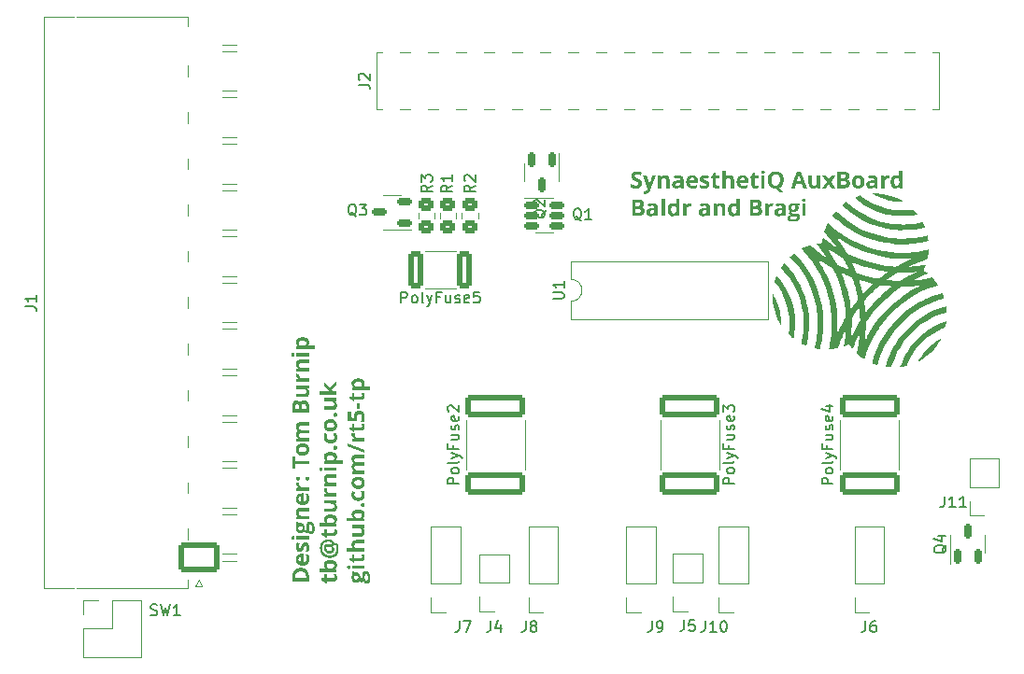
<source format=gto>
G04 #@! TF.GenerationSoftware,KiCad,Pcbnew,(7.0.0-0)*
G04 #@! TF.CreationDate,2023-04-02T13:15:13+01:00*
G04 #@! TF.ProjectId,AuxBoard,41757842-6f61-4726-942e-6b696361645f,rev?*
G04 #@! TF.SameCoordinates,Original*
G04 #@! TF.FileFunction,Legend,Top*
G04 #@! TF.FilePolarity,Positive*
%FSLAX46Y46*%
G04 Gerber Fmt 4.6, Leading zero omitted, Abs format (unit mm)*
G04 Created by KiCad (PCBNEW (7.0.0-0)) date 2023-04-02 13:15:13*
%MOMM*%
%LPD*%
G01*
G04 APERTURE LIST*
G04 Aperture macros list*
%AMRoundRect*
0 Rectangle with rounded corners*
0 $1 Rounding radius*
0 $2 $3 $4 $5 $6 $7 $8 $9 X,Y pos of 4 corners*
0 Add a 4 corners polygon primitive as box body*
4,1,4,$2,$3,$4,$5,$6,$7,$8,$9,$2,$3,0*
0 Add four circle primitives for the rounded corners*
1,1,$1+$1,$2,$3*
1,1,$1+$1,$4,$5*
1,1,$1+$1,$6,$7*
1,1,$1+$1,$8,$9*
0 Add four rect primitives between the rounded corners*
20,1,$1+$1,$2,$3,$4,$5,0*
20,1,$1+$1,$4,$5,$6,$7,0*
20,1,$1+$1,$6,$7,$8,$9,0*
20,1,$1+$1,$8,$9,$2,$3,0*%
G04 Aperture macros list end*
%ADD10C,0.300000*%
%ADD11C,0.150000*%
%ADD12C,0.120000*%
%ADD13RoundRect,0.250000X0.400000X1.450000X-0.400000X1.450000X-0.400000X-1.450000X0.400000X-1.450000X0*%
%ADD14C,2.750000*%
%ADD15R,1.600000X1.600000*%
%ADD16O,1.600000X1.600000*%
%ADD17R,1.700000X1.700000*%
%ADD18O,1.700000X1.700000*%
%ADD19RoundRect,0.250001X-2.474999X0.799999X-2.474999X-0.799999X2.474999X-0.799999X2.474999X0.799999X0*%
%ADD20RoundRect,0.250000X0.450000X-0.350000X0.450000X0.350000X-0.450000X0.350000X-0.450000X-0.350000X0*%
%ADD21C,3.000000*%
%ADD22RoundRect,0.250001X1.599999X-1.099999X1.599999X1.099999X-1.599999X1.099999X-1.599999X-1.099999X0*%
%ADD23O,3.700000X2.700000*%
%ADD24RoundRect,0.150000X-0.150000X0.512500X-0.150000X-0.512500X0.150000X-0.512500X0.150000X0.512500X0*%
%ADD25RoundRect,0.150000X0.512500X0.150000X-0.512500X0.150000X-0.512500X-0.150000X0.512500X-0.150000X0*%
%ADD26RoundRect,0.250001X2.474999X-0.799999X2.474999X0.799999X-2.474999X0.799999X-2.474999X-0.799999X0*%
%ADD27RoundRect,0.150000X-0.512500X-0.150000X0.512500X-0.150000X0.512500X0.150000X-0.512500X0.150000X0*%
%ADD28R,1.500000X4.000000*%
%ADD29RoundRect,0.250000X-0.450000X0.350000X-0.450000X-0.350000X0.450000X-0.350000X0.450000X0.350000X0*%
%ADD30RoundRect,0.150000X0.150000X-0.512500X0.150000X0.512500X-0.150000X0.512500X-0.150000X-0.512500X0*%
G04 #@! TA.AperFunction,Profile*
%ADD31C,0.200000*%
G04 #@! TD*
G04 APERTURE END LIST*
D10*
G36*
X156078942Y-65309909D02*
G01*
X156078368Y-65335035D01*
X156076647Y-65359488D01*
X156073777Y-65383269D01*
X156069760Y-65406377D01*
X156064595Y-65428813D01*
X156058283Y-65450575D01*
X156050822Y-65471666D01*
X156042214Y-65492083D01*
X156032458Y-65511828D01*
X156021555Y-65530901D01*
X156009503Y-65549301D01*
X155996304Y-65567028D01*
X155981957Y-65584082D01*
X155966463Y-65600464D01*
X155949820Y-65616174D01*
X155932030Y-65631210D01*
X155913218Y-65645407D01*
X155893510Y-65658688D01*
X155872907Y-65671052D01*
X155851407Y-65682501D01*
X155829012Y-65693034D01*
X155805720Y-65702651D01*
X155781533Y-65711352D01*
X155756450Y-65719138D01*
X155730471Y-65726007D01*
X155703596Y-65731960D01*
X155675826Y-65736998D01*
X155647159Y-65741120D01*
X155632490Y-65742837D01*
X155617597Y-65744325D01*
X155602479Y-65745585D01*
X155587138Y-65746615D01*
X155571573Y-65747416D01*
X155555784Y-65747989D01*
X155539771Y-65748332D01*
X155523534Y-65748447D01*
X155508499Y-65748358D01*
X155493574Y-65748092D01*
X155478758Y-65747648D01*
X155464051Y-65747027D01*
X155434967Y-65745253D01*
X155406320Y-65742768D01*
X155378112Y-65739574D01*
X155350341Y-65735670D01*
X155323008Y-65731056D01*
X155296113Y-65725732D01*
X155269656Y-65719699D01*
X155243637Y-65712955D01*
X155218056Y-65705502D01*
X155192913Y-65697339D01*
X155168208Y-65688466D01*
X155143941Y-65678883D01*
X155120111Y-65668591D01*
X155096720Y-65657588D01*
X155096720Y-65361200D01*
X155115587Y-65369516D01*
X155134089Y-65377520D01*
X155152224Y-65385212D01*
X155169993Y-65392593D01*
X155187395Y-65399661D01*
X155204431Y-65406417D01*
X155221100Y-65412861D01*
X155237404Y-65418994D01*
X155253340Y-65424814D01*
X155268911Y-65430322D01*
X155284115Y-65435519D01*
X155298953Y-65440403D01*
X155313424Y-65444976D01*
X155327529Y-65449236D01*
X155348000Y-65455042D01*
X155354640Y-65456821D01*
X155374331Y-65461797D01*
X155393701Y-65466283D01*
X155412748Y-65470280D01*
X155431474Y-65473788D01*
X155449877Y-65476806D01*
X155467958Y-65479335D01*
X155485718Y-65481374D01*
X155503155Y-65482924D01*
X155520270Y-65483985D01*
X155537064Y-65484556D01*
X155548080Y-65484665D01*
X155567364Y-65484314D01*
X155585784Y-65483261D01*
X155603342Y-65481506D01*
X155620037Y-65479049D01*
X155635868Y-65475890D01*
X155650837Y-65472029D01*
X155664943Y-65467467D01*
X155682408Y-65460291D01*
X155698339Y-65451867D01*
X155709281Y-65444731D01*
X155722504Y-65434049D01*
X155733965Y-65422154D01*
X155743662Y-65409045D01*
X155751596Y-65394722D01*
X155757767Y-65379186D01*
X155762175Y-65362436D01*
X155764819Y-65344473D01*
X155765701Y-65325296D01*
X155764825Y-65309020D01*
X155762197Y-65293440D01*
X155757818Y-65278555D01*
X155751687Y-65264365D01*
X155743805Y-65250871D01*
X155740788Y-65246528D01*
X155730759Y-65233704D01*
X155719081Y-65221060D01*
X155708090Y-65210661D01*
X155695954Y-65200387D01*
X155682674Y-65190239D01*
X155668248Y-65180216D01*
X155654698Y-65171652D01*
X155638046Y-65161898D01*
X155623520Y-65153800D01*
X155607250Y-65145033D01*
X155589234Y-65135597D01*
X155569473Y-65125490D01*
X155555329Y-65118380D01*
X155540410Y-65110973D01*
X155524715Y-65103268D01*
X155508244Y-65095265D01*
X155490998Y-65086965D01*
X155472976Y-65078367D01*
X155455980Y-65070281D01*
X155439522Y-65062235D01*
X155423602Y-65054229D01*
X155408221Y-65046264D01*
X155393377Y-65038338D01*
X155379072Y-65030453D01*
X155365305Y-65022608D01*
X155352076Y-65014802D01*
X155339384Y-65007037D01*
X155321357Y-64995464D01*
X155304540Y-64983982D01*
X155288934Y-64972590D01*
X155274538Y-64961287D01*
X155265614Y-64953803D01*
X155252941Y-64942435D01*
X155240751Y-64930726D01*
X155229044Y-64918676D01*
X155217820Y-64906284D01*
X155207079Y-64893551D01*
X155196822Y-64880477D01*
X155187047Y-64867061D01*
X155177755Y-64853304D01*
X155168946Y-64839206D01*
X155160620Y-64824767D01*
X155155338Y-64814951D01*
X155148005Y-64799812D01*
X155141393Y-64784210D01*
X155135503Y-64768145D01*
X155130334Y-64751615D01*
X155125886Y-64734622D01*
X155122159Y-64717166D01*
X155119154Y-64699245D01*
X155116870Y-64680861D01*
X155115307Y-64662014D01*
X155114465Y-64642702D01*
X155114305Y-64629570D01*
X155114835Y-64604901D01*
X155116423Y-64580901D01*
X155119071Y-64557571D01*
X155122777Y-64534911D01*
X155127543Y-64512921D01*
X155133368Y-64491600D01*
X155140251Y-64470949D01*
X155148194Y-64450968D01*
X155157196Y-64431656D01*
X155167256Y-64413015D01*
X155178376Y-64395043D01*
X155190555Y-64377741D01*
X155203792Y-64361108D01*
X155218089Y-64345146D01*
X155233445Y-64329853D01*
X155249860Y-64315230D01*
X155267208Y-64301388D01*
X155285363Y-64288439D01*
X155304325Y-64276384D01*
X155324094Y-64265221D01*
X155344671Y-64254951D01*
X155366055Y-64245575D01*
X155388245Y-64237091D01*
X155411243Y-64229501D01*
X155435048Y-64222803D01*
X155459661Y-64216998D01*
X155485080Y-64212087D01*
X155511307Y-64208068D01*
X155538340Y-64204943D01*
X155566181Y-64202710D01*
X155594829Y-64201371D01*
X155624284Y-64200924D01*
X155638942Y-64201033D01*
X155660767Y-64201604D01*
X155682399Y-64202664D01*
X155703837Y-64204214D01*
X155725083Y-64206254D01*
X155746135Y-64208782D01*
X155766995Y-64211801D01*
X155787660Y-64215308D01*
X155808133Y-64219305D01*
X155828413Y-64223792D01*
X155848499Y-64228768D01*
X155868576Y-64234188D01*
X155888826Y-64240008D01*
X155909251Y-64246227D01*
X155929849Y-64252845D01*
X155950621Y-64259862D01*
X155964566Y-64264762D01*
X155978588Y-64269840D01*
X155992687Y-64275095D01*
X156006864Y-64280528D01*
X156021118Y-64286137D01*
X156035449Y-64291925D01*
X156049857Y-64297890D01*
X156064343Y-64304032D01*
X156071615Y-64307170D01*
X155968667Y-64555565D01*
X155953762Y-64549500D01*
X155939180Y-64543669D01*
X155924922Y-64538074D01*
X155910987Y-64532713D01*
X155890692Y-64525111D01*
X155871124Y-64518038D01*
X155852283Y-64511493D01*
X155834171Y-64505476D01*
X155816786Y-64499987D01*
X155800129Y-64495026D01*
X155784200Y-64490593D01*
X155768998Y-64486688D01*
X155754252Y-64483153D01*
X155739550Y-64479965D01*
X155724894Y-64477125D01*
X155710283Y-64474633D01*
X155695716Y-64472488D01*
X155676365Y-64470170D01*
X155657093Y-64468470D01*
X155637902Y-64467388D01*
X155618791Y-64466924D01*
X155614026Y-64466905D01*
X155597364Y-64467275D01*
X155581448Y-64468386D01*
X155566280Y-64470237D01*
X155547217Y-64473858D01*
X155529483Y-64478795D01*
X155513077Y-64485049D01*
X155497999Y-64492620D01*
X155484249Y-64501507D01*
X155474808Y-64509036D01*
X155463473Y-64519976D01*
X155453650Y-64531728D01*
X155445338Y-64544293D01*
X155438538Y-64557671D01*
X155433248Y-64571862D01*
X155429470Y-64586866D01*
X155427203Y-64602683D01*
X155426448Y-64619312D01*
X155427130Y-64634738D01*
X155429178Y-64649417D01*
X155433293Y-64665598D01*
X155439266Y-64680763D01*
X155445865Y-64692951D01*
X155455607Y-64706631D01*
X155465688Y-64718188D01*
X155477366Y-64729591D01*
X155490641Y-64740840D01*
X155502923Y-64750096D01*
X155508147Y-64753768D01*
X155520695Y-64761828D01*
X155536906Y-64771353D01*
X155551469Y-64779459D01*
X155568093Y-64788389D01*
X155586778Y-64798144D01*
X155600379Y-64805105D01*
X155614896Y-64812432D01*
X155630329Y-64820126D01*
X155646678Y-64828186D01*
X155663943Y-64836612D01*
X155682124Y-64845405D01*
X155701221Y-64854564D01*
X155711113Y-64859281D01*
X155736973Y-64871877D01*
X155761797Y-64884480D01*
X155785585Y-64897088D01*
X155808336Y-64909702D01*
X155830052Y-64922321D01*
X155850732Y-64934946D01*
X155870375Y-64947577D01*
X155888982Y-64960214D01*
X155906554Y-64972857D01*
X155923089Y-64985505D01*
X155938588Y-64998159D01*
X155953050Y-65010818D01*
X155966477Y-65023483D01*
X155978868Y-65036155D01*
X155990222Y-65048831D01*
X156000540Y-65061514D01*
X156010034Y-65074334D01*
X156018916Y-65087514D01*
X156027185Y-65101055D01*
X156034841Y-65114957D01*
X156041885Y-65129220D01*
X156048317Y-65143843D01*
X156054135Y-65158826D01*
X156059342Y-65174171D01*
X156063936Y-65189876D01*
X156067917Y-65205941D01*
X156071286Y-65222368D01*
X156074042Y-65239155D01*
X156076186Y-65256302D01*
X156077717Y-65273810D01*
X156078636Y-65291679D01*
X156078942Y-65309909D01*
G37*
G36*
X156156245Y-64576081D02*
G01*
X156500261Y-64576081D01*
X156717882Y-65228210D01*
X156722948Y-65244420D01*
X156727705Y-65261178D01*
X156732153Y-65278483D01*
X156736291Y-65296336D01*
X156740121Y-65314736D01*
X156743642Y-65333684D01*
X156746853Y-65353179D01*
X156749755Y-65373221D01*
X156752348Y-65393811D01*
X156754632Y-65414948D01*
X156755983Y-65429344D01*
X156762212Y-65429344D01*
X156764531Y-65409460D01*
X156767231Y-65389789D01*
X156770310Y-65370331D01*
X156773769Y-65351085D01*
X156777609Y-65332051D01*
X156781828Y-65313230D01*
X156786427Y-65294622D01*
X156791406Y-65276226D01*
X156796765Y-65258043D01*
X156802505Y-65240072D01*
X156806542Y-65228210D01*
X157019766Y-64576081D01*
X157356821Y-64576081D01*
X156869190Y-65880338D01*
X156860586Y-65902605D01*
X156851536Y-65924159D01*
X156842039Y-65945000D01*
X156832096Y-65965128D01*
X156821706Y-65984544D01*
X156810869Y-66003247D01*
X156799587Y-66021238D01*
X156787857Y-66038516D01*
X156775681Y-66055081D01*
X156763059Y-66070933D01*
X156749990Y-66086073D01*
X156736475Y-66100500D01*
X156722513Y-66114214D01*
X156708104Y-66127216D01*
X156693249Y-66139505D01*
X156677948Y-66151081D01*
X156662261Y-66161950D01*
X156646252Y-66172118D01*
X156629918Y-66181585D01*
X156613262Y-66190351D01*
X156596282Y-66198415D01*
X156578978Y-66205778D01*
X156561351Y-66212440D01*
X156543401Y-66218401D01*
X156525127Y-66223660D01*
X156506529Y-66228218D01*
X156487609Y-66232075D01*
X156468365Y-66235230D01*
X156448797Y-66237685D01*
X156428906Y-66239438D01*
X156408692Y-66240490D01*
X156388154Y-66240840D01*
X156372930Y-66240686D01*
X156357757Y-66240222D01*
X156342636Y-66239449D01*
X156327566Y-66238367D01*
X156312548Y-66236976D01*
X156297582Y-66235276D01*
X156282667Y-66233267D01*
X156267803Y-66230949D01*
X156252991Y-66228321D01*
X156238231Y-66225384D01*
X156228419Y-66223255D01*
X156228419Y-65973761D01*
X156242776Y-65976938D01*
X156257453Y-65979691D01*
X156272451Y-65982021D01*
X156287770Y-65983927D01*
X156303409Y-65985410D01*
X156319369Y-65986469D01*
X156335649Y-65987105D01*
X156352250Y-65987316D01*
X156367725Y-65986866D01*
X156382827Y-65985513D01*
X156397555Y-65983259D01*
X156411910Y-65980104D01*
X156430469Y-65974494D01*
X156448363Y-65967281D01*
X156465594Y-65958465D01*
X156482161Y-65948047D01*
X156494150Y-65939181D01*
X156498063Y-65936025D01*
X156509499Y-65926016D01*
X156520453Y-65915087D01*
X156530923Y-65903236D01*
X156540910Y-65890464D01*
X156550415Y-65876772D01*
X156559436Y-65862159D01*
X156567975Y-65846624D01*
X156576030Y-65830169D01*
X156583602Y-65812793D01*
X156590692Y-65794496D01*
X156595150Y-65781786D01*
X156613834Y-65725000D01*
X156156245Y-64576081D01*
G37*
G36*
X158579012Y-65725000D02*
G01*
X158264672Y-65725000D01*
X158264672Y-65053087D01*
X158264498Y-65037760D01*
X158263979Y-65022920D01*
X158262550Y-65001571D01*
X158260342Y-64981317D01*
X158257355Y-64962158D01*
X158253589Y-64944094D01*
X158249043Y-64927125D01*
X158243719Y-64911250D01*
X158237615Y-64896470D01*
X158230731Y-64882785D01*
X158223069Y-64870195D01*
X158220341Y-64866242D01*
X158208440Y-64851644D01*
X158194902Y-64838993D01*
X158179727Y-64828289D01*
X158162914Y-64819530D01*
X158149230Y-64814239D01*
X158134625Y-64810042D01*
X158119099Y-64806940D01*
X158102653Y-64804933D01*
X158085285Y-64804021D01*
X158079291Y-64803960D01*
X158063090Y-64804303D01*
X158047458Y-64805334D01*
X158032395Y-64807051D01*
X158017902Y-64809455D01*
X157997231Y-64814350D01*
X157977841Y-64820790D01*
X157959733Y-64828775D01*
X157942906Y-64838306D01*
X157927361Y-64849383D01*
X157913098Y-64862006D01*
X157900116Y-64876174D01*
X157888415Y-64891887D01*
X157877940Y-64909391D01*
X157868494Y-64928930D01*
X157862770Y-64943087D01*
X157857503Y-64958148D01*
X157852695Y-64974113D01*
X157848344Y-64990983D01*
X157844452Y-65008757D01*
X157841017Y-65027436D01*
X157838040Y-65047020D01*
X157835522Y-65067507D01*
X157833461Y-65088900D01*
X157831858Y-65111196D01*
X157830713Y-65134397D01*
X157830026Y-65158503D01*
X157829797Y-65183513D01*
X157829797Y-65725000D01*
X157515457Y-65725000D01*
X157515457Y-64576081D01*
X157755792Y-64576081D01*
X157797923Y-64721528D01*
X157815509Y-64721528D01*
X157825683Y-64706226D01*
X157836559Y-64691646D01*
X157848137Y-64677787D01*
X157860417Y-64664650D01*
X157873399Y-64652233D01*
X157887083Y-64640538D01*
X157901469Y-64629565D01*
X157916557Y-64619312D01*
X157932347Y-64609781D01*
X157948838Y-64600971D01*
X157960223Y-64595498D01*
X157977752Y-64587838D01*
X157995720Y-64580931D01*
X158014126Y-64574778D01*
X158032969Y-64569378D01*
X158052250Y-64564731D01*
X158071970Y-64560838D01*
X158092127Y-64557699D01*
X158112722Y-64555313D01*
X158133755Y-64553680D01*
X158155226Y-64552801D01*
X158169783Y-64552634D01*
X158194546Y-64553059D01*
X158218550Y-64554334D01*
X158241795Y-64556459D01*
X158264282Y-64559434D01*
X158286011Y-64563260D01*
X158306981Y-64567935D01*
X158327192Y-64573461D01*
X158346646Y-64579836D01*
X158365340Y-64587062D01*
X158383276Y-64595138D01*
X158400454Y-64604064D01*
X158416873Y-64613840D01*
X158432534Y-64624466D01*
X158447436Y-64635942D01*
X158461579Y-64648268D01*
X158474965Y-64661444D01*
X158487564Y-64675376D01*
X158499351Y-64690061D01*
X158510324Y-64705498D01*
X158520485Y-64721688D01*
X158529833Y-64738631D01*
X158538369Y-64756327D01*
X158546091Y-64774775D01*
X158553000Y-64793976D01*
X158559097Y-64813930D01*
X158564380Y-64834637D01*
X158568851Y-64856097D01*
X158572509Y-64878309D01*
X158575354Y-64901274D01*
X158577386Y-64924992D01*
X158578606Y-64949462D01*
X158579012Y-64974685D01*
X158579012Y-65725000D01*
G37*
G36*
X159394894Y-64553027D02*
G01*
X159422612Y-64554208D01*
X159449482Y-64556176D01*
X159475505Y-64558931D01*
X159500682Y-64562473D01*
X159525010Y-64566802D01*
X159548492Y-64571918D01*
X159571127Y-64577821D01*
X159592914Y-64584512D01*
X159613854Y-64591989D01*
X159633947Y-64600254D01*
X159653192Y-64609306D01*
X159671590Y-64619145D01*
X159689142Y-64629771D01*
X159705846Y-64641184D01*
X159721702Y-64653384D01*
X159736697Y-64666387D01*
X159750725Y-64680209D01*
X159763785Y-64694849D01*
X159775878Y-64710308D01*
X159787004Y-64726585D01*
X159797162Y-64743681D01*
X159806352Y-64761596D01*
X159814576Y-64780329D01*
X159821831Y-64799881D01*
X159828120Y-64820251D01*
X159833440Y-64841441D01*
X159837794Y-64863448D01*
X159841180Y-64886274D01*
X159843598Y-64909919D01*
X159845050Y-64934383D01*
X159845533Y-64959665D01*
X159845533Y-65725000D01*
X159626081Y-65725000D01*
X159565265Y-65571127D01*
X159556838Y-65571127D01*
X159546926Y-65583390D01*
X159536974Y-65595175D01*
X159526982Y-65606482D01*
X159516950Y-65617311D01*
X159501827Y-65632659D01*
X159486614Y-65646931D01*
X159471310Y-65660128D01*
X159455916Y-65672249D01*
X159440432Y-65683294D01*
X159424858Y-65693265D01*
X159409194Y-65702159D01*
X159393440Y-65709979D01*
X159377261Y-65716853D01*
X159360188Y-65723052D01*
X159342219Y-65728574D01*
X159323355Y-65733420D01*
X159303597Y-65737590D01*
X159282942Y-65741084D01*
X159261393Y-65743901D01*
X159246530Y-65745404D01*
X159231268Y-65746606D01*
X159215609Y-65747508D01*
X159199552Y-65748109D01*
X159183097Y-65748409D01*
X159174720Y-65748447D01*
X159154251Y-65748082D01*
X159134334Y-65746987D01*
X159114970Y-65745162D01*
X159096158Y-65742608D01*
X159077899Y-65739323D01*
X159060191Y-65735309D01*
X159043037Y-65730565D01*
X159026434Y-65725091D01*
X159010385Y-65718887D01*
X158994887Y-65711953D01*
X158979942Y-65704290D01*
X158965549Y-65695896D01*
X158951709Y-65686773D01*
X158938421Y-65676920D01*
X158925686Y-65666337D01*
X158913503Y-65655024D01*
X158901968Y-65643037D01*
X158891177Y-65630432D01*
X158881131Y-65617208D01*
X158871829Y-65603367D01*
X158863271Y-65588907D01*
X158855457Y-65573828D01*
X158848387Y-65558132D01*
X158842062Y-65541817D01*
X158836480Y-65524884D01*
X158831643Y-65507333D01*
X158827550Y-65489164D01*
X158824201Y-65470376D01*
X158821597Y-65450970D01*
X158819736Y-65430946D01*
X158818620Y-65410304D01*
X158818267Y-65390143D01*
X159140648Y-65390143D01*
X159141244Y-65405714D01*
X159143030Y-65420282D01*
X159147941Y-65440249D01*
X159155532Y-65457956D01*
X159165802Y-65473402D01*
X159178750Y-65486588D01*
X159194378Y-65497513D01*
X159212685Y-65506178D01*
X159233671Y-65512583D01*
X159249150Y-65515597D01*
X159265819Y-65517606D01*
X159283679Y-65518611D01*
X159293056Y-65518736D01*
X159313206Y-65518202D01*
X159332576Y-65516598D01*
X159351167Y-65513926D01*
X159368979Y-65510184D01*
X159386012Y-65505373D01*
X159402265Y-65499494D01*
X159417740Y-65492545D01*
X159432435Y-65484527D01*
X159446350Y-65475440D01*
X159459487Y-65465284D01*
X159467812Y-65457920D01*
X159479532Y-65446169D01*
X159490098Y-65433723D01*
X159499513Y-65420581D01*
X159507774Y-65406743D01*
X159514883Y-65392211D01*
X159520839Y-65376982D01*
X159525642Y-65361058D01*
X159529292Y-65344439D01*
X159531790Y-65327124D01*
X159533135Y-65309113D01*
X159533391Y-65296720D01*
X159533391Y-65205129D01*
X159411758Y-65209159D01*
X159394904Y-65209818D01*
X159378596Y-65210790D01*
X159362836Y-65212074D01*
X159347621Y-65213669D01*
X159332954Y-65215577D01*
X159311978Y-65219024D01*
X159292232Y-65223172D01*
X159273716Y-65228022D01*
X159256430Y-65233575D01*
X159240374Y-65239829D01*
X159225548Y-65246785D01*
X159211952Y-65254444D01*
X159207693Y-65257152D01*
X159195712Y-65265729D01*
X159181569Y-65278418D01*
X159169522Y-65292537D01*
X159159570Y-65308087D01*
X159151713Y-65325069D01*
X159145952Y-65343482D01*
X159143006Y-65358230D01*
X159141238Y-65373784D01*
X159140648Y-65390143D01*
X158818267Y-65390143D01*
X158818248Y-65389043D01*
X158818749Y-65366837D01*
X158820251Y-65345372D01*
X158822756Y-65324648D01*
X158826262Y-65304665D01*
X158830770Y-65285424D01*
X158836280Y-65266924D01*
X158842791Y-65249165D01*
X158850305Y-65232148D01*
X158858820Y-65215872D01*
X158868337Y-65200337D01*
X158878855Y-65185544D01*
X158890376Y-65171492D01*
X158902898Y-65158181D01*
X158916422Y-65145612D01*
X158930948Y-65133783D01*
X158946475Y-65122697D01*
X158963013Y-65112280D01*
X158980570Y-65102461D01*
X158999146Y-65093240D01*
X159018741Y-65084618D01*
X159039354Y-65076593D01*
X159060987Y-65069167D01*
X159083639Y-65062340D01*
X159107309Y-65056110D01*
X159131999Y-65050479D01*
X159157707Y-65045445D01*
X159184435Y-65041010D01*
X159212181Y-65037173D01*
X159240946Y-65033935D01*
X159255711Y-65032540D01*
X159270731Y-65031294D01*
X159286005Y-65030199D01*
X159301534Y-65029252D01*
X159317318Y-65028456D01*
X159333356Y-65027808D01*
X159533391Y-65021580D01*
X159533391Y-64968824D01*
X159532690Y-64946641D01*
X159530586Y-64925890D01*
X159527080Y-64906570D01*
X159522171Y-64888681D01*
X159515860Y-64872224D01*
X159508146Y-64857197D01*
X159499030Y-64843601D01*
X159488511Y-64831437D01*
X159476590Y-64820704D01*
X159463267Y-64811401D01*
X159448540Y-64803530D01*
X159432412Y-64797090D01*
X159414881Y-64792082D01*
X159395947Y-64788504D01*
X159375611Y-64786357D01*
X159353872Y-64785642D01*
X159336419Y-64785966D01*
X159318587Y-64786941D01*
X159300378Y-64788565D01*
X159281790Y-64790839D01*
X159262825Y-64793763D01*
X159243482Y-64797337D01*
X159223762Y-64801560D01*
X159203663Y-64806433D01*
X159183187Y-64811955D01*
X159162333Y-64818128D01*
X159141101Y-64824950D01*
X159119491Y-64832422D01*
X159097503Y-64840543D01*
X159075138Y-64849314D01*
X159052395Y-64858735D01*
X159029274Y-64868806D01*
X158925226Y-64656681D01*
X158950262Y-64644082D01*
X158975636Y-64632295D01*
X159001347Y-64621321D01*
X159027396Y-64611161D01*
X159053783Y-64601813D01*
X159080508Y-64593277D01*
X159107570Y-64585555D01*
X159134970Y-64578646D01*
X159162708Y-64572549D01*
X159190783Y-64567266D01*
X159219196Y-64562795D01*
X159247947Y-64559137D01*
X159277036Y-64556292D01*
X159291707Y-64555174D01*
X159306463Y-64554260D01*
X159321303Y-64553548D01*
X159336227Y-64553040D01*
X159351236Y-64552735D01*
X159366329Y-64552634D01*
X159394894Y-64553027D01*
G37*
G36*
X160652391Y-64552770D02*
G01*
X160667324Y-64553179D01*
X160682046Y-64553861D01*
X160710857Y-64556042D01*
X160738824Y-64559313D01*
X160765947Y-64563675D01*
X160792225Y-64569128D01*
X160817658Y-64575671D01*
X160842248Y-64583304D01*
X160865993Y-64592028D01*
X160888893Y-64601843D01*
X160910950Y-64612748D01*
X160932162Y-64624744D01*
X160952529Y-64637830D01*
X160972052Y-64652006D01*
X160990731Y-64667273D01*
X161008566Y-64683631D01*
X161017166Y-64692219D01*
X161033670Y-64710082D01*
X161049109Y-64728775D01*
X161063483Y-64748298D01*
X161076792Y-64768651D01*
X161089037Y-64789835D01*
X161100216Y-64811848D01*
X161110332Y-64834691D01*
X161119382Y-64858365D01*
X161127368Y-64882868D01*
X161134288Y-64908202D01*
X161140144Y-64934365D01*
X161144936Y-64961359D01*
X161148662Y-64989183D01*
X161151324Y-65017836D01*
X161152256Y-65032474D01*
X161152921Y-65047320D01*
X161153321Y-65062373D01*
X161153454Y-65077634D01*
X161153454Y-65230774D01*
X160410467Y-65230774D01*
X160411377Y-65247260D01*
X160412826Y-65263289D01*
X160414812Y-65278859D01*
X160417336Y-65293972D01*
X160420399Y-65308627D01*
X160426002Y-65329750D01*
X160432815Y-65349842D01*
X160440840Y-65368905D01*
X160450074Y-65386937D01*
X160460520Y-65403938D01*
X160472177Y-65419910D01*
X160485044Y-65434850D01*
X160489602Y-65439602D01*
X160504068Y-65453024D01*
X160519578Y-65465126D01*
X160536131Y-65475907D01*
X160553727Y-65485369D01*
X160572366Y-65493510D01*
X160592049Y-65500331D01*
X160612775Y-65505832D01*
X160627172Y-65508766D01*
X160642033Y-65511113D01*
X160657357Y-65512873D01*
X160673145Y-65514046D01*
X160689397Y-65514633D01*
X160697697Y-65514706D01*
X160717106Y-65514516D01*
X160736315Y-65513946D01*
X160755325Y-65512997D01*
X160774135Y-65511667D01*
X160792746Y-65509957D01*
X160811157Y-65507867D01*
X160829368Y-65505397D01*
X160847379Y-65502548D01*
X160865191Y-65499318D01*
X160882804Y-65495708D01*
X160894434Y-65493091D01*
X160911888Y-65488813D01*
X160929489Y-65484084D01*
X160947239Y-65478904D01*
X160965137Y-65473273D01*
X160983183Y-65467191D01*
X161001377Y-65460659D01*
X161019719Y-65453676D01*
X161038209Y-65446242D01*
X161056848Y-65438357D01*
X161075634Y-65430022D01*
X161088241Y-65424214D01*
X161088241Y-65667114D01*
X161072685Y-65674624D01*
X161056930Y-65681767D01*
X161040975Y-65688543D01*
X161024820Y-65694952D01*
X161008465Y-65700994D01*
X160991911Y-65706668D01*
X160975158Y-65711976D01*
X160958205Y-65716917D01*
X160941052Y-65721490D01*
X160923699Y-65725696D01*
X160912020Y-65728297D01*
X160894074Y-65731898D01*
X160875406Y-65735145D01*
X160856018Y-65738037D01*
X160835908Y-65740576D01*
X160815076Y-65742760D01*
X160793524Y-65744590D01*
X160778755Y-65745613D01*
X160763665Y-65746479D01*
X160748255Y-65747187D01*
X160732524Y-65747738D01*
X160716473Y-65748132D01*
X160700101Y-65748368D01*
X160683408Y-65748447D01*
X160666147Y-65748297D01*
X160649123Y-65747847D01*
X160632336Y-65747098D01*
X160615786Y-65746048D01*
X160599472Y-65744699D01*
X160583395Y-65743050D01*
X160567555Y-65741101D01*
X160551952Y-65738853D01*
X160536586Y-65736304D01*
X160521457Y-65733456D01*
X160506564Y-65730308D01*
X160491909Y-65726860D01*
X160477490Y-65723112D01*
X160463308Y-65719065D01*
X160435655Y-65710070D01*
X160408949Y-65699876D01*
X160383190Y-65688483D01*
X160358379Y-65675891D01*
X160334515Y-65662099D01*
X160311599Y-65647108D01*
X160289630Y-65630918D01*
X160268608Y-65613529D01*
X160248534Y-65594940D01*
X160229590Y-65575207D01*
X160211869Y-65554474D01*
X160195370Y-65532743D01*
X160180093Y-65510012D01*
X160166038Y-65486283D01*
X160153205Y-65461555D01*
X160141594Y-65435828D01*
X160131206Y-65409102D01*
X160122040Y-65381377D01*
X160117915Y-65367140D01*
X160114096Y-65352653D01*
X160110582Y-65337917D01*
X160107374Y-65322930D01*
X160104471Y-65307694D01*
X160101874Y-65292209D01*
X160099582Y-65276473D01*
X160097596Y-65260488D01*
X160095916Y-65244253D01*
X160094541Y-65227769D01*
X160093471Y-65211034D01*
X160092708Y-65194050D01*
X160092249Y-65176817D01*
X160092096Y-65159333D01*
X160092238Y-65141349D01*
X160092662Y-65123623D01*
X160093368Y-65106153D01*
X160094358Y-65088940D01*
X160095630Y-65071983D01*
X160097184Y-65055284D01*
X160099021Y-65038842D01*
X160101141Y-65022656D01*
X160101303Y-65021580D01*
X160417794Y-65021580D01*
X160858531Y-65021580D01*
X160857623Y-65000003D01*
X160855723Y-64979372D01*
X160852831Y-64959689D01*
X160848948Y-64940951D01*
X160844073Y-64923161D01*
X160838206Y-64906317D01*
X160831347Y-64890420D01*
X160823497Y-64875469D01*
X160814655Y-64861466D01*
X160804821Y-64848409D01*
X160797714Y-64840230D01*
X160786359Y-64828772D01*
X160774277Y-64818441D01*
X160761467Y-64809237D01*
X160747929Y-64801160D01*
X160733663Y-64794211D01*
X160718670Y-64788388D01*
X160702948Y-64783692D01*
X160686500Y-64780123D01*
X160669323Y-64777681D01*
X160651419Y-64776366D01*
X160639078Y-64776116D01*
X160620771Y-64776680D01*
X160603216Y-64778370D01*
X160586415Y-64781188D01*
X160570368Y-64785132D01*
X160555074Y-64790204D01*
X160540534Y-64796402D01*
X160526747Y-64803728D01*
X160513713Y-64812180D01*
X160501433Y-64821760D01*
X160489907Y-64832466D01*
X160482641Y-64840230D01*
X160472422Y-64852656D01*
X160463059Y-64866028D01*
X160454553Y-64880348D01*
X160446903Y-64895614D01*
X160440110Y-64911826D01*
X160434173Y-64928986D01*
X160429093Y-64947092D01*
X160424870Y-64966145D01*
X160421503Y-64986144D01*
X160418992Y-65007090D01*
X160417794Y-65021580D01*
X160101303Y-65021580D01*
X160103544Y-65006728D01*
X160106229Y-64991056D01*
X160109196Y-64975641D01*
X160112447Y-64960483D01*
X160115980Y-64945582D01*
X160119796Y-64930938D01*
X160123894Y-64916551D01*
X160128275Y-64902420D01*
X160137885Y-64874930D01*
X160148625Y-64848467D01*
X160160496Y-64823032D01*
X160173498Y-64798625D01*
X160187630Y-64775244D01*
X160202893Y-64752892D01*
X160219286Y-64731567D01*
X160236810Y-64711270D01*
X160255333Y-64692060D01*
X160274723Y-64674089D01*
X160294981Y-64657358D01*
X160316105Y-64641866D01*
X160338097Y-64627614D01*
X160360956Y-64614601D01*
X160384683Y-64602827D01*
X160409276Y-64592293D01*
X160434737Y-64582998D01*
X160461065Y-64574942D01*
X160488261Y-64568126D01*
X160516323Y-64562549D01*
X160545253Y-64558211D01*
X160560043Y-64556507D01*
X160575050Y-64555113D01*
X160590274Y-64554028D01*
X160605715Y-64553254D01*
X160621372Y-64552789D01*
X160637247Y-64552634D01*
X160652391Y-64552770D01*
G37*
G36*
X162205652Y-65385380D02*
G01*
X162205171Y-65407216D01*
X162203729Y-65428393D01*
X162201324Y-65448913D01*
X162197958Y-65468773D01*
X162193631Y-65487976D01*
X162188341Y-65506520D01*
X162182090Y-65524406D01*
X162174877Y-65541634D01*
X162166703Y-65558204D01*
X162157567Y-65574115D01*
X162147469Y-65589367D01*
X162136409Y-65603962D01*
X162124388Y-65617898D01*
X162111405Y-65631176D01*
X162097460Y-65643795D01*
X162082554Y-65655757D01*
X162066688Y-65666981D01*
X162049867Y-65677481D01*
X162032090Y-65687257D01*
X162013357Y-65696309D01*
X161993667Y-65704636D01*
X161973022Y-65712240D01*
X161951421Y-65719119D01*
X161928864Y-65725274D01*
X161905351Y-65730705D01*
X161880882Y-65735412D01*
X161855456Y-65739395D01*
X161829075Y-65742654D01*
X161801738Y-65745188D01*
X161773445Y-65746999D01*
X161744196Y-65748085D01*
X161729213Y-65748356D01*
X161713991Y-65748447D01*
X161698428Y-65748380D01*
X161683154Y-65748178D01*
X161668168Y-65747841D01*
X161653472Y-65747371D01*
X161631970Y-65746412D01*
X161611119Y-65745151D01*
X161590917Y-65743587D01*
X161571367Y-65741721D01*
X161552466Y-65739551D01*
X161534216Y-65737080D01*
X161516617Y-65734305D01*
X161499668Y-65731228D01*
X161483144Y-65727926D01*
X161466820Y-65724341D01*
X161450695Y-65720473D01*
X161434770Y-65716321D01*
X161419045Y-65711886D01*
X161403519Y-65707168D01*
X161388193Y-65702166D01*
X161373066Y-65696881D01*
X161358139Y-65691313D01*
X161343412Y-65685461D01*
X161333705Y-65681402D01*
X161333705Y-65422016D01*
X161350316Y-65429594D01*
X161367313Y-65436940D01*
X161384697Y-65444054D01*
X161402467Y-65450936D01*
X161420624Y-65457586D01*
X161439166Y-65464005D01*
X161458096Y-65470192D01*
X161477411Y-65476147D01*
X161497113Y-65481870D01*
X161517202Y-65487361D01*
X161530809Y-65490893D01*
X161551185Y-65495869D01*
X161571098Y-65500355D01*
X161590546Y-65504352D01*
X161609532Y-65507860D01*
X161628053Y-65510878D01*
X161646111Y-65513407D01*
X161663705Y-65515446D01*
X161680835Y-65516996D01*
X161697502Y-65518057D01*
X161713705Y-65518628D01*
X161724249Y-65518736D01*
X161744968Y-65518349D01*
X161764349Y-65517185D01*
X161782394Y-65515246D01*
X161799102Y-65512531D01*
X161814474Y-65509041D01*
X161828509Y-65504775D01*
X161847055Y-65496921D01*
X161862593Y-65487322D01*
X161875125Y-65475978D01*
X161884648Y-65462889D01*
X161891164Y-65448054D01*
X161894673Y-65431474D01*
X161895341Y-65419452D01*
X161894255Y-65403929D01*
X161890350Y-65387821D01*
X161883607Y-65373452D01*
X161874024Y-65360824D01*
X161872627Y-65359368D01*
X161861111Y-65348829D01*
X161848729Y-65339350D01*
X161834029Y-65329458D01*
X161820008Y-65320900D01*
X161804376Y-65312055D01*
X161794225Y-65306612D01*
X161779811Y-65299044D01*
X161764229Y-65291178D01*
X161747479Y-65283015D01*
X161734150Y-65276698D01*
X161720165Y-65270213D01*
X161705523Y-65263560D01*
X161690223Y-65256740D01*
X161674267Y-65249753D01*
X161657654Y-65242598D01*
X161646214Y-65237735D01*
X161629866Y-65230807D01*
X161614071Y-65223945D01*
X161598828Y-65217148D01*
X161584138Y-65210418D01*
X161570000Y-65203753D01*
X161556414Y-65197154D01*
X161537072Y-65187380D01*
X161518972Y-65177753D01*
X161502116Y-65168274D01*
X161486502Y-65158944D01*
X161472131Y-65149761D01*
X161459003Y-65140727D01*
X161450942Y-65134787D01*
X161435898Y-65122668D01*
X161421907Y-65110126D01*
X161408970Y-65097160D01*
X161397086Y-65083770D01*
X161386255Y-65069957D01*
X161376478Y-65055721D01*
X161367754Y-65041060D01*
X161360083Y-65025976D01*
X161353472Y-65010148D01*
X161347741Y-64993439D01*
X161342893Y-64975848D01*
X161338926Y-64957375D01*
X161335840Y-64938020D01*
X161334105Y-64922926D01*
X161332865Y-64907336D01*
X161332121Y-64891250D01*
X161331873Y-64874668D01*
X161332338Y-64855707D01*
X161333734Y-64837293D01*
X161336059Y-64819426D01*
X161339315Y-64802105D01*
X161343501Y-64785331D01*
X161348617Y-64769104D01*
X161354664Y-64753423D01*
X161361640Y-64738289D01*
X161369547Y-64723702D01*
X161378384Y-64709661D01*
X161388152Y-64696167D01*
X161398849Y-64683220D01*
X161410477Y-64670819D01*
X161423035Y-64658965D01*
X161436523Y-64647658D01*
X161450942Y-64636898D01*
X161466213Y-64626694D01*
X161482260Y-64617148D01*
X161499083Y-64608261D01*
X161516681Y-64600032D01*
X161535055Y-64592462D01*
X161554205Y-64585549D01*
X161574130Y-64579295D01*
X161594831Y-64573700D01*
X161616308Y-64568762D01*
X161638560Y-64564483D01*
X161661588Y-64560863D01*
X161685392Y-64557900D01*
X161709971Y-64555596D01*
X161735326Y-64553950D01*
X161761457Y-64552963D01*
X161788363Y-64552634D01*
X161814331Y-64552989D01*
X161840209Y-64554053D01*
X161865999Y-64555828D01*
X161891701Y-64558312D01*
X161917313Y-64561507D01*
X161942837Y-64565411D01*
X161968272Y-64570025D01*
X161993619Y-64575348D01*
X162018876Y-64581382D01*
X162044045Y-64588125D01*
X162069125Y-64595579D01*
X162094117Y-64603742D01*
X162119020Y-64612615D01*
X162143834Y-64622197D01*
X162168559Y-64632490D01*
X162193196Y-64643492D01*
X162098307Y-64870272D01*
X162082192Y-64863450D01*
X162066270Y-64856859D01*
X162050542Y-64850501D01*
X162035006Y-64844374D01*
X162019664Y-64838480D01*
X162004515Y-64832817D01*
X161989559Y-64827386D01*
X161974797Y-64822186D01*
X161960227Y-64817219D01*
X161945851Y-64812483D01*
X161936374Y-64809455D01*
X161922266Y-64805199D01*
X161908107Y-64801362D01*
X161889148Y-64796897D01*
X161870097Y-64793176D01*
X161850954Y-64790200D01*
X161831720Y-64787967D01*
X161812394Y-64786479D01*
X161792977Y-64785735D01*
X161783234Y-64785642D01*
X161766375Y-64785936D01*
X161750605Y-64786821D01*
X161735921Y-64788295D01*
X161715936Y-64791611D01*
X161698398Y-64796255D01*
X161683307Y-64802225D01*
X161666992Y-64812248D01*
X161655028Y-64824630D01*
X161647414Y-64839370D01*
X161644152Y-64856469D01*
X161644016Y-64861113D01*
X161645587Y-64876526D01*
X161650301Y-64891166D01*
X161658158Y-64905033D01*
X161669157Y-64918128D01*
X161680724Y-64928450D01*
X161688712Y-64934385D01*
X161701638Y-64942634D01*
X161717884Y-64951811D01*
X161732247Y-64959301D01*
X161748478Y-64967314D01*
X161766577Y-64975848D01*
X161786543Y-64984904D01*
X161800891Y-64991231D01*
X161816069Y-64997789D01*
X161832078Y-65004580D01*
X161848916Y-65011602D01*
X161866585Y-65018857D01*
X161885083Y-65026343D01*
X161901698Y-65033139D01*
X161917747Y-65039881D01*
X161933229Y-65046569D01*
X161948144Y-65053202D01*
X161962492Y-65059781D01*
X161976274Y-65066305D01*
X161989488Y-65072775D01*
X162008248Y-65082378D01*
X162025733Y-65091859D01*
X162041942Y-65101217D01*
X162056877Y-65110453D01*
X162070536Y-65119567D01*
X162082920Y-65128558D01*
X162098153Y-65140603D01*
X162112344Y-65153105D01*
X162125493Y-65166065D01*
X162137600Y-65179483D01*
X162148665Y-65193359D01*
X162158689Y-65207693D01*
X162167670Y-65222485D01*
X162175610Y-65237735D01*
X162182651Y-65253586D01*
X162188753Y-65270181D01*
X162193917Y-65287520D01*
X162198142Y-65305604D01*
X162201427Y-65324432D01*
X162203276Y-65339041D01*
X162204596Y-65354069D01*
X162205388Y-65369515D01*
X162205652Y-65385380D01*
G37*
G36*
X162930687Y-65498220D02*
G01*
X162946433Y-65497901D01*
X162962758Y-65496945D01*
X162979663Y-65495351D01*
X162997148Y-65493120D01*
X163015212Y-65490251D01*
X163033856Y-65486744D01*
X163053079Y-65482600D01*
X163072882Y-65477818D01*
X163093265Y-65472399D01*
X163114227Y-65466342D01*
X163128524Y-65461950D01*
X163128524Y-65696057D01*
X163113614Y-65702401D01*
X163098287Y-65708336D01*
X163082542Y-65713861D01*
X163066379Y-65718977D01*
X163049798Y-65723684D01*
X163032799Y-65727982D01*
X163015383Y-65731870D01*
X162997548Y-65735349D01*
X162979296Y-65738419D01*
X162960626Y-65741079D01*
X162941538Y-65743331D01*
X162922032Y-65745172D01*
X162902108Y-65746605D01*
X162881766Y-65747628D01*
X162861006Y-65748242D01*
X162839829Y-65748447D01*
X162816689Y-65748075D01*
X162794348Y-65746958D01*
X162772805Y-65745098D01*
X162752061Y-65742493D01*
X162732116Y-65739145D01*
X162712969Y-65735052D01*
X162694621Y-65730214D01*
X162677071Y-65724633D01*
X162660320Y-65718308D01*
X162644367Y-65711238D01*
X162629213Y-65703424D01*
X162614858Y-65694866D01*
X162601301Y-65685564D01*
X162588543Y-65675517D01*
X162576583Y-65664727D01*
X162565422Y-65653192D01*
X162554996Y-65640913D01*
X162545243Y-65627890D01*
X162536163Y-65614123D01*
X162527755Y-65599611D01*
X162520020Y-65584356D01*
X162512957Y-65568356D01*
X162506567Y-65551612D01*
X162500850Y-65534124D01*
X162495805Y-65515891D01*
X162491433Y-65496915D01*
X162487734Y-65477194D01*
X162484707Y-65456729D01*
X162482353Y-65435520D01*
X162480671Y-65413567D01*
X162479662Y-65390870D01*
X162479326Y-65367428D01*
X162479326Y-64812020D01*
X162328750Y-64812020D01*
X162328750Y-64679030D01*
X162502041Y-64573883D01*
X162592899Y-64330983D01*
X162793667Y-64330983D01*
X162793667Y-64576081D01*
X163116067Y-64576081D01*
X163116067Y-64812020D01*
X162793667Y-64812020D01*
X162793667Y-65367428D01*
X162794251Y-65383640D01*
X162796002Y-65398752D01*
X162799834Y-65416097D01*
X162805490Y-65431725D01*
X162812972Y-65445635D01*
X162822277Y-65457828D01*
X162831036Y-65466346D01*
X162843418Y-65475529D01*
X162856982Y-65483155D01*
X162871726Y-65489224D01*
X162887651Y-65493738D01*
X162904756Y-65496695D01*
X162923042Y-65498096D01*
X162930687Y-65498220D01*
G37*
G36*
X164420324Y-65725000D02*
G01*
X164105983Y-65725000D01*
X164105983Y-65053087D01*
X164105802Y-65037760D01*
X164105259Y-65022920D01*
X164103087Y-64994698D01*
X164099466Y-64968423D01*
X164094397Y-64944094D01*
X164087880Y-64921711D01*
X164079914Y-64901275D01*
X164070500Y-64882785D01*
X164059638Y-64866242D01*
X164047328Y-64851644D01*
X164033569Y-64838993D01*
X164018362Y-64828289D01*
X164001707Y-64819530D01*
X163983603Y-64812718D01*
X163964052Y-64807852D01*
X163943052Y-64804933D01*
X163920603Y-64803960D01*
X163904402Y-64804310D01*
X163888770Y-64805362D01*
X163873707Y-64807115D01*
X163859214Y-64809570D01*
X163838543Y-64814566D01*
X163819153Y-64821140D01*
X163801045Y-64829292D01*
X163784218Y-64839022D01*
X163768673Y-64850329D01*
X163754410Y-64863215D01*
X163741428Y-64877678D01*
X163729727Y-64893719D01*
X163719252Y-64911456D01*
X163709806Y-64931144D01*
X163704082Y-64945353D01*
X163698815Y-64960430D01*
X163694007Y-64976374D01*
X163689656Y-64993185D01*
X163685764Y-65010864D01*
X163682329Y-65029410D01*
X163679352Y-65048823D01*
X163676834Y-65069103D01*
X163674773Y-65090251D01*
X163673170Y-65112265D01*
X163672025Y-65135147D01*
X163671338Y-65158897D01*
X163671109Y-65183513D01*
X163671109Y-65725000D01*
X163356769Y-65725000D01*
X163356769Y-64130582D01*
X163671109Y-64130582D01*
X163671109Y-64452983D01*
X163670851Y-64470701D01*
X163670394Y-64486478D01*
X163669707Y-64505426D01*
X163669041Y-64521718D01*
X163668247Y-64539794D01*
X163667324Y-64559654D01*
X163666272Y-64581298D01*
X163665499Y-64596718D01*
X163664669Y-64612931D01*
X163663782Y-64629937D01*
X163656454Y-64721528D01*
X163672941Y-64721528D01*
X163686568Y-64701076D01*
X163701162Y-64681943D01*
X163716724Y-64664130D01*
X163733254Y-64647637D01*
X163750750Y-64632463D01*
X163769215Y-64618608D01*
X163788646Y-64606073D01*
X163809045Y-64594857D01*
X163830412Y-64584961D01*
X163852746Y-64576385D01*
X163876047Y-64569127D01*
X163900316Y-64563190D01*
X163925552Y-64558572D01*
X163951756Y-64555273D01*
X163978927Y-64553294D01*
X164007065Y-64552634D01*
X164032054Y-64553060D01*
X164056278Y-64554340D01*
X164079738Y-64556472D01*
X164102434Y-64559457D01*
X164124366Y-64563296D01*
X164145534Y-64567987D01*
X164165937Y-64573531D01*
X164185576Y-64579928D01*
X164204451Y-64587178D01*
X164222562Y-64595281D01*
X164239908Y-64604237D01*
X164256490Y-64614046D01*
X164272309Y-64624707D01*
X164287362Y-64636222D01*
X164301652Y-64648590D01*
X164315177Y-64661810D01*
X164327910Y-64675827D01*
X164339821Y-64690581D01*
X164350911Y-64706075D01*
X164361179Y-64722306D01*
X164370626Y-64739276D01*
X164379251Y-64756985D01*
X164387055Y-64775432D01*
X164394037Y-64794617D01*
X164400198Y-64814541D01*
X164405538Y-64835204D01*
X164410056Y-64856605D01*
X164413752Y-64878744D01*
X164416627Y-64901622D01*
X164418681Y-64925238D01*
X164419913Y-64949592D01*
X164420324Y-64974685D01*
X164420324Y-65725000D01*
G37*
G36*
X165226082Y-64552770D02*
G01*
X165241016Y-64553179D01*
X165255738Y-64553861D01*
X165284549Y-64556042D01*
X165312516Y-64559313D01*
X165339638Y-64563675D01*
X165365916Y-64569128D01*
X165391350Y-64575671D01*
X165415939Y-64583304D01*
X165439684Y-64592028D01*
X165462585Y-64601843D01*
X165484641Y-64612748D01*
X165505853Y-64624744D01*
X165526221Y-64637830D01*
X165545744Y-64652006D01*
X165564423Y-64667273D01*
X165582257Y-64683631D01*
X165590858Y-64692219D01*
X165607361Y-64710082D01*
X165622800Y-64728775D01*
X165637174Y-64748298D01*
X165650484Y-64768651D01*
X165662728Y-64789835D01*
X165673908Y-64811848D01*
X165684023Y-64834691D01*
X165693073Y-64858365D01*
X165701059Y-64882868D01*
X165707980Y-64908202D01*
X165713836Y-64934365D01*
X165718627Y-64961359D01*
X165722354Y-64989183D01*
X165725016Y-65017836D01*
X165725948Y-65032474D01*
X165726613Y-65047320D01*
X165727012Y-65062373D01*
X165727145Y-65077634D01*
X165727145Y-65230774D01*
X164984159Y-65230774D01*
X164985069Y-65247260D01*
X164986517Y-65263289D01*
X164988503Y-65278859D01*
X164991028Y-65293972D01*
X164994091Y-65308627D01*
X164999693Y-65329750D01*
X165006507Y-65349842D01*
X165014531Y-65368905D01*
X165023766Y-65386937D01*
X165034212Y-65403938D01*
X165045868Y-65419910D01*
X165058735Y-65434850D01*
X165063293Y-65439602D01*
X165077760Y-65453024D01*
X165093269Y-65465126D01*
X165109822Y-65475907D01*
X165127418Y-65485369D01*
X165146058Y-65493510D01*
X165165741Y-65500331D01*
X165186467Y-65505832D01*
X165200864Y-65508766D01*
X165215724Y-65511113D01*
X165231049Y-65512873D01*
X165246837Y-65514046D01*
X165263088Y-65514633D01*
X165271388Y-65514706D01*
X165290797Y-65514516D01*
X165310007Y-65513946D01*
X165329017Y-65512997D01*
X165347827Y-65511667D01*
X165366437Y-65509957D01*
X165384848Y-65507867D01*
X165403059Y-65505397D01*
X165421071Y-65502548D01*
X165438883Y-65499318D01*
X165456495Y-65495708D01*
X165468126Y-65493091D01*
X165485579Y-65488813D01*
X165503181Y-65484084D01*
X165520931Y-65478904D01*
X165538828Y-65473273D01*
X165556874Y-65467191D01*
X165575068Y-65460659D01*
X165593411Y-65453676D01*
X165611901Y-65446242D01*
X165630539Y-65438357D01*
X165649326Y-65430022D01*
X165661933Y-65424214D01*
X165661933Y-65667114D01*
X165646377Y-65674624D01*
X165630621Y-65681767D01*
X165614666Y-65688543D01*
X165598511Y-65694952D01*
X165582157Y-65700994D01*
X165565603Y-65706668D01*
X165548849Y-65711976D01*
X165531896Y-65716917D01*
X165514743Y-65721490D01*
X165497391Y-65725696D01*
X165485711Y-65728297D01*
X165467765Y-65731898D01*
X165449098Y-65735145D01*
X165429709Y-65738037D01*
X165409599Y-65740576D01*
X165388768Y-65742760D01*
X165367215Y-65744590D01*
X165352446Y-65745613D01*
X165337357Y-65746479D01*
X165321946Y-65747187D01*
X165306216Y-65747738D01*
X165290164Y-65748132D01*
X165273792Y-65748368D01*
X165257100Y-65748447D01*
X165239839Y-65748297D01*
X165222815Y-65747847D01*
X165206028Y-65747098D01*
X165189477Y-65746048D01*
X165173164Y-65744699D01*
X165157087Y-65743050D01*
X165141247Y-65741101D01*
X165125644Y-65738853D01*
X165110278Y-65736304D01*
X165095148Y-65733456D01*
X165080256Y-65730308D01*
X165065600Y-65726860D01*
X165051181Y-65723112D01*
X165036999Y-65719065D01*
X165009346Y-65710070D01*
X164982640Y-65699876D01*
X164956882Y-65688483D01*
X164932070Y-65675891D01*
X164908207Y-65662099D01*
X164885290Y-65647108D01*
X164863321Y-65630918D01*
X164842300Y-65613529D01*
X164822226Y-65594940D01*
X164803282Y-65575207D01*
X164785561Y-65554474D01*
X164769061Y-65532743D01*
X164753784Y-65510012D01*
X164739729Y-65486283D01*
X164726896Y-65461555D01*
X164715286Y-65435828D01*
X164704897Y-65409102D01*
X164695731Y-65381377D01*
X164691606Y-65367140D01*
X164687787Y-65352653D01*
X164684273Y-65337917D01*
X164681065Y-65322930D01*
X164678163Y-65307694D01*
X164675565Y-65292209D01*
X164673274Y-65276473D01*
X164671288Y-65260488D01*
X164669607Y-65244253D01*
X164668232Y-65227769D01*
X164667163Y-65211034D01*
X164666399Y-65194050D01*
X164665941Y-65176817D01*
X164665788Y-65159333D01*
X164665929Y-65141349D01*
X164666353Y-65123623D01*
X164667060Y-65106153D01*
X164668049Y-65088940D01*
X164669321Y-65071983D01*
X164670876Y-65055284D01*
X164672713Y-65038842D01*
X164674833Y-65022656D01*
X164674995Y-65021580D01*
X164991486Y-65021580D01*
X165432222Y-65021580D01*
X165431314Y-65000003D01*
X165429414Y-64979372D01*
X165426523Y-64959689D01*
X165422639Y-64940951D01*
X165417764Y-64923161D01*
X165411897Y-64906317D01*
X165405039Y-64890420D01*
X165397189Y-64875469D01*
X165388346Y-64861466D01*
X165378513Y-64848409D01*
X165371406Y-64840230D01*
X165360051Y-64828772D01*
X165347968Y-64818441D01*
X165335158Y-64809237D01*
X165321620Y-64801160D01*
X165307355Y-64794211D01*
X165292361Y-64788388D01*
X165276640Y-64783692D01*
X165260191Y-64780123D01*
X165243015Y-64777681D01*
X165225110Y-64776366D01*
X165212770Y-64776116D01*
X165194462Y-64776680D01*
X165176908Y-64778370D01*
X165160107Y-64781188D01*
X165144059Y-64785132D01*
X165128766Y-64790204D01*
X165114225Y-64796402D01*
X165100438Y-64803728D01*
X165087405Y-64812180D01*
X165075125Y-64821760D01*
X165063598Y-64832466D01*
X165056332Y-64840230D01*
X165046113Y-64852656D01*
X165036750Y-64866028D01*
X165028244Y-64880348D01*
X165020595Y-64895614D01*
X165013802Y-64911826D01*
X165007865Y-64928986D01*
X165002785Y-64947092D01*
X164998561Y-64966145D01*
X164995194Y-64986144D01*
X164992684Y-65007090D01*
X164991486Y-65021580D01*
X164674995Y-65021580D01*
X164677235Y-65006728D01*
X164679920Y-64991056D01*
X164682888Y-64975641D01*
X164686138Y-64960483D01*
X164689671Y-64945582D01*
X164693487Y-64930938D01*
X164697586Y-64916551D01*
X164701967Y-64902420D01*
X164711576Y-64874930D01*
X164722317Y-64848467D01*
X164734188Y-64823032D01*
X164747190Y-64798625D01*
X164761322Y-64775244D01*
X164776585Y-64752892D01*
X164792978Y-64731567D01*
X164810502Y-64711270D01*
X164829025Y-64692060D01*
X164848415Y-64674089D01*
X164868672Y-64657358D01*
X164889797Y-64641866D01*
X164911789Y-64627614D01*
X164934648Y-64614601D01*
X164958374Y-64602827D01*
X164982968Y-64592293D01*
X165008429Y-64582998D01*
X165034757Y-64574942D01*
X165061952Y-64568126D01*
X165090015Y-64562549D01*
X165118945Y-64558211D01*
X165133735Y-64556507D01*
X165148742Y-64555113D01*
X165163966Y-64554028D01*
X165179406Y-64553254D01*
X165195064Y-64552789D01*
X165210938Y-64552634D01*
X165226082Y-64552770D01*
G37*
G36*
X166460973Y-65498220D02*
G01*
X166476719Y-65497901D01*
X166493044Y-65496945D01*
X166509949Y-65495351D01*
X166527434Y-65493120D01*
X166545498Y-65490251D01*
X166564142Y-65486744D01*
X166583365Y-65482600D01*
X166603168Y-65477818D01*
X166623551Y-65472399D01*
X166644513Y-65466342D01*
X166658810Y-65461950D01*
X166658810Y-65696057D01*
X166643900Y-65702401D01*
X166628573Y-65708336D01*
X166612828Y-65713861D01*
X166596665Y-65718977D01*
X166580084Y-65723684D01*
X166563086Y-65727982D01*
X166545669Y-65731870D01*
X166527834Y-65735349D01*
X166509582Y-65738419D01*
X166490912Y-65741079D01*
X166471824Y-65743331D01*
X166452318Y-65745172D01*
X166432394Y-65746605D01*
X166412052Y-65747628D01*
X166391292Y-65748242D01*
X166370115Y-65748447D01*
X166346975Y-65748075D01*
X166324634Y-65746958D01*
X166303091Y-65745098D01*
X166282348Y-65742493D01*
X166262402Y-65739145D01*
X166243255Y-65735052D01*
X166224907Y-65730214D01*
X166207357Y-65724633D01*
X166190606Y-65718308D01*
X166174654Y-65711238D01*
X166159500Y-65703424D01*
X166145144Y-65694866D01*
X166131587Y-65685564D01*
X166118829Y-65675517D01*
X166106869Y-65664727D01*
X166095708Y-65653192D01*
X166085282Y-65640913D01*
X166075529Y-65627890D01*
X166066449Y-65614123D01*
X166058041Y-65599611D01*
X166050306Y-65584356D01*
X166043243Y-65568356D01*
X166036853Y-65551612D01*
X166031136Y-65534124D01*
X166026091Y-65515891D01*
X166021719Y-65496915D01*
X166018020Y-65477194D01*
X166014993Y-65456729D01*
X166012639Y-65435520D01*
X166010957Y-65413567D01*
X166009949Y-65390870D01*
X166009612Y-65367428D01*
X166009612Y-64812020D01*
X165859036Y-64812020D01*
X165859036Y-64679030D01*
X166032327Y-64573883D01*
X166123185Y-64330983D01*
X166323953Y-64330983D01*
X166323953Y-64576081D01*
X166646353Y-64576081D01*
X166646353Y-64812020D01*
X166323953Y-64812020D01*
X166323953Y-65367428D01*
X166324537Y-65383640D01*
X166326288Y-65398752D01*
X166330120Y-65416097D01*
X166335777Y-65431725D01*
X166343258Y-65445635D01*
X166352564Y-65457828D01*
X166361322Y-65466346D01*
X166373705Y-65475529D01*
X166387268Y-65483155D01*
X166402012Y-65489224D01*
X166417937Y-65493738D01*
X166435042Y-65496695D01*
X166453328Y-65498096D01*
X166460973Y-65498220D01*
G37*
G36*
X166873499Y-64284089D02*
G01*
X166874167Y-64265500D01*
X166876172Y-64248111D01*
X166879514Y-64231921D01*
X166884192Y-64216930D01*
X166890207Y-64203138D01*
X166901736Y-64184699D01*
X166916272Y-64168959D01*
X166933816Y-64155917D01*
X166947182Y-64148721D01*
X166961886Y-64142725D01*
X166977925Y-64137928D01*
X166995302Y-64134330D01*
X167014015Y-64131931D01*
X167034065Y-64130732D01*
X167044591Y-64130582D01*
X167065309Y-64131182D01*
X167084691Y-64132981D01*
X167102736Y-64135979D01*
X167119444Y-64140176D01*
X167134816Y-64145573D01*
X167148851Y-64152169D01*
X167161549Y-64159964D01*
X167178090Y-64173906D01*
X167191624Y-64190546D01*
X167202150Y-64209884D01*
X167207496Y-64224275D01*
X167211506Y-64239866D01*
X167214180Y-64256656D01*
X167215516Y-64274645D01*
X167215683Y-64284089D01*
X167215014Y-64301898D01*
X167213004Y-64318687D01*
X167209656Y-64334458D01*
X167204967Y-64349210D01*
X167198939Y-64362943D01*
X167191572Y-64375657D01*
X167180479Y-64390117D01*
X167172819Y-64398028D01*
X167161439Y-64407559D01*
X167148730Y-64415820D01*
X167134694Y-64422809D01*
X167119330Y-64428528D01*
X167102637Y-64432976D01*
X167084617Y-64436153D01*
X167065268Y-64438059D01*
X167049885Y-64438655D01*
X167044591Y-64438695D01*
X167023873Y-64438091D01*
X167004492Y-64436279D01*
X166986447Y-64433259D01*
X166969738Y-64429032D01*
X166954367Y-64423596D01*
X166940332Y-64416953D01*
X166927634Y-64409102D01*
X166911093Y-64395061D01*
X166897559Y-64378302D01*
X166890207Y-64365619D01*
X166884192Y-64351729D01*
X166879514Y-64336631D01*
X166876172Y-64320325D01*
X166874167Y-64302811D01*
X166873499Y-64284089D01*
G37*
G36*
X167201395Y-65725000D02*
G01*
X166887055Y-65725000D01*
X166887055Y-64576081D01*
X167201395Y-64576081D01*
X167201395Y-65725000D01*
G37*
G36*
X168226048Y-64201119D02*
G01*
X168247276Y-64201704D01*
X168268186Y-64202679D01*
X168288776Y-64204044D01*
X168309047Y-64205799D01*
X168328999Y-64207944D01*
X168348631Y-64210479D01*
X168367945Y-64213403D01*
X168386939Y-64216718D01*
X168405614Y-64220423D01*
X168423971Y-64224518D01*
X168442008Y-64229003D01*
X168459725Y-64233877D01*
X168477124Y-64239142D01*
X168494204Y-64244797D01*
X168510964Y-64250841D01*
X168527406Y-64257276D01*
X168543528Y-64264101D01*
X168559331Y-64271315D01*
X168574815Y-64278920D01*
X168589979Y-64286914D01*
X168604825Y-64295299D01*
X168619352Y-64304073D01*
X168633559Y-64313238D01*
X168647447Y-64322792D01*
X168661016Y-64332737D01*
X168674266Y-64343071D01*
X168687197Y-64353795D01*
X168699809Y-64364910D01*
X168712101Y-64376414D01*
X168724074Y-64388308D01*
X168735729Y-64400593D01*
X168747044Y-64413220D01*
X168758000Y-64426190D01*
X168768596Y-64439501D01*
X168778834Y-64453154D01*
X168788712Y-64467150D01*
X168798231Y-64481488D01*
X168807391Y-64496167D01*
X168816191Y-64511189D01*
X168824633Y-64526553D01*
X168832715Y-64542258D01*
X168840438Y-64558306D01*
X168847802Y-64574696D01*
X168854806Y-64591428D01*
X168861452Y-64608502D01*
X168867738Y-64625917D01*
X168873665Y-64643675D01*
X168879233Y-64661775D01*
X168884441Y-64680217D01*
X168889290Y-64699001D01*
X168893781Y-64718127D01*
X168897911Y-64737596D01*
X168901683Y-64757406D01*
X168905096Y-64777558D01*
X168908149Y-64798052D01*
X168910843Y-64818888D01*
X168913178Y-64840067D01*
X168915153Y-64861587D01*
X168916770Y-64883449D01*
X168918027Y-64905654D01*
X168918925Y-64928200D01*
X168919464Y-64951089D01*
X168919644Y-64974319D01*
X168919551Y-64990813D01*
X168919274Y-65007140D01*
X168918813Y-65023300D01*
X168918167Y-65039292D01*
X168917336Y-65055116D01*
X168916321Y-65070773D01*
X168915121Y-65086263D01*
X168913736Y-65101585D01*
X168912167Y-65116740D01*
X168910413Y-65131727D01*
X168908475Y-65146547D01*
X168906351Y-65161199D01*
X168904044Y-65175684D01*
X168898875Y-65204152D01*
X168892967Y-65231950D01*
X168886321Y-65259078D01*
X168878936Y-65285536D01*
X168870813Y-65311325D01*
X168861952Y-65336444D01*
X168852352Y-65360893D01*
X168842014Y-65384672D01*
X168830937Y-65407782D01*
X168825122Y-65419085D01*
X168813007Y-65441149D01*
X168800203Y-65462459D01*
X168786709Y-65483017D01*
X168772525Y-65502822D01*
X168757652Y-65521875D01*
X168742089Y-65540174D01*
X168725835Y-65557721D01*
X168708893Y-65574515D01*
X168691260Y-65590557D01*
X168672937Y-65605845D01*
X168653925Y-65620381D01*
X168634223Y-65634164D01*
X168613831Y-65647194D01*
X168592749Y-65659472D01*
X168570978Y-65670997D01*
X168548517Y-65681769D01*
X168911217Y-66076709D01*
X168502355Y-66076709D01*
X168226116Y-65748447D01*
X168202302Y-65748447D01*
X168180821Y-65748251D01*
X168159654Y-65747664D01*
X168138801Y-65746685D01*
X168118262Y-65745316D01*
X168098037Y-65743554D01*
X168078126Y-65741401D01*
X168058530Y-65738857D01*
X168039247Y-65735922D01*
X168020279Y-65732595D01*
X168001625Y-65728876D01*
X167983285Y-65724767D01*
X167965259Y-65720265D01*
X167947547Y-65715373D01*
X167930150Y-65710089D01*
X167913066Y-65704413D01*
X167896297Y-65698346D01*
X167879841Y-65691888D01*
X167863700Y-65685039D01*
X167847873Y-65677798D01*
X167832360Y-65670165D01*
X167817162Y-65662141D01*
X167802277Y-65653726D01*
X167787706Y-65644919D01*
X167773450Y-65635721D01*
X167759508Y-65626132D01*
X167745880Y-65616151D01*
X167732566Y-65605778D01*
X167719566Y-65595015D01*
X167706880Y-65583859D01*
X167694509Y-65572313D01*
X167682451Y-65560375D01*
X167670708Y-65548046D01*
X167659303Y-65535327D01*
X167648259Y-65522268D01*
X167637578Y-65508869D01*
X167627259Y-65495129D01*
X167617302Y-65481048D01*
X167607707Y-65466627D01*
X167598475Y-65451865D01*
X167589604Y-65436762D01*
X167581095Y-65421319D01*
X167572949Y-65405536D01*
X167565164Y-65389411D01*
X167557742Y-65372946D01*
X167550681Y-65356141D01*
X167543983Y-65338995D01*
X167537647Y-65321508D01*
X167531673Y-65303681D01*
X167526060Y-65285513D01*
X167520810Y-65267004D01*
X167515922Y-65248155D01*
X167511397Y-65228965D01*
X167507233Y-65209435D01*
X167503431Y-65189564D01*
X167499991Y-65169352D01*
X167496914Y-65148800D01*
X167494198Y-65127907D01*
X167491845Y-65106674D01*
X167489853Y-65085100D01*
X167488224Y-65063185D01*
X167486957Y-65040930D01*
X167486052Y-65018334D01*
X167485509Y-64995398D01*
X167485344Y-64974319D01*
X167820184Y-64974319D01*
X167820278Y-64989929D01*
X167820558Y-65005295D01*
X167821025Y-65020420D01*
X167821679Y-65035302D01*
X167822519Y-65049941D01*
X167824760Y-65078491D01*
X167827748Y-65106072D01*
X167831483Y-65132682D01*
X167835966Y-65158322D01*
X167841195Y-65182991D01*
X167847171Y-65206690D01*
X167853895Y-65229419D01*
X167861365Y-65251178D01*
X167869582Y-65271966D01*
X167878547Y-65291784D01*
X167888258Y-65310632D01*
X167898717Y-65328509D01*
X167909923Y-65345416D01*
X167915806Y-65353506D01*
X167928173Y-65368901D01*
X167941279Y-65383302D01*
X167955124Y-65396710D01*
X167969707Y-65409125D01*
X167985028Y-65420546D01*
X168001088Y-65430975D01*
X168017887Y-65440410D01*
X168035423Y-65448852D01*
X168053699Y-65456301D01*
X168072712Y-65462757D01*
X168092465Y-65468220D01*
X168112955Y-65472689D01*
X168134184Y-65476165D01*
X168156152Y-65478648D01*
X168178858Y-65480138D01*
X168202302Y-65480635D01*
X168225834Y-65480140D01*
X168248619Y-65478657D01*
X168270656Y-65476184D01*
X168291947Y-65472723D01*
X168312491Y-65468273D01*
X168332287Y-65462834D01*
X168351337Y-65456407D01*
X168369639Y-65448990D01*
X168387195Y-65440584D01*
X168404003Y-65431190D01*
X168420064Y-65420806D01*
X168435379Y-65409434D01*
X168449946Y-65397073D01*
X168463766Y-65383723D01*
X168476839Y-65369384D01*
X168489166Y-65354056D01*
X168500745Y-65337739D01*
X168511577Y-65320433D01*
X168521662Y-65302139D01*
X168531000Y-65282855D01*
X168539591Y-65262583D01*
X168547435Y-65241321D01*
X168554532Y-65219071D01*
X168560881Y-65195832D01*
X168566484Y-65171604D01*
X168571340Y-65146387D01*
X168575449Y-65120181D01*
X168578810Y-65092987D01*
X168581425Y-65064803D01*
X168583293Y-65035631D01*
X168584413Y-65005469D01*
X168584787Y-64974319D01*
X168584415Y-64943101D01*
X168583301Y-64912874D01*
X168581444Y-64883639D01*
X168578845Y-64855394D01*
X168575502Y-64828140D01*
X168571417Y-64801877D01*
X168566589Y-64776606D01*
X168561019Y-64752325D01*
X168554705Y-64729036D01*
X168547649Y-64706737D01*
X168539851Y-64685430D01*
X168531309Y-64665113D01*
X168522025Y-64645788D01*
X168511998Y-64627454D01*
X168501228Y-64610110D01*
X168489715Y-64593758D01*
X168477460Y-64578397D01*
X168464462Y-64564027D01*
X168450721Y-64550648D01*
X168436237Y-64538260D01*
X168421011Y-64526863D01*
X168405042Y-64516457D01*
X168388330Y-64507042D01*
X168370876Y-64498618D01*
X168352678Y-64491185D01*
X168333738Y-64484743D01*
X168314056Y-64479293D01*
X168293630Y-64474833D01*
X168272462Y-64471364D01*
X168250551Y-64468887D01*
X168227897Y-64467400D01*
X168204501Y-64466905D01*
X168181052Y-64467404D01*
X168158333Y-64468902D01*
X168136344Y-64471400D01*
X168115085Y-64474896D01*
X168094555Y-64479391D01*
X168074756Y-64484885D01*
X168055687Y-64491378D01*
X168037347Y-64498870D01*
X168019737Y-64507361D01*
X168002857Y-64516850D01*
X167986707Y-64527339D01*
X167971287Y-64538826D01*
X167956596Y-64551313D01*
X167942636Y-64564798D01*
X167929405Y-64579283D01*
X167916905Y-64594766D01*
X167905192Y-64611232D01*
X167894236Y-64628666D01*
X167884035Y-64647067D01*
X167874590Y-64666436D01*
X167865900Y-64686772D01*
X167857966Y-64708075D01*
X167850787Y-64730346D01*
X167844364Y-64753585D01*
X167838697Y-64777790D01*
X167833786Y-64802964D01*
X167829630Y-64829104D01*
X167826229Y-64856212D01*
X167823585Y-64884288D01*
X167821696Y-64913331D01*
X167821035Y-64928215D01*
X167820562Y-64943341D01*
X167820279Y-64958709D01*
X167820184Y-64974319D01*
X167485344Y-64974319D01*
X167485327Y-64972121D01*
X167485509Y-64948847D01*
X167486053Y-64925919D01*
X167486960Y-64903337D01*
X167488230Y-64881102D01*
X167489862Y-64859213D01*
X167491858Y-64837671D01*
X167494216Y-64816475D01*
X167496937Y-64795625D01*
X167500020Y-64775121D01*
X167503467Y-64754964D01*
X167507276Y-64735153D01*
X167511448Y-64715689D01*
X167515983Y-64696571D01*
X167520881Y-64677799D01*
X167526141Y-64659373D01*
X167531764Y-64641294D01*
X167537750Y-64623561D01*
X167544099Y-64606175D01*
X167550810Y-64589134D01*
X167557885Y-64572440D01*
X167565322Y-64556093D01*
X167573122Y-64540092D01*
X167581285Y-64524437D01*
X167589810Y-64509128D01*
X167598698Y-64494166D01*
X167607949Y-64479550D01*
X167617563Y-64465280D01*
X167627540Y-64451357D01*
X167637879Y-64437780D01*
X167648581Y-64424549D01*
X167659646Y-64411665D01*
X167671074Y-64399127D01*
X167682864Y-64386933D01*
X167694968Y-64375126D01*
X167707387Y-64363706D01*
X167720121Y-64352673D01*
X167733170Y-64342028D01*
X167746534Y-64331769D01*
X167760212Y-64321898D01*
X167774206Y-64312413D01*
X167788514Y-64303316D01*
X167803137Y-64294606D01*
X167818075Y-64286283D01*
X167833328Y-64278347D01*
X167848895Y-64270798D01*
X167864778Y-64263637D01*
X167880975Y-64256862D01*
X167897487Y-64250475D01*
X167914314Y-64244475D01*
X167931456Y-64238861D01*
X167948913Y-64233635D01*
X167966684Y-64228796D01*
X167984771Y-64224345D01*
X168003172Y-64220280D01*
X168021888Y-64216602D01*
X168040919Y-64213312D01*
X168060265Y-64210408D01*
X168079925Y-64207892D01*
X168099901Y-64205763D01*
X168120191Y-64204021D01*
X168140796Y-64202666D01*
X168161716Y-64201698D01*
X168182951Y-64201118D01*
X168204501Y-64200924D01*
X168226048Y-64201119D01*
G37*
G36*
X171034298Y-65725000D02*
G01*
X170690282Y-65725000D01*
X170581106Y-65359734D01*
X170031926Y-65359734D01*
X169922383Y-65725000D01*
X169578367Y-65725000D01*
X169802633Y-65091922D01*
X170112159Y-65091922D01*
X170504535Y-65091922D01*
X170495208Y-65062740D01*
X170486139Y-65034361D01*
X170477328Y-65006786D01*
X170468775Y-64980015D01*
X170460480Y-64954047D01*
X170452444Y-64928883D01*
X170444667Y-64904522D01*
X170437147Y-64880965D01*
X170429886Y-64858211D01*
X170422883Y-64836261D01*
X170416139Y-64815115D01*
X170409653Y-64794772D01*
X170403425Y-64775233D01*
X170397455Y-64756497D01*
X170391744Y-64738565D01*
X170386291Y-64721436D01*
X170381097Y-64705111D01*
X170376161Y-64689590D01*
X170371483Y-64674872D01*
X170362902Y-64647847D01*
X170355354Y-64624036D01*
X170348840Y-64603439D01*
X170343358Y-64586057D01*
X170338911Y-64571889D01*
X170334176Y-64556664D01*
X170329579Y-64541506D01*
X170325315Y-64527172D01*
X170320451Y-64510413D01*
X170316105Y-64494943D01*
X170312279Y-64480761D01*
X170308372Y-64465442D01*
X170306699Y-64458478D01*
X170301946Y-64475979D01*
X170296206Y-64496426D01*
X170289478Y-64519817D01*
X170281763Y-64546154D01*
X170277535Y-64560427D01*
X170273060Y-64575436D01*
X170268339Y-64591181D01*
X170263370Y-64607663D01*
X170258155Y-64624881D01*
X170252693Y-64642835D01*
X170246984Y-64661526D01*
X170241028Y-64680953D01*
X170234825Y-64701116D01*
X170228375Y-64722016D01*
X170221679Y-64743652D01*
X170214736Y-64766024D01*
X170207545Y-64789132D01*
X170200108Y-64812977D01*
X170192424Y-64837558D01*
X170184493Y-64862876D01*
X170176316Y-64888929D01*
X170167891Y-64915719D01*
X170159220Y-64943246D01*
X170150301Y-64971508D01*
X170141136Y-65000507D01*
X170131724Y-65030243D01*
X170122065Y-65060714D01*
X170112159Y-65091922D01*
X169802633Y-65091922D01*
X170109961Y-64224371D01*
X170500505Y-64224371D01*
X171034298Y-65725000D01*
G37*
G36*
X172006995Y-65725000D02*
G01*
X171964863Y-65580652D01*
X171948377Y-65580652D01*
X171938527Y-65595377D01*
X171927936Y-65609465D01*
X171916605Y-65622914D01*
X171904534Y-65635727D01*
X171891721Y-65647902D01*
X171878168Y-65659439D01*
X171863875Y-65670339D01*
X171848840Y-65680601D01*
X171833066Y-65690225D01*
X171816550Y-65699212D01*
X171805129Y-65704849D01*
X171787524Y-65712641D01*
X171769468Y-65719666D01*
X171750962Y-65725924D01*
X171732005Y-65731417D01*
X171712597Y-65736142D01*
X171692738Y-65740102D01*
X171672428Y-65743295D01*
X171651668Y-65745722D01*
X171630457Y-65747382D01*
X171608795Y-65748277D01*
X171594103Y-65748447D01*
X171569078Y-65748023D01*
X171544838Y-65746752D01*
X171521382Y-65744634D01*
X171498711Y-65741669D01*
X171476823Y-65737857D01*
X171455720Y-65733197D01*
X171435401Y-65727690D01*
X171415867Y-65721336D01*
X171397116Y-65714135D01*
X171379150Y-65706086D01*
X171361968Y-65697190D01*
X171345570Y-65687447D01*
X171329957Y-65676857D01*
X171315128Y-65665420D01*
X171301083Y-65653135D01*
X171287822Y-65640003D01*
X171275356Y-65626030D01*
X171263694Y-65611312D01*
X171252836Y-65595850D01*
X171242782Y-65579644D01*
X171233533Y-65562694D01*
X171225088Y-65545000D01*
X171217447Y-65526562D01*
X171210611Y-65507379D01*
X171204579Y-65487452D01*
X171199351Y-65466781D01*
X171194927Y-65445366D01*
X171191308Y-65423207D01*
X171188493Y-65400303D01*
X171186482Y-65376656D01*
X171185276Y-65352264D01*
X171184874Y-65327128D01*
X171184874Y-64576081D01*
X171499214Y-64576081D01*
X171499214Y-65248726D01*
X171499388Y-65264098D01*
X171499907Y-65278980D01*
X171501336Y-65300385D01*
X171503544Y-65320689D01*
X171506531Y-65339892D01*
X171510297Y-65357994D01*
X171514843Y-65374995D01*
X171520167Y-65390894D01*
X171526271Y-65405692D01*
X171533155Y-65419389D01*
X171540817Y-65431984D01*
X171543545Y-65435938D01*
X171555446Y-65450535D01*
X171568984Y-65463186D01*
X171584159Y-65473891D01*
X171600972Y-65482650D01*
X171614656Y-65487941D01*
X171629261Y-65492138D01*
X171644787Y-65495240D01*
X171661233Y-65497247D01*
X171678601Y-65498159D01*
X171684595Y-65498220D01*
X171700795Y-65497877D01*
X171716423Y-65496846D01*
X171731478Y-65495129D01*
X171745961Y-65492725D01*
X171766612Y-65487830D01*
X171785975Y-65481390D01*
X171804050Y-65473405D01*
X171820836Y-65463873D01*
X171836335Y-65452797D01*
X171850546Y-65440174D01*
X171863469Y-65426006D01*
X171875104Y-65410293D01*
X171885645Y-65392720D01*
X171895150Y-65373112D01*
X171900910Y-65358910D01*
X171906209Y-65343803D01*
X171911048Y-65327792D01*
X171915426Y-65310876D01*
X171919343Y-65293056D01*
X171922799Y-65274331D01*
X171925794Y-65254702D01*
X171928329Y-65234169D01*
X171930402Y-65212731D01*
X171932015Y-65190388D01*
X171933167Y-65167141D01*
X171933858Y-65142990D01*
X171934089Y-65117934D01*
X171934089Y-64576081D01*
X172248429Y-64576081D01*
X172248429Y-65725000D01*
X172006995Y-65725000D01*
G37*
G36*
X172806036Y-65138084D02*
G01*
X172435275Y-64576081D01*
X172791748Y-64576081D01*
X173015230Y-64941346D01*
X173240910Y-64576081D01*
X173597383Y-64576081D01*
X173222226Y-65138084D01*
X173614968Y-65725000D01*
X173257397Y-65725000D01*
X173015230Y-65331891D01*
X172771964Y-65725000D01*
X172415491Y-65725000D01*
X172806036Y-65138084D01*
G37*
G36*
X174296852Y-64224459D02*
G01*
X174316372Y-64224724D01*
X174335549Y-64225164D01*
X174354383Y-64225780D01*
X174372873Y-64226572D01*
X174391019Y-64227540D01*
X174408822Y-64228684D01*
X174426282Y-64230004D01*
X174443398Y-64231501D01*
X174460170Y-64233173D01*
X174476600Y-64235021D01*
X174492685Y-64237045D01*
X174508428Y-64239246D01*
X174523826Y-64241622D01*
X174538882Y-64244174D01*
X174553593Y-64246903D01*
X174567962Y-64249807D01*
X174595668Y-64256144D01*
X174622000Y-64263185D01*
X174646959Y-64270930D01*
X174670544Y-64279380D01*
X174692755Y-64288533D01*
X174713592Y-64298391D01*
X174733055Y-64308952D01*
X174742271Y-64314497D01*
X174759795Y-64326131D01*
X174776188Y-64338591D01*
X174791451Y-64351879D01*
X174805583Y-64365994D01*
X174818585Y-64380936D01*
X174830456Y-64396706D01*
X174841196Y-64413302D01*
X174850806Y-64430726D01*
X174859286Y-64448977D01*
X174866634Y-64468055D01*
X174872853Y-64487961D01*
X174877940Y-64508693D01*
X174881897Y-64530253D01*
X174884724Y-64552640D01*
X174886420Y-64575854D01*
X174886985Y-64599895D01*
X174886737Y-64616377D01*
X174885995Y-64632484D01*
X174884757Y-64648216D01*
X174883024Y-64663574D01*
X174880795Y-64678556D01*
X174878072Y-64693163D01*
X174873058Y-64714371D01*
X174866931Y-64734735D01*
X174859689Y-64754256D01*
X174851333Y-64772933D01*
X174841863Y-64790767D01*
X174831279Y-64807756D01*
X174823604Y-64818614D01*
X174811353Y-64833955D01*
X174798368Y-64848105D01*
X174784648Y-64861064D01*
X174770195Y-64872830D01*
X174755007Y-64883406D01*
X174739085Y-64892790D01*
X174722429Y-64900983D01*
X174705039Y-64907984D01*
X174686915Y-64913794D01*
X174668056Y-64918413D01*
X174655076Y-64920830D01*
X174655076Y-64931088D01*
X174672670Y-64935337D01*
X174689640Y-64940024D01*
X174705987Y-64945149D01*
X174721709Y-64950712D01*
X174736807Y-64956712D01*
X174751281Y-64963151D01*
X174765132Y-64970027D01*
X174778358Y-64977342D01*
X174790960Y-64985094D01*
X174808694Y-64997544D01*
X174825023Y-65010978D01*
X174839949Y-65025399D01*
X174853471Y-65040804D01*
X174861706Y-65051622D01*
X174873033Y-65068620D01*
X174883245Y-65086643D01*
X174892344Y-65105689D01*
X174900329Y-65125759D01*
X174905033Y-65139708D01*
X174909241Y-65154112D01*
X174912955Y-65168972D01*
X174916174Y-65184286D01*
X174918897Y-65200055D01*
X174921125Y-65216280D01*
X174922858Y-65232959D01*
X174924096Y-65250094D01*
X174924839Y-65267684D01*
X174925087Y-65285729D01*
X174924504Y-65311248D01*
X174922757Y-65336058D01*
X174919845Y-65360158D01*
X174915767Y-65383548D01*
X174910525Y-65406228D01*
X174904118Y-65428199D01*
X174896546Y-65449459D01*
X174887809Y-65470010D01*
X174877907Y-65489851D01*
X174866841Y-65508982D01*
X174854609Y-65527403D01*
X174841212Y-65545115D01*
X174826651Y-65562116D01*
X174810924Y-65578408D01*
X174794033Y-65593990D01*
X174775976Y-65608862D01*
X174756967Y-65622926D01*
X174737125Y-65636082D01*
X174716449Y-65648331D01*
X174694941Y-65659672D01*
X174672600Y-65670106D01*
X174649426Y-65679633D01*
X174625419Y-65688253D01*
X174600580Y-65695965D01*
X174574907Y-65702770D01*
X174548401Y-65708668D01*
X174521063Y-65713658D01*
X174492891Y-65717741D01*
X174463887Y-65720917D01*
X174449073Y-65722164D01*
X174434050Y-65723185D01*
X174418819Y-65723979D01*
X174403380Y-65724546D01*
X174387732Y-65724886D01*
X174371877Y-65725000D01*
X173808408Y-65725000D01*
X173808408Y-65064078D01*
X174127512Y-65064078D01*
X174127512Y-65461217D01*
X174335607Y-65461217D01*
X174351867Y-65461018D01*
X174367583Y-65460422D01*
X174382756Y-65459427D01*
X174397385Y-65458034D01*
X174418308Y-65455200D01*
X174438008Y-65451470D01*
X174456485Y-65446845D01*
X174473737Y-65441325D01*
X174489767Y-65434909D01*
X174504572Y-65427599D01*
X174518154Y-65419393D01*
X174530512Y-65410293D01*
X174541774Y-65400202D01*
X174551928Y-65389165D01*
X174560974Y-65377181D01*
X174568912Y-65364251D01*
X174575743Y-65350374D01*
X174581466Y-65335550D01*
X174586081Y-65319780D01*
X174589589Y-65303062D01*
X174591989Y-65285399D01*
X174593281Y-65266788D01*
X174593527Y-65253855D01*
X174592479Y-65230874D01*
X174589337Y-65209376D01*
X174584099Y-65189361D01*
X174576766Y-65170828D01*
X174567338Y-65153777D01*
X174555814Y-65138210D01*
X174542196Y-65124125D01*
X174526482Y-65111523D01*
X174508674Y-65100403D01*
X174488770Y-65090766D01*
X174466771Y-65082611D01*
X174442677Y-65075939D01*
X174416487Y-65070750D01*
X174388203Y-65067044D01*
X174373275Y-65065746D01*
X174357823Y-65064820D01*
X174341848Y-65064264D01*
X174325348Y-65064078D01*
X174127512Y-65064078D01*
X173808408Y-65064078D01*
X173808408Y-64485956D01*
X174127512Y-64485956D01*
X174127512Y-64810554D01*
X174312892Y-64810554D01*
X174328869Y-64810403D01*
X174344285Y-64809947D01*
X174359140Y-64809189D01*
X174380370Y-64807482D01*
X174400339Y-64805093D01*
X174419045Y-64802021D01*
X174436488Y-64798267D01*
X174452670Y-64793830D01*
X174467589Y-64788710D01*
X174481246Y-64782907D01*
X174497492Y-64774109D01*
X174501203Y-64771720D01*
X174514856Y-64761129D01*
X174526688Y-64748959D01*
X174536701Y-64735209D01*
X174544892Y-64719879D01*
X174551264Y-64702969D01*
X174555814Y-64684479D01*
X174558033Y-64669575D01*
X174559228Y-64653782D01*
X174559455Y-64642759D01*
X174558898Y-64627447D01*
X174556422Y-64608333D01*
X174551966Y-64590708D01*
X174545529Y-64574571D01*
X174537111Y-64559922D01*
X174526712Y-64546761D01*
X174514333Y-64535089D01*
X174499974Y-64524905D01*
X174496074Y-64522592D01*
X174479078Y-64514005D01*
X174464821Y-64508317D01*
X174449270Y-64503272D01*
X174432424Y-64498871D01*
X174414283Y-64495115D01*
X174394849Y-64492002D01*
X174374119Y-64489533D01*
X174352096Y-64487709D01*
X174336694Y-64486850D01*
X174320717Y-64486278D01*
X174304165Y-64485991D01*
X174295673Y-64485956D01*
X174127512Y-64485956D01*
X173808408Y-64485956D01*
X173808408Y-64224371D01*
X174276988Y-64224371D01*
X174296852Y-64224459D01*
G37*
G36*
X175705518Y-64552916D02*
G01*
X175725804Y-64553762D01*
X175745784Y-64555171D01*
X175765458Y-64557145D01*
X175784825Y-64559682D01*
X175803886Y-64562783D01*
X175822641Y-64566448D01*
X175841089Y-64570677D01*
X175859231Y-64575470D01*
X175877067Y-64580827D01*
X175894597Y-64586747D01*
X175911820Y-64593232D01*
X175928737Y-64600280D01*
X175945348Y-64607892D01*
X175961653Y-64616068D01*
X175977651Y-64624808D01*
X175993266Y-64634075D01*
X176008420Y-64643836D01*
X176023113Y-64654088D01*
X176037346Y-64664833D01*
X176051117Y-64676070D01*
X176064428Y-64687799D01*
X176077278Y-64700021D01*
X176089667Y-64712735D01*
X176101595Y-64725941D01*
X176113063Y-64739640D01*
X176124070Y-64753831D01*
X176134615Y-64768514D01*
X176144701Y-64783689D01*
X176154325Y-64799357D01*
X176163488Y-64815517D01*
X176172191Y-64832170D01*
X176180442Y-64849250D01*
X176188162Y-64866694D01*
X176195349Y-64884501D01*
X176202004Y-64902672D01*
X176208126Y-64921206D01*
X176213716Y-64940104D01*
X176218773Y-64959365D01*
X176223299Y-64978990D01*
X176227291Y-64998979D01*
X176230752Y-65019330D01*
X176233680Y-65040046D01*
X176236075Y-65061125D01*
X176237939Y-65082567D01*
X176239270Y-65104373D01*
X176240068Y-65126542D01*
X176240334Y-65149075D01*
X176240190Y-65166563D01*
X176239755Y-65183812D01*
X176239030Y-65200821D01*
X176238016Y-65217591D01*
X176236712Y-65234120D01*
X176235118Y-65250410D01*
X176233234Y-65266461D01*
X176231061Y-65282271D01*
X176228598Y-65297842D01*
X176225844Y-65313173D01*
X176222802Y-65328265D01*
X176219469Y-65343116D01*
X176215846Y-65357728D01*
X176211934Y-65372101D01*
X176207732Y-65386233D01*
X176198458Y-65413779D01*
X176188026Y-65440366D01*
X176176434Y-65465995D01*
X176163682Y-65490664D01*
X176149772Y-65514375D01*
X176134702Y-65537127D01*
X176118474Y-65558919D01*
X176101086Y-65579754D01*
X176091957Y-65589811D01*
X176072955Y-65609021D01*
X176053042Y-65626991D01*
X176032220Y-65643722D01*
X176010487Y-65659214D01*
X175987844Y-65673467D01*
X175964290Y-65686480D01*
X175939827Y-65698253D01*
X175914453Y-65708788D01*
X175888170Y-65718083D01*
X175860976Y-65726139D01*
X175832872Y-65732955D01*
X175818478Y-65735898D01*
X175803857Y-65738532D01*
X175789009Y-65740856D01*
X175773933Y-65742870D01*
X175758629Y-65744574D01*
X175743098Y-65745968D01*
X175727339Y-65747053D01*
X175711353Y-65747827D01*
X175695139Y-65748292D01*
X175678698Y-65748447D01*
X175658106Y-65748163D01*
X175637820Y-65747313D01*
X175617840Y-65745897D01*
X175598167Y-65743913D01*
X175578799Y-65741363D01*
X175559738Y-65738246D01*
X175540984Y-65734562D01*
X175522535Y-65730312D01*
X175504393Y-65725495D01*
X175486557Y-65720111D01*
X175469027Y-65714160D01*
X175451804Y-65707643D01*
X175434887Y-65700559D01*
X175418276Y-65692908D01*
X175401971Y-65684691D01*
X175385973Y-65675907D01*
X175370357Y-65666546D01*
X175355198Y-65656690D01*
X175340498Y-65646339D01*
X175326256Y-65635492D01*
X175312471Y-65624151D01*
X175299145Y-65612314D01*
X175286276Y-65599982D01*
X175273866Y-65587155D01*
X175261913Y-65573833D01*
X175250418Y-65560015D01*
X175239381Y-65545703D01*
X175228803Y-65530895D01*
X175218682Y-65515592D01*
X175209019Y-65499794D01*
X175199814Y-65483501D01*
X175191067Y-65466713D01*
X175182860Y-65449501D01*
X175175182Y-65431937D01*
X175168033Y-65414021D01*
X175161415Y-65395753D01*
X175155325Y-65377132D01*
X175149765Y-65358160D01*
X175144735Y-65338836D01*
X175140234Y-65319159D01*
X175136263Y-65299131D01*
X175132821Y-65278751D01*
X175129909Y-65258018D01*
X175127526Y-65236934D01*
X175125673Y-65215497D01*
X175124349Y-65193708D01*
X175123555Y-65171568D01*
X175123290Y-65149075D01*
X175443492Y-65149075D01*
X175443711Y-65170181D01*
X175444368Y-65190634D01*
X175445463Y-65210435D01*
X175446996Y-65229583D01*
X175448966Y-65248079D01*
X175451375Y-65265922D01*
X175454221Y-65283113D01*
X175457506Y-65299651D01*
X175461228Y-65315536D01*
X175465388Y-65330769D01*
X175469986Y-65345349D01*
X175475022Y-65359276D01*
X175483398Y-65378944D01*
X175492758Y-65397144D01*
X175499546Y-65408461D01*
X175510743Y-65424109D01*
X175523176Y-65438218D01*
X175536846Y-65450788D01*
X175551753Y-65461818D01*
X175567896Y-65471310D01*
X175585275Y-65479262D01*
X175603891Y-65485675D01*
X175623743Y-65490549D01*
X175644832Y-65493884D01*
X175659578Y-65495252D01*
X175674874Y-65495936D01*
X175682728Y-65496022D01*
X175698160Y-65495681D01*
X175713039Y-65494659D01*
X175734322Y-65491849D01*
X175754362Y-65487507D01*
X175773160Y-65481631D01*
X175790714Y-65474223D01*
X175807025Y-65465282D01*
X175822094Y-65454809D01*
X175835919Y-65442802D01*
X175848502Y-65429263D01*
X175859842Y-65414192D01*
X175863346Y-65408827D01*
X175873232Y-65391728D01*
X175882146Y-65373128D01*
X175890088Y-65353028D01*
X175894842Y-65338794D01*
X175899164Y-65323893D01*
X175903054Y-65308326D01*
X175906511Y-65292091D01*
X175909537Y-65275190D01*
X175912130Y-65257621D01*
X175914291Y-65239386D01*
X175916019Y-65220484D01*
X175917316Y-65200915D01*
X175918180Y-65180679D01*
X175918613Y-65159776D01*
X175918667Y-65149075D01*
X175918449Y-65127977D01*
X175917797Y-65107550D01*
X175916709Y-65087792D01*
X175915186Y-65068704D01*
X175913228Y-65050285D01*
X175910836Y-65032537D01*
X175908008Y-65015458D01*
X175904745Y-64999049D01*
X175901047Y-64983309D01*
X175896914Y-64968240D01*
X175892346Y-64953840D01*
X175884678Y-64933496D01*
X175876031Y-64914659D01*
X175866405Y-64897329D01*
X175862979Y-64891887D01*
X175851913Y-64876566D01*
X175839598Y-64862753D01*
X175826033Y-64850446D01*
X175811219Y-64839646D01*
X175795155Y-64830353D01*
X175777843Y-64822567D01*
X175759280Y-64816288D01*
X175739469Y-64811516D01*
X175718408Y-64808251D01*
X175703673Y-64806911D01*
X175688383Y-64806242D01*
X175680530Y-64806158D01*
X175665095Y-64806491D01*
X175650207Y-64807492D01*
X175628901Y-64810243D01*
X175608824Y-64814494D01*
X175589977Y-64820246D01*
X175572361Y-64827499D01*
X175555974Y-64836252D01*
X175540818Y-64846505D01*
X175526891Y-64858259D01*
X175514195Y-64871514D01*
X175502728Y-64886269D01*
X175499180Y-64891521D01*
X175489228Y-64908227D01*
X175480255Y-64926473D01*
X175472260Y-64946258D01*
X175467475Y-64960302D01*
X175463124Y-64975031D01*
X175459209Y-64990445D01*
X175455728Y-65006542D01*
X175452683Y-65023323D01*
X175450072Y-65040788D01*
X175447897Y-65058937D01*
X175446157Y-65077771D01*
X175444852Y-65097288D01*
X175443982Y-65117490D01*
X175443547Y-65138376D01*
X175443492Y-65149075D01*
X175123290Y-65149075D01*
X175123434Y-65131521D01*
X175123865Y-65114213D01*
X175124584Y-65097151D01*
X175125591Y-65080336D01*
X175126885Y-65063766D01*
X175128468Y-65047443D01*
X175130337Y-65031366D01*
X175132495Y-65015535D01*
X175134940Y-64999950D01*
X175137672Y-64984612D01*
X175140693Y-64969519D01*
X175144001Y-64954673D01*
X175147596Y-64940073D01*
X175151480Y-64925719D01*
X175155651Y-64911611D01*
X175164856Y-64884133D01*
X175175211Y-64857641D01*
X175186717Y-64832133D01*
X175199374Y-64807609D01*
X175213181Y-64784070D01*
X175228139Y-64761516D01*
X175244248Y-64739946D01*
X175261507Y-64719361D01*
X175270568Y-64709438D01*
X175289446Y-64690450D01*
X175309260Y-64672687D01*
X175330009Y-64656149D01*
X175351695Y-64640836D01*
X175374317Y-64626748D01*
X175397874Y-64613885D01*
X175422368Y-64602248D01*
X175447797Y-64591835D01*
X175474162Y-64582647D01*
X175501464Y-64574684D01*
X175529701Y-64567947D01*
X175544170Y-64565037D01*
X175558874Y-64562434D01*
X175573812Y-64560137D01*
X175588983Y-64558146D01*
X175604389Y-64556462D01*
X175620028Y-64555084D01*
X175635902Y-64554012D01*
X175652009Y-64553246D01*
X175668351Y-64552787D01*
X175684926Y-64552634D01*
X175705518Y-64552916D01*
G37*
G36*
X176993568Y-64553027D02*
G01*
X177021286Y-64554208D01*
X177048156Y-64556176D01*
X177074180Y-64558931D01*
X177099356Y-64562473D01*
X177123685Y-64566802D01*
X177147166Y-64571918D01*
X177169801Y-64577821D01*
X177191588Y-64584512D01*
X177212528Y-64591989D01*
X177232621Y-64600254D01*
X177251866Y-64609306D01*
X177270265Y-64619145D01*
X177287816Y-64629771D01*
X177304520Y-64641184D01*
X177320376Y-64653384D01*
X177335372Y-64666387D01*
X177349399Y-64680209D01*
X177362460Y-64694849D01*
X177374552Y-64710308D01*
X177385678Y-64726585D01*
X177395836Y-64743681D01*
X177405027Y-64761596D01*
X177413250Y-64780329D01*
X177420505Y-64799881D01*
X177426794Y-64820251D01*
X177432115Y-64841441D01*
X177436468Y-64863448D01*
X177439854Y-64886274D01*
X177442273Y-64909919D01*
X177443724Y-64934383D01*
X177444207Y-64959665D01*
X177444207Y-65725000D01*
X177224755Y-65725000D01*
X177163939Y-65571127D01*
X177155512Y-65571127D01*
X177145601Y-65583390D01*
X177135649Y-65595175D01*
X177125657Y-65606482D01*
X177115625Y-65617311D01*
X177100501Y-65632659D01*
X177085288Y-65646931D01*
X177069984Y-65660128D01*
X177054591Y-65672249D01*
X177039107Y-65683294D01*
X177023533Y-65693265D01*
X177007868Y-65702159D01*
X176992114Y-65709979D01*
X176975936Y-65716853D01*
X176958862Y-65723052D01*
X176940893Y-65728574D01*
X176922030Y-65733420D01*
X176902271Y-65737590D01*
X176881616Y-65741084D01*
X176860067Y-65743901D01*
X176845204Y-65745404D01*
X176829942Y-65746606D01*
X176814283Y-65747508D01*
X176798226Y-65748109D01*
X176781771Y-65748409D01*
X176773394Y-65748447D01*
X176752925Y-65748082D01*
X176733009Y-65746987D01*
X176713644Y-65745162D01*
X176694832Y-65742608D01*
X176676573Y-65739323D01*
X176658866Y-65735309D01*
X176641711Y-65730565D01*
X176625109Y-65725091D01*
X176609059Y-65718887D01*
X176593561Y-65711953D01*
X176578616Y-65704290D01*
X176564223Y-65695896D01*
X176550383Y-65686773D01*
X176537095Y-65676920D01*
X176524360Y-65666337D01*
X176512177Y-65655024D01*
X176500642Y-65643037D01*
X176489851Y-65630432D01*
X176479805Y-65617208D01*
X176470503Y-65603367D01*
X176461945Y-65588907D01*
X176454131Y-65573828D01*
X176447061Y-65558132D01*
X176440736Y-65541817D01*
X176435154Y-65524884D01*
X176430317Y-65507333D01*
X176426224Y-65489164D01*
X176422875Y-65470376D01*
X176420271Y-65450970D01*
X176418410Y-65430946D01*
X176417294Y-65410304D01*
X176416941Y-65390143D01*
X176739323Y-65390143D01*
X176739918Y-65405714D01*
X176741704Y-65420282D01*
X176746616Y-65440249D01*
X176754206Y-65457956D01*
X176764476Y-65473402D01*
X176777424Y-65486588D01*
X176793052Y-65497513D01*
X176811359Y-65506178D01*
X176832345Y-65512583D01*
X176847824Y-65515597D01*
X176864493Y-65517606D01*
X176882353Y-65518611D01*
X176891730Y-65518736D01*
X176911880Y-65518202D01*
X176931250Y-65516598D01*
X176949841Y-65513926D01*
X176967653Y-65510184D01*
X176984686Y-65505373D01*
X177000940Y-65499494D01*
X177016414Y-65492545D01*
X177031109Y-65484527D01*
X177045025Y-65475440D01*
X177058161Y-65465284D01*
X177066486Y-65457920D01*
X177078206Y-65446169D01*
X177088773Y-65433723D01*
X177098187Y-65420581D01*
X177106448Y-65406743D01*
X177113557Y-65392211D01*
X177119513Y-65376982D01*
X177124316Y-65361058D01*
X177127966Y-65344439D01*
X177130464Y-65327124D01*
X177131809Y-65309113D01*
X177132065Y-65296720D01*
X177132065Y-65205129D01*
X177010432Y-65209159D01*
X176993578Y-65209818D01*
X176977270Y-65210790D01*
X176961510Y-65212074D01*
X176946296Y-65213669D01*
X176931628Y-65215577D01*
X176910652Y-65219024D01*
X176890906Y-65223172D01*
X176872390Y-65228022D01*
X176855104Y-65233575D01*
X176839048Y-65239829D01*
X176824222Y-65246785D01*
X176810626Y-65254444D01*
X176806367Y-65257152D01*
X176794386Y-65265729D01*
X176780243Y-65278418D01*
X176768196Y-65292537D01*
X176758244Y-65308087D01*
X176750388Y-65325069D01*
X176744626Y-65343482D01*
X176741680Y-65358230D01*
X176739912Y-65373784D01*
X176739323Y-65390143D01*
X176416941Y-65390143D01*
X176416922Y-65389043D01*
X176417423Y-65366837D01*
X176418926Y-65345372D01*
X176421430Y-65324648D01*
X176424936Y-65304665D01*
X176429444Y-65285424D01*
X176434954Y-65266924D01*
X176441466Y-65249165D01*
X176448979Y-65232148D01*
X176457494Y-65215872D01*
X176467011Y-65200337D01*
X176477530Y-65185544D01*
X176489050Y-65171492D01*
X176501572Y-65158181D01*
X176515096Y-65145612D01*
X176529622Y-65133783D01*
X176545150Y-65122697D01*
X176561687Y-65112280D01*
X176579244Y-65102461D01*
X176597820Y-65093240D01*
X176617415Y-65084618D01*
X176638029Y-65076593D01*
X176659661Y-65069167D01*
X176682313Y-65062340D01*
X176705983Y-65056110D01*
X176730673Y-65050479D01*
X176756381Y-65045445D01*
X176783109Y-65041010D01*
X176810855Y-65037173D01*
X176839621Y-65033935D01*
X176854385Y-65032540D01*
X176869405Y-65031294D01*
X176884679Y-65030199D01*
X176900208Y-65029252D01*
X176915992Y-65028456D01*
X176932030Y-65027808D01*
X177132065Y-65021580D01*
X177132065Y-64968824D01*
X177131364Y-64946641D01*
X177129260Y-64925890D01*
X177125754Y-64906570D01*
X177120845Y-64888681D01*
X177114534Y-64872224D01*
X177106820Y-64857197D01*
X177097704Y-64843601D01*
X177087185Y-64831437D01*
X177075264Y-64820704D01*
X177061941Y-64811401D01*
X177047215Y-64803530D01*
X177031086Y-64797090D01*
X177013555Y-64792082D01*
X176994621Y-64788504D01*
X176974285Y-64786357D01*
X176952547Y-64785642D01*
X176935093Y-64785966D01*
X176917261Y-64786941D01*
X176899052Y-64788565D01*
X176880464Y-64790839D01*
X176861499Y-64793763D01*
X176842156Y-64797337D01*
X176822436Y-64801560D01*
X176802337Y-64806433D01*
X176781861Y-64811955D01*
X176761007Y-64818128D01*
X176739775Y-64824950D01*
X176718165Y-64832422D01*
X176696177Y-64840543D01*
X176673812Y-64849314D01*
X176651069Y-64858735D01*
X176627948Y-64868806D01*
X176523900Y-64656681D01*
X176548936Y-64644082D01*
X176574310Y-64632295D01*
X176600021Y-64621321D01*
X176626070Y-64611161D01*
X176652457Y-64601813D01*
X176679182Y-64593277D01*
X176706244Y-64585555D01*
X176733644Y-64578646D01*
X176761382Y-64572549D01*
X176789457Y-64567266D01*
X176817871Y-64562795D01*
X176846622Y-64559137D01*
X176875710Y-64556292D01*
X176890381Y-64555174D01*
X176905137Y-64554260D01*
X176919977Y-64553548D01*
X176934901Y-64553040D01*
X176949910Y-64552735D01*
X176965003Y-64552634D01*
X176993568Y-64553027D01*
G37*
G36*
X178403715Y-64552634D02*
G01*
X178419400Y-64552777D01*
X178434398Y-64553206D01*
X178452180Y-64554145D01*
X178468888Y-64555532D01*
X178484523Y-64557365D01*
X178499085Y-64559646D01*
X178509961Y-64561793D01*
X178486147Y-64856350D01*
X178471280Y-64852864D01*
X178455253Y-64850099D01*
X178438066Y-64848055D01*
X178422859Y-64846903D01*
X178406847Y-64846252D01*
X178393457Y-64846092D01*
X178374896Y-64846394D01*
X178356855Y-64847299D01*
X178339336Y-64848809D01*
X178322337Y-64850923D01*
X178305859Y-64853641D01*
X178289902Y-64856962D01*
X178274466Y-64860888D01*
X178259551Y-64865417D01*
X178245157Y-64870551D01*
X178231284Y-64876288D01*
X178217932Y-64882629D01*
X178198880Y-64893274D01*
X178181000Y-64905277D01*
X178164293Y-64918639D01*
X178158984Y-64923394D01*
X178143991Y-64938367D01*
X178130472Y-64954435D01*
X178118428Y-64971598D01*
X178107859Y-64989855D01*
X178098765Y-65009207D01*
X178091145Y-65029654D01*
X178086885Y-65043894D01*
X178083280Y-65058620D01*
X178080330Y-65073833D01*
X178078036Y-65089532D01*
X178076398Y-65105718D01*
X178075414Y-65122390D01*
X178075087Y-65139549D01*
X178075087Y-65725000D01*
X177760746Y-65725000D01*
X177760746Y-64576081D01*
X177998517Y-64576081D01*
X178045045Y-64767690D01*
X178060432Y-64767690D01*
X178070859Y-64749886D01*
X178081942Y-64732746D01*
X178093682Y-64716270D01*
X178106079Y-64700456D01*
X178119133Y-64685306D01*
X178132843Y-64670819D01*
X178147211Y-64656996D01*
X178162236Y-64643836D01*
X178177917Y-64631339D01*
X178194255Y-64619505D01*
X178205512Y-64611985D01*
X178222756Y-64601378D01*
X178240276Y-64591815D01*
X178258072Y-64583295D01*
X178276146Y-64575818D01*
X178294497Y-64569384D01*
X178313125Y-64563994D01*
X178332029Y-64559647D01*
X178351211Y-64556343D01*
X178370669Y-64554083D01*
X178390405Y-64552866D01*
X178403715Y-64552634D01*
G37*
G36*
X179699546Y-65725000D02*
G01*
X179458478Y-65725000D01*
X179397662Y-65578087D01*
X179384106Y-65578087D01*
X179370295Y-65598717D01*
X179355604Y-65618015D01*
X179340035Y-65635983D01*
X179323587Y-65652620D01*
X179306261Y-65667925D01*
X179288056Y-65681900D01*
X179268972Y-65694544D01*
X179249009Y-65705857D01*
X179228168Y-65715839D01*
X179206448Y-65724490D01*
X179183850Y-65731810D01*
X179160372Y-65737799D01*
X179136016Y-65742458D01*
X179110781Y-65745785D01*
X179084668Y-65747781D01*
X179057676Y-65748447D01*
X179032644Y-65747830D01*
X179008291Y-65745980D01*
X178984616Y-65742896D01*
X178961620Y-65738578D01*
X178939301Y-65733027D01*
X178917662Y-65726242D01*
X178896700Y-65718223D01*
X178876417Y-65708971D01*
X178856812Y-65698485D01*
X178837886Y-65686766D01*
X178819638Y-65673813D01*
X178802068Y-65659626D01*
X178785177Y-65644206D01*
X178768963Y-65627552D01*
X178753429Y-65609665D01*
X178738572Y-65590544D01*
X178724553Y-65570331D01*
X178711439Y-65549168D01*
X178699228Y-65527054D01*
X178687923Y-65503990D01*
X178677521Y-65479976D01*
X178668024Y-65455012D01*
X178659432Y-65429097D01*
X178651744Y-65402233D01*
X178644961Y-65374418D01*
X178639082Y-65345652D01*
X178636481Y-65330913D01*
X178634107Y-65315937D01*
X178631959Y-65300722D01*
X178630037Y-65285271D01*
X178628341Y-65269582D01*
X178626871Y-65253655D01*
X178625628Y-65237490D01*
X178624610Y-65221088D01*
X178623819Y-65204449D01*
X178623254Y-65187572D01*
X178622914Y-65170457D01*
X178622830Y-65157501D01*
X178941172Y-65157501D01*
X178941401Y-65178464D01*
X178942088Y-65198763D01*
X178943233Y-65218398D01*
X178944836Y-65237369D01*
X178946896Y-65255675D01*
X178949415Y-65273318D01*
X178952392Y-65290297D01*
X178955826Y-65306612D01*
X178959719Y-65322262D01*
X178964070Y-65337249D01*
X178968878Y-65351571D01*
X178976950Y-65371810D01*
X178986051Y-65390555D01*
X178996184Y-65407805D01*
X178999790Y-65413224D01*
X179011291Y-65428413D01*
X179023674Y-65442109D01*
X179036939Y-65454311D01*
X179051087Y-65465018D01*
X179066117Y-65474232D01*
X179082029Y-65481951D01*
X179098823Y-65488176D01*
X179116500Y-65492908D01*
X179135059Y-65496145D01*
X179154500Y-65497888D01*
X179167951Y-65498220D01*
X179182722Y-65497947D01*
X179203938Y-65496512D01*
X179224028Y-65493847D01*
X179242991Y-65489951D01*
X179260826Y-65484826D01*
X179277535Y-65478471D01*
X179293116Y-65470886D01*
X179307571Y-65462071D01*
X179320898Y-65452025D01*
X179333099Y-65440750D01*
X179344173Y-65428244D01*
X179354301Y-65414192D01*
X179363527Y-65398414D01*
X179371852Y-65380910D01*
X179379275Y-65361681D01*
X179385796Y-65340725D01*
X179389643Y-65325796D01*
X179393089Y-65310099D01*
X179396135Y-65293636D01*
X179398779Y-65276405D01*
X179401023Y-65258407D01*
X179402867Y-65239643D01*
X179404309Y-65220111D01*
X179405351Y-65199812D01*
X179405722Y-65189375D01*
X179405722Y-65155303D01*
X179405499Y-65132495D01*
X179404829Y-65110509D01*
X179403712Y-65089345D01*
X179402150Y-65069001D01*
X179400140Y-65049480D01*
X179397685Y-65030779D01*
X179394782Y-65012900D01*
X179391434Y-64995843D01*
X179387638Y-64979607D01*
X179383396Y-64964193D01*
X179378708Y-64949600D01*
X179373573Y-64935828D01*
X179365034Y-64916711D01*
X179355490Y-64899442D01*
X179348569Y-64888956D01*
X179337222Y-64874552D01*
X179324612Y-64861565D01*
X179310740Y-64849994D01*
X179295606Y-64839841D01*
X179279210Y-64831104D01*
X179261552Y-64823783D01*
X179242631Y-64817880D01*
X179222448Y-64813394D01*
X179201003Y-64810324D01*
X179186005Y-64809064D01*
X179170446Y-64808435D01*
X179162456Y-64808356D01*
X179143219Y-64809142D01*
X179124799Y-64811499D01*
X179107197Y-64815427D01*
X179090414Y-64820927D01*
X179074448Y-64827998D01*
X179059300Y-64836641D01*
X179044970Y-64846854D01*
X179031458Y-64858640D01*
X179018763Y-64871996D01*
X179006887Y-64886924D01*
X178999424Y-64897749D01*
X178989014Y-64915222D01*
X178979627Y-64934118D01*
X178971265Y-64954437D01*
X178966259Y-64968774D01*
X178961708Y-64983743D01*
X178957612Y-64999345D01*
X178953971Y-65015580D01*
X178950786Y-65032447D01*
X178948055Y-65049946D01*
X178945780Y-65068079D01*
X178943959Y-65086843D01*
X178942594Y-65106241D01*
X178941684Y-65126270D01*
X178941229Y-65146933D01*
X178941172Y-65157501D01*
X178622830Y-65157501D01*
X178622801Y-65153105D01*
X178622917Y-65135504D01*
X178623262Y-65118149D01*
X178623838Y-65101037D01*
X178624645Y-65084171D01*
X178625681Y-65067550D01*
X178626949Y-65051173D01*
X178628446Y-65035040D01*
X178630174Y-65019153D01*
X178632133Y-65003510D01*
X178634322Y-64988112D01*
X178636741Y-64972959D01*
X178639391Y-64958050D01*
X178642271Y-64943386D01*
X178645381Y-64928967D01*
X178652294Y-64900863D01*
X178660128Y-64873738D01*
X178668883Y-64847591D01*
X178678560Y-64822424D01*
X178689159Y-64798235D01*
X178700679Y-64775026D01*
X178713122Y-64752795D01*
X178726485Y-64731543D01*
X178740771Y-64711270D01*
X178755865Y-64692060D01*
X178771654Y-64674089D01*
X178788139Y-64657358D01*
X178805319Y-64641866D01*
X178823195Y-64627614D01*
X178841767Y-64614601D01*
X178861034Y-64602827D01*
X178880997Y-64592293D01*
X178901655Y-64582998D01*
X178923008Y-64574942D01*
X178945057Y-64568126D01*
X178967802Y-64562549D01*
X178991242Y-64558211D01*
X179015378Y-64555113D01*
X179040209Y-64553254D01*
X179065736Y-64552634D01*
X179092535Y-64553295D01*
X179118527Y-64555279D01*
X179143711Y-64558584D01*
X179168089Y-64563213D01*
X179191659Y-64569163D01*
X179214422Y-64576436D01*
X179236378Y-64585031D01*
X179257527Y-64594949D01*
X179277869Y-64606189D01*
X179297404Y-64618751D01*
X179316131Y-64632636D01*
X179334052Y-64647843D01*
X179351165Y-64664372D01*
X179367471Y-64682224D01*
X179382970Y-64701398D01*
X179397662Y-64721894D01*
X179407920Y-64721894D01*
X179405036Y-64706110D01*
X179402339Y-64690541D01*
X179399827Y-64675187D01*
X179397501Y-64660047D01*
X179395362Y-64645122D01*
X179393408Y-64630412D01*
X179390827Y-64608749D01*
X179388664Y-64587569D01*
X179386920Y-64566872D01*
X179385595Y-64546658D01*
X179384688Y-64526926D01*
X179384199Y-64507678D01*
X179384106Y-64495115D01*
X179384106Y-64130582D01*
X179699546Y-64130582D01*
X179699546Y-65725000D01*
G37*
G36*
X155678220Y-66744459D02*
G01*
X155697740Y-66744724D01*
X155716917Y-66745164D01*
X155735751Y-66745780D01*
X155754240Y-66746572D01*
X155772387Y-66747540D01*
X155790190Y-66748684D01*
X155807650Y-66750004D01*
X155824766Y-66751501D01*
X155841538Y-66753173D01*
X155857967Y-66755021D01*
X155874053Y-66757045D01*
X155889795Y-66759246D01*
X155905194Y-66761622D01*
X155920249Y-66764174D01*
X155934961Y-66766903D01*
X155949329Y-66769807D01*
X155977036Y-66776144D01*
X156003368Y-66783185D01*
X156028327Y-66790930D01*
X156051911Y-66799380D01*
X156074122Y-66808533D01*
X156094959Y-66818391D01*
X156114422Y-66828952D01*
X156123639Y-66834497D01*
X156141163Y-66846131D01*
X156157556Y-66858591D01*
X156172819Y-66871879D01*
X156186951Y-66885994D01*
X156199953Y-66900936D01*
X156211824Y-66916706D01*
X156222564Y-66933302D01*
X156232174Y-66950726D01*
X156240653Y-66968977D01*
X156248002Y-66988055D01*
X156254220Y-67007961D01*
X156259308Y-67028693D01*
X156263265Y-67050253D01*
X156266091Y-67072640D01*
X156267787Y-67095854D01*
X156268353Y-67119895D01*
X156268105Y-67136377D01*
X156267362Y-67152484D01*
X156266124Y-67168216D01*
X156264391Y-67183574D01*
X156262163Y-67198556D01*
X156259440Y-67213163D01*
X156254426Y-67234371D01*
X156248298Y-67254735D01*
X156241057Y-67274256D01*
X156232701Y-67292933D01*
X156223231Y-67310767D01*
X156212647Y-67327756D01*
X156204972Y-67338614D01*
X156192721Y-67353955D01*
X156179735Y-67368105D01*
X156166016Y-67381064D01*
X156151563Y-67392830D01*
X156136375Y-67403406D01*
X156120453Y-67412790D01*
X156103797Y-67420983D01*
X156086407Y-67427984D01*
X156068283Y-67433794D01*
X156049424Y-67438413D01*
X156036444Y-67440830D01*
X156036444Y-67451088D01*
X156054038Y-67455337D01*
X156071008Y-67460024D01*
X156087354Y-67465149D01*
X156103077Y-67470712D01*
X156118175Y-67476712D01*
X156132649Y-67483151D01*
X156146499Y-67490027D01*
X156159726Y-67497342D01*
X156172328Y-67505094D01*
X156190062Y-67517544D01*
X156206391Y-67530978D01*
X156221317Y-67545399D01*
X156234839Y-67560804D01*
X156243073Y-67571622D01*
X156254400Y-67588620D01*
X156264613Y-67606643D01*
X156273712Y-67625689D01*
X156281696Y-67645759D01*
X156286400Y-67659708D01*
X156290609Y-67674112D01*
X156294323Y-67688972D01*
X156297542Y-67704286D01*
X156300265Y-67720055D01*
X156302493Y-67736280D01*
X156304226Y-67752959D01*
X156305464Y-67770094D01*
X156306207Y-67787684D01*
X156306454Y-67805729D01*
X156305872Y-67831248D01*
X156304125Y-67856058D01*
X156301212Y-67880158D01*
X156297135Y-67903548D01*
X156291893Y-67926228D01*
X156285486Y-67948199D01*
X156277914Y-67969459D01*
X156269177Y-67990010D01*
X156259275Y-68009851D01*
X156248208Y-68028982D01*
X156235977Y-68047403D01*
X156222580Y-68065115D01*
X156208018Y-68082116D01*
X156192292Y-68098408D01*
X156175401Y-68113990D01*
X156157344Y-68128862D01*
X156138335Y-68142926D01*
X156118492Y-68156082D01*
X156097817Y-68168331D01*
X156076309Y-68179672D01*
X156053968Y-68190106D01*
X156030794Y-68199633D01*
X156006787Y-68208253D01*
X155981947Y-68215965D01*
X155956275Y-68222770D01*
X155929769Y-68228668D01*
X155902431Y-68233658D01*
X155874259Y-68237741D01*
X155845255Y-68240917D01*
X155830440Y-68242164D01*
X155815418Y-68243185D01*
X155800187Y-68243979D01*
X155784747Y-68244546D01*
X155769100Y-68244886D01*
X155753244Y-68245000D01*
X155189776Y-68245000D01*
X155189776Y-67584078D01*
X155508879Y-67584078D01*
X155508879Y-67981217D01*
X155716974Y-67981217D01*
X155733235Y-67981018D01*
X155748951Y-67980422D01*
X155764124Y-67979427D01*
X155778753Y-67978034D01*
X155799676Y-67975200D01*
X155819376Y-67971470D01*
X155837852Y-67966845D01*
X155855105Y-67961325D01*
X155871134Y-67954909D01*
X155885940Y-67947599D01*
X155899522Y-67939393D01*
X155911880Y-67930293D01*
X155923142Y-67920202D01*
X155933295Y-67909165D01*
X155942341Y-67897181D01*
X155950280Y-67884251D01*
X155957110Y-67870374D01*
X155962833Y-67855550D01*
X155967449Y-67839780D01*
X155970956Y-67823062D01*
X155973356Y-67805399D01*
X155974649Y-67786788D01*
X155974895Y-67773855D01*
X155973847Y-67750874D01*
X155970705Y-67729376D01*
X155965467Y-67709361D01*
X155958134Y-67690828D01*
X155948706Y-67673777D01*
X155937182Y-67658210D01*
X155923564Y-67644125D01*
X155907850Y-67631523D01*
X155890041Y-67620403D01*
X155870138Y-67610766D01*
X155848139Y-67602611D01*
X155824044Y-67595939D01*
X155797855Y-67590750D01*
X155769571Y-67587044D01*
X155754643Y-67585746D01*
X155739191Y-67584820D01*
X155723215Y-67584264D01*
X155706716Y-67584078D01*
X155508879Y-67584078D01*
X155189776Y-67584078D01*
X155189776Y-67005956D01*
X155508879Y-67005956D01*
X155508879Y-67330554D01*
X155694260Y-67330554D01*
X155710237Y-67330403D01*
X155725653Y-67329947D01*
X155740508Y-67329189D01*
X155761738Y-67327482D01*
X155781706Y-67325093D01*
X155800412Y-67322021D01*
X155817856Y-67318267D01*
X155834038Y-67313830D01*
X155848957Y-67308710D01*
X155862614Y-67302907D01*
X155878860Y-67294109D01*
X155882571Y-67291720D01*
X155896224Y-67281129D01*
X155908056Y-67268959D01*
X155918068Y-67255209D01*
X155926260Y-67239879D01*
X155932631Y-67222969D01*
X155937182Y-67204479D01*
X155939401Y-67189575D01*
X155940595Y-67173782D01*
X155940823Y-67162759D01*
X155940266Y-67147447D01*
X155937790Y-67128333D01*
X155933334Y-67110708D01*
X155926896Y-67094571D01*
X155918479Y-67079922D01*
X155908080Y-67066761D01*
X155895701Y-67055089D01*
X155881341Y-67044905D01*
X155877442Y-67042592D01*
X155860446Y-67034005D01*
X155846189Y-67028317D01*
X155830637Y-67023272D01*
X155813792Y-67018871D01*
X155795651Y-67015115D01*
X155776216Y-67012002D01*
X155755487Y-67009533D01*
X155733463Y-67007709D01*
X155718062Y-67006850D01*
X155702085Y-67006278D01*
X155685533Y-67005991D01*
X155677041Y-67005956D01*
X155508879Y-67005956D01*
X155189776Y-67005956D01*
X155189776Y-66744371D01*
X155658356Y-66744371D01*
X155678220Y-66744459D01*
G37*
G36*
X157075075Y-67073027D02*
G01*
X157102793Y-67074208D01*
X157129664Y-67076176D01*
X157155687Y-67078931D01*
X157180863Y-67082473D01*
X157205192Y-67086802D01*
X157228674Y-67091918D01*
X157251308Y-67097821D01*
X157273095Y-67104512D01*
X157294035Y-67111989D01*
X157314128Y-67120254D01*
X157333374Y-67129306D01*
X157351772Y-67139145D01*
X157369323Y-67149771D01*
X157386027Y-67161184D01*
X157401884Y-67173384D01*
X157416879Y-67186387D01*
X157430907Y-67200209D01*
X157443967Y-67214849D01*
X157456060Y-67230308D01*
X157467185Y-67246585D01*
X157477343Y-67263681D01*
X157486534Y-67281596D01*
X157494757Y-67300329D01*
X157502013Y-67319881D01*
X157508301Y-67340251D01*
X157513622Y-67361441D01*
X157517975Y-67383448D01*
X157521361Y-67406274D01*
X157523780Y-67429919D01*
X157525231Y-67454383D01*
X157525715Y-67479665D01*
X157525715Y-68245000D01*
X157306263Y-68245000D01*
X157245446Y-68091127D01*
X157237020Y-68091127D01*
X157227108Y-68103390D01*
X157217156Y-68115175D01*
X157207164Y-68126482D01*
X157197132Y-68137311D01*
X157182009Y-68152659D01*
X157166795Y-68166931D01*
X157151492Y-68180128D01*
X157136098Y-68192249D01*
X157120614Y-68203294D01*
X157105040Y-68213265D01*
X157089376Y-68222159D01*
X157073621Y-68229979D01*
X157057443Y-68236853D01*
X157040369Y-68243052D01*
X157022401Y-68248574D01*
X157003537Y-68253420D01*
X156983778Y-68257590D01*
X156963124Y-68261084D01*
X156941575Y-68263901D01*
X156926711Y-68265404D01*
X156911450Y-68266606D01*
X156895790Y-68267508D01*
X156879733Y-68268109D01*
X156863278Y-68268409D01*
X156854902Y-68268447D01*
X156834433Y-68268082D01*
X156814516Y-68266987D01*
X156795152Y-68265162D01*
X156776340Y-68262608D01*
X156758080Y-68259323D01*
X156740373Y-68255309D01*
X156723218Y-68250565D01*
X156706616Y-68245091D01*
X156690566Y-68238887D01*
X156675068Y-68231953D01*
X156660123Y-68224290D01*
X156645731Y-68215896D01*
X156631890Y-68206773D01*
X156618603Y-68196920D01*
X156605867Y-68186337D01*
X156593684Y-68175024D01*
X156582149Y-68163037D01*
X156571359Y-68150432D01*
X156561312Y-68137208D01*
X156552010Y-68123367D01*
X156543452Y-68108907D01*
X156535638Y-68093828D01*
X156528569Y-68078132D01*
X156522243Y-68061817D01*
X156516662Y-68044884D01*
X156511825Y-68027333D01*
X156507732Y-68009164D01*
X156504383Y-67990376D01*
X156501778Y-67970970D01*
X156499918Y-67950946D01*
X156498801Y-67930304D01*
X156498448Y-67910143D01*
X156820830Y-67910143D01*
X156821425Y-67925714D01*
X156823211Y-67940282D01*
X156828123Y-67960249D01*
X156835713Y-67977956D01*
X156845983Y-67993402D01*
X156858932Y-68006588D01*
X156874560Y-68017513D01*
X156892866Y-68026178D01*
X156913852Y-68032583D01*
X156929331Y-68035597D01*
X156946001Y-68037606D01*
X156963861Y-68038611D01*
X156973237Y-68038736D01*
X156993387Y-68038202D01*
X157012758Y-68036598D01*
X157031349Y-68033926D01*
X157049161Y-68030184D01*
X157066193Y-68025373D01*
X157082447Y-68019494D01*
X157097921Y-68012545D01*
X157112616Y-68004527D01*
X157126532Y-67995440D01*
X157139668Y-67985284D01*
X157147993Y-67977920D01*
X157159713Y-67966169D01*
X157170280Y-67953723D01*
X157179694Y-67940581D01*
X157187956Y-67926743D01*
X157195064Y-67912211D01*
X157201020Y-67896982D01*
X157205823Y-67881058D01*
X157209474Y-67864439D01*
X157211971Y-67847124D01*
X157213316Y-67829113D01*
X157213572Y-67816720D01*
X157213572Y-67725129D01*
X157091939Y-67729159D01*
X157075085Y-67729818D01*
X157058778Y-67730790D01*
X157043017Y-67732074D01*
X157027803Y-67733669D01*
X157013135Y-67735577D01*
X156992159Y-67739024D01*
X156972413Y-67743172D01*
X156953897Y-67748022D01*
X156936611Y-67753575D01*
X156920555Y-67759829D01*
X156905729Y-67766785D01*
X156892133Y-67774444D01*
X156887875Y-67777152D01*
X156875893Y-67785729D01*
X156861751Y-67798418D01*
X156849704Y-67812537D01*
X156839752Y-67828087D01*
X156831895Y-67845069D01*
X156826133Y-67863482D01*
X156823187Y-67878230D01*
X156821419Y-67893784D01*
X156820830Y-67910143D01*
X156498448Y-67910143D01*
X156498429Y-67909043D01*
X156498930Y-67886837D01*
X156500433Y-67865372D01*
X156502937Y-67844648D01*
X156506444Y-67824665D01*
X156510952Y-67805424D01*
X156516461Y-67786924D01*
X156522973Y-67769165D01*
X156530486Y-67752148D01*
X156539001Y-67735872D01*
X156548518Y-67720337D01*
X156559037Y-67705544D01*
X156570557Y-67691492D01*
X156583080Y-67678181D01*
X156596604Y-67665612D01*
X156611129Y-67653783D01*
X156626657Y-67642697D01*
X156643195Y-67632280D01*
X156660752Y-67622461D01*
X156679327Y-67613240D01*
X156698922Y-67604618D01*
X156719536Y-67596593D01*
X156741169Y-67589167D01*
X156763820Y-67582340D01*
X156787491Y-67576110D01*
X156812180Y-67570479D01*
X156837889Y-67565445D01*
X156864616Y-67561010D01*
X156892363Y-67557173D01*
X156921128Y-67553935D01*
X156935893Y-67552540D01*
X156950912Y-67551294D01*
X156966186Y-67550199D01*
X156981715Y-67549252D01*
X156997499Y-67548456D01*
X157013538Y-67547808D01*
X157213572Y-67541580D01*
X157213572Y-67488824D01*
X157212871Y-67466641D01*
X157210767Y-67445890D01*
X157207261Y-67426570D01*
X157202353Y-67408681D01*
X157196041Y-67392224D01*
X157188328Y-67377197D01*
X157179211Y-67363601D01*
X157168693Y-67351437D01*
X157156772Y-67340704D01*
X157143448Y-67331401D01*
X157128722Y-67323530D01*
X157112593Y-67317090D01*
X157095062Y-67312082D01*
X157076129Y-67308504D01*
X157055792Y-67306357D01*
X157034054Y-67305642D01*
X157016600Y-67305966D01*
X156998768Y-67306941D01*
X156980559Y-67308565D01*
X156961972Y-67310839D01*
X156943007Y-67313763D01*
X156923664Y-67317337D01*
X156903943Y-67321560D01*
X156883845Y-67326433D01*
X156863368Y-67331955D01*
X156842514Y-67338128D01*
X156821282Y-67344950D01*
X156799672Y-67352422D01*
X156777685Y-67360543D01*
X156755319Y-67369314D01*
X156732576Y-67378735D01*
X156709455Y-67388806D01*
X156605408Y-67176681D01*
X156630444Y-67164082D01*
X156655817Y-67152295D01*
X156681528Y-67141321D01*
X156707578Y-67131161D01*
X156733964Y-67121813D01*
X156760689Y-67113277D01*
X156787751Y-67105555D01*
X156815151Y-67098646D01*
X156842889Y-67092549D01*
X156870965Y-67087266D01*
X156899378Y-67082795D01*
X156928129Y-67079137D01*
X156957218Y-67076292D01*
X156971889Y-67075174D01*
X156986644Y-67074260D01*
X157001484Y-67073548D01*
X157016408Y-67073040D01*
X157031417Y-67072735D01*
X157046510Y-67072634D01*
X157075075Y-67073027D01*
G37*
G36*
X158156594Y-68245000D02*
G01*
X157842254Y-68245000D01*
X157842254Y-66650582D01*
X158156594Y-66650582D01*
X158156594Y-68245000D01*
G37*
G36*
X159489427Y-68245000D02*
G01*
X159248360Y-68245000D01*
X159187543Y-68098087D01*
X159173988Y-68098087D01*
X159160176Y-68118717D01*
X159145486Y-68138015D01*
X159129917Y-68155983D01*
X159113469Y-68172620D01*
X159096142Y-68187925D01*
X159077937Y-68201900D01*
X159058853Y-68214544D01*
X159038891Y-68225857D01*
X159018050Y-68235839D01*
X158996330Y-68244490D01*
X158973731Y-68251810D01*
X158950254Y-68257799D01*
X158925897Y-68262458D01*
X158900663Y-68265785D01*
X158874549Y-68267781D01*
X158847557Y-68268447D01*
X158822526Y-68267830D01*
X158798172Y-68265980D01*
X158774497Y-68262896D01*
X158751501Y-68258578D01*
X158729183Y-68253027D01*
X158707543Y-68246242D01*
X158686581Y-68238223D01*
X158666298Y-68228971D01*
X158646694Y-68218485D01*
X158627767Y-68206766D01*
X158609519Y-68193813D01*
X158591949Y-68179626D01*
X158575058Y-68164206D01*
X158558845Y-68147552D01*
X158543310Y-68129665D01*
X158528454Y-68110544D01*
X158514435Y-68090331D01*
X158501320Y-68069168D01*
X158489110Y-68047054D01*
X158477804Y-68023990D01*
X158467403Y-67999976D01*
X158457906Y-67975012D01*
X158449313Y-67949097D01*
X158441625Y-67922233D01*
X158434842Y-67894418D01*
X158428963Y-67865652D01*
X158426363Y-67850913D01*
X158423988Y-67835937D01*
X158421840Y-67820722D01*
X158419918Y-67805271D01*
X158418223Y-67789582D01*
X158416753Y-67773655D01*
X158415509Y-67757490D01*
X158414492Y-67741088D01*
X158413700Y-67724449D01*
X158413135Y-67707572D01*
X158412796Y-67690457D01*
X158412712Y-67677501D01*
X158731053Y-67677501D01*
X158731282Y-67698464D01*
X158731969Y-67718763D01*
X158733114Y-67738398D01*
X158734717Y-67757369D01*
X158736778Y-67775675D01*
X158739296Y-67793318D01*
X158742273Y-67810297D01*
X158745708Y-67826612D01*
X158749600Y-67842262D01*
X158753951Y-67857249D01*
X158758760Y-67871571D01*
X158766831Y-67891810D01*
X158775933Y-67910555D01*
X158786065Y-67927805D01*
X158789672Y-67933224D01*
X158801172Y-67948413D01*
X158813555Y-67962109D01*
X158826821Y-67974311D01*
X158840968Y-67985018D01*
X158855998Y-67994232D01*
X158871910Y-68001951D01*
X158888705Y-68008176D01*
X158906381Y-68012908D01*
X158924940Y-68016145D01*
X158944382Y-68017888D01*
X158957833Y-68018220D01*
X158972603Y-68017947D01*
X158993820Y-68016512D01*
X159013909Y-68013847D01*
X159032872Y-68009951D01*
X159050707Y-68004826D01*
X159067416Y-67998471D01*
X159082998Y-67990886D01*
X159097452Y-67982071D01*
X159110780Y-67972025D01*
X159122980Y-67960750D01*
X159134054Y-67948244D01*
X159144182Y-67934192D01*
X159153408Y-67918414D01*
X159161733Y-67900910D01*
X159169156Y-67881681D01*
X159175678Y-67860725D01*
X159179525Y-67845796D01*
X159182971Y-67830099D01*
X159186016Y-67813636D01*
X159188661Y-67796405D01*
X159190905Y-67778407D01*
X159192748Y-67759643D01*
X159194191Y-67740111D01*
X159195232Y-67719812D01*
X159195603Y-67709375D01*
X159195603Y-67675303D01*
X159195380Y-67652495D01*
X159194710Y-67630509D01*
X159193594Y-67609345D01*
X159192031Y-67589001D01*
X159190022Y-67569480D01*
X159187566Y-67550779D01*
X159184664Y-67532900D01*
X159181315Y-67515843D01*
X159177520Y-67499607D01*
X159173278Y-67484193D01*
X159168589Y-67469600D01*
X159163455Y-67455828D01*
X159154915Y-67436711D01*
X159145371Y-67419442D01*
X159138450Y-67408956D01*
X159127103Y-67394552D01*
X159114494Y-67381565D01*
X159100622Y-67369994D01*
X159085488Y-67359841D01*
X159069092Y-67351104D01*
X159051433Y-67343783D01*
X159032512Y-67337880D01*
X159012329Y-67333394D01*
X158990884Y-67330324D01*
X158975886Y-67329064D01*
X158960327Y-67328435D01*
X158952337Y-67328356D01*
X158933100Y-67329142D01*
X158914680Y-67331499D01*
X158897079Y-67335427D01*
X158880295Y-67340927D01*
X158864329Y-67347998D01*
X158849181Y-67356641D01*
X158834851Y-67366854D01*
X158821339Y-67378640D01*
X158808645Y-67391996D01*
X158796768Y-67406924D01*
X158789305Y-67417749D01*
X158778895Y-67435222D01*
X158769509Y-67454118D01*
X158761146Y-67474437D01*
X158756140Y-67488774D01*
X158751589Y-67503743D01*
X158747493Y-67519345D01*
X158743853Y-67535580D01*
X158740667Y-67552447D01*
X158737937Y-67569946D01*
X158735661Y-67588079D01*
X158733841Y-67606843D01*
X158732475Y-67626241D01*
X158731565Y-67646270D01*
X158731110Y-67666933D01*
X158731053Y-67677501D01*
X158412712Y-67677501D01*
X158412683Y-67673105D01*
X158412798Y-67655504D01*
X158413143Y-67638149D01*
X158413720Y-67621037D01*
X158414526Y-67604171D01*
X158415563Y-67587550D01*
X158416830Y-67571173D01*
X158418328Y-67555040D01*
X158420056Y-67539153D01*
X158422014Y-67523510D01*
X158424203Y-67508112D01*
X158426622Y-67492959D01*
X158429272Y-67478050D01*
X158432152Y-67463386D01*
X158435263Y-67448967D01*
X158442175Y-67420863D01*
X158450009Y-67393738D01*
X158458764Y-67367591D01*
X158468442Y-67342424D01*
X158479040Y-67318235D01*
X158490561Y-67295026D01*
X158503003Y-67272795D01*
X158516367Y-67251543D01*
X158530652Y-67231270D01*
X158545746Y-67212060D01*
X158561535Y-67194089D01*
X158578020Y-67177358D01*
X158595201Y-67161866D01*
X158613077Y-67147614D01*
X158631648Y-67134601D01*
X158650915Y-67122827D01*
X158670878Y-67112293D01*
X158691536Y-67102998D01*
X158712890Y-67094942D01*
X158734939Y-67088126D01*
X158757683Y-67082549D01*
X158781123Y-67078211D01*
X158805259Y-67075113D01*
X158830090Y-67073254D01*
X158855617Y-67072634D01*
X158882416Y-67073295D01*
X158908408Y-67075279D01*
X158933593Y-67078584D01*
X158957970Y-67083213D01*
X158981540Y-67089163D01*
X159004304Y-67096436D01*
X159026260Y-67105031D01*
X159047409Y-67114949D01*
X159067751Y-67126189D01*
X159087285Y-67138751D01*
X159106013Y-67152636D01*
X159123933Y-67167843D01*
X159141046Y-67184372D01*
X159157352Y-67202224D01*
X159172851Y-67221398D01*
X159187543Y-67241894D01*
X159197801Y-67241894D01*
X159194918Y-67226110D01*
X159192220Y-67210541D01*
X159189708Y-67195187D01*
X159187383Y-67180047D01*
X159185243Y-67165122D01*
X159183290Y-67150412D01*
X159180708Y-67128749D01*
X159178546Y-67107569D01*
X159176802Y-67086872D01*
X159175476Y-67066658D01*
X159174569Y-67046926D01*
X159174081Y-67027678D01*
X159173988Y-67015115D01*
X159173988Y-66650582D01*
X159489427Y-66650582D01*
X159489427Y-68245000D01*
G37*
G36*
X160453332Y-67072634D02*
G01*
X160469017Y-67072777D01*
X160484015Y-67073206D01*
X160501796Y-67074145D01*
X160518504Y-67075532D01*
X160534139Y-67077365D01*
X160548701Y-67079646D01*
X160559577Y-67081793D01*
X160535764Y-67376350D01*
X160520896Y-67372864D01*
X160504869Y-67370099D01*
X160487683Y-67368055D01*
X160472475Y-67366903D01*
X160456463Y-67366252D01*
X160443073Y-67366092D01*
X160424512Y-67366394D01*
X160406471Y-67367299D01*
X160388952Y-67368809D01*
X160371953Y-67370923D01*
X160355475Y-67373641D01*
X160339518Y-67376962D01*
X160324082Y-67380888D01*
X160309167Y-67385417D01*
X160294773Y-67390551D01*
X160280900Y-67396288D01*
X160267548Y-67402629D01*
X160248496Y-67413274D01*
X160230617Y-67425277D01*
X160213909Y-67438639D01*
X160208600Y-67443394D01*
X160193607Y-67458367D01*
X160180088Y-67474435D01*
X160168044Y-67491598D01*
X160157475Y-67509855D01*
X160148381Y-67529207D01*
X160140761Y-67549654D01*
X160136501Y-67563894D01*
X160132896Y-67578620D01*
X160129947Y-67593833D01*
X160127652Y-67609532D01*
X160126014Y-67625718D01*
X160125031Y-67642390D01*
X160124703Y-67659549D01*
X160124703Y-68245000D01*
X159810362Y-68245000D01*
X159810362Y-67096081D01*
X160048133Y-67096081D01*
X160094661Y-67287690D01*
X160110048Y-67287690D01*
X160120475Y-67269886D01*
X160131558Y-67252746D01*
X160143298Y-67236270D01*
X160155695Y-67220456D01*
X160168749Y-67205306D01*
X160182460Y-67190819D01*
X160196827Y-67176996D01*
X160211852Y-67163836D01*
X160227533Y-67151339D01*
X160243871Y-67139505D01*
X160255129Y-67131985D01*
X160272372Y-67121378D01*
X160289892Y-67111815D01*
X160307689Y-67103295D01*
X160325762Y-67095818D01*
X160344113Y-67089384D01*
X160362741Y-67083994D01*
X160381646Y-67079647D01*
X160400827Y-67076343D01*
X160420286Y-67074083D01*
X160440021Y-67072866D01*
X160453332Y-67072634D01*
G37*
G36*
X161808502Y-67073027D02*
G01*
X161836219Y-67074208D01*
X161863090Y-67076176D01*
X161889113Y-67078931D01*
X161914289Y-67082473D01*
X161938618Y-67086802D01*
X161962100Y-67091918D01*
X161984734Y-67097821D01*
X162006522Y-67104512D01*
X162027462Y-67111989D01*
X162047554Y-67120254D01*
X162066800Y-67129306D01*
X162085198Y-67139145D01*
X162102749Y-67149771D01*
X162119453Y-67161184D01*
X162135310Y-67173384D01*
X162150305Y-67186387D01*
X162164333Y-67200209D01*
X162177393Y-67214849D01*
X162189486Y-67230308D01*
X162200612Y-67246585D01*
X162210770Y-67263681D01*
X162219960Y-67281596D01*
X162228183Y-67300329D01*
X162235439Y-67319881D01*
X162241727Y-67340251D01*
X162247048Y-67361441D01*
X162251402Y-67383448D01*
X162254788Y-67406274D01*
X162257206Y-67429919D01*
X162258657Y-67454383D01*
X162259141Y-67479665D01*
X162259141Y-68245000D01*
X162039689Y-68245000D01*
X161978872Y-68091127D01*
X161970446Y-68091127D01*
X161960534Y-68103390D01*
X161950582Y-68115175D01*
X161940590Y-68126482D01*
X161930558Y-68137311D01*
X161915435Y-68152659D01*
X161900222Y-68166931D01*
X161884918Y-68180128D01*
X161869524Y-68192249D01*
X161854040Y-68203294D01*
X161838466Y-68213265D01*
X161822802Y-68222159D01*
X161807048Y-68229979D01*
X161790869Y-68236853D01*
X161773796Y-68243052D01*
X161755827Y-68248574D01*
X161736963Y-68253420D01*
X161717204Y-68257590D01*
X161696550Y-68261084D01*
X161675001Y-68263901D01*
X161660137Y-68265404D01*
X161644876Y-68266606D01*
X161629217Y-68267508D01*
X161613160Y-68268109D01*
X161596705Y-68268409D01*
X161588328Y-68268447D01*
X161567859Y-68268082D01*
X161547942Y-68266987D01*
X161528578Y-68265162D01*
X161509766Y-68262608D01*
X161491506Y-68259323D01*
X161473799Y-68255309D01*
X161456645Y-68250565D01*
X161440042Y-68245091D01*
X161423992Y-68238887D01*
X161408495Y-68231953D01*
X161393550Y-68224290D01*
X161379157Y-68215896D01*
X161365317Y-68206773D01*
X161352029Y-68196920D01*
X161339293Y-68186337D01*
X161327110Y-68175024D01*
X161315576Y-68163037D01*
X161304785Y-68150432D01*
X161294739Y-68137208D01*
X161285437Y-68123367D01*
X161276878Y-68108907D01*
X161269065Y-68093828D01*
X161261995Y-68078132D01*
X161255669Y-68061817D01*
X161250088Y-68044884D01*
X161245251Y-68027333D01*
X161241158Y-68009164D01*
X161237809Y-67990376D01*
X161235205Y-67970970D01*
X161233344Y-67950946D01*
X161232228Y-67930304D01*
X161231875Y-67910143D01*
X161554256Y-67910143D01*
X161554852Y-67925714D01*
X161556638Y-67940282D01*
X161561549Y-67960249D01*
X161569140Y-67977956D01*
X161579410Y-67993402D01*
X161592358Y-68006588D01*
X161607986Y-68017513D01*
X161626293Y-68026178D01*
X161647278Y-68032583D01*
X161662757Y-68035597D01*
X161679427Y-68037606D01*
X161697287Y-68038611D01*
X161706664Y-68038736D01*
X161726814Y-68038202D01*
X161746184Y-68036598D01*
X161764775Y-68033926D01*
X161782587Y-68030184D01*
X161799620Y-68025373D01*
X161815873Y-68019494D01*
X161831348Y-68012545D01*
X161846043Y-68004527D01*
X161859958Y-67995440D01*
X161873095Y-67985284D01*
X161881420Y-67977920D01*
X161893139Y-67966169D01*
X161903706Y-67953723D01*
X161913120Y-67940581D01*
X161921382Y-67926743D01*
X161928491Y-67912211D01*
X161934447Y-67896982D01*
X161939250Y-67881058D01*
X161942900Y-67864439D01*
X161945398Y-67847124D01*
X161946743Y-67829113D01*
X161946999Y-67816720D01*
X161946999Y-67725129D01*
X161825366Y-67729159D01*
X161808512Y-67729818D01*
X161792204Y-67730790D01*
X161776443Y-67732074D01*
X161761229Y-67733669D01*
X161746562Y-67735577D01*
X161725586Y-67739024D01*
X161705840Y-67743172D01*
X161687323Y-67748022D01*
X161670037Y-67753575D01*
X161653981Y-67759829D01*
X161639155Y-67766785D01*
X161625560Y-67774444D01*
X161621301Y-67777152D01*
X161609319Y-67785729D01*
X161595177Y-67798418D01*
X161583130Y-67812537D01*
X161573178Y-67828087D01*
X161565321Y-67845069D01*
X161559560Y-67863482D01*
X161556613Y-67878230D01*
X161554846Y-67893784D01*
X161554256Y-67910143D01*
X161231875Y-67910143D01*
X161231856Y-67909043D01*
X161232357Y-67886837D01*
X161233859Y-67865372D01*
X161236364Y-67844648D01*
X161239870Y-67824665D01*
X161244378Y-67805424D01*
X161249888Y-67786924D01*
X161256399Y-67769165D01*
X161263913Y-67752148D01*
X161272428Y-67735872D01*
X161281945Y-67720337D01*
X161292463Y-67705544D01*
X161303984Y-67691492D01*
X161316506Y-67678181D01*
X161330030Y-67665612D01*
X161344556Y-67653783D01*
X161360083Y-67642697D01*
X161376621Y-67632280D01*
X161394178Y-67622461D01*
X161412754Y-67613240D01*
X161432349Y-67604618D01*
X161452962Y-67596593D01*
X161474595Y-67589167D01*
X161497247Y-67582340D01*
X161520917Y-67576110D01*
X161545607Y-67570479D01*
X161571315Y-67565445D01*
X161598043Y-67561010D01*
X161625789Y-67557173D01*
X161654554Y-67553935D01*
X161669319Y-67552540D01*
X161684339Y-67551294D01*
X161699613Y-67550199D01*
X161715142Y-67549252D01*
X161730925Y-67548456D01*
X161746964Y-67547808D01*
X161946999Y-67541580D01*
X161946999Y-67488824D01*
X161946298Y-67466641D01*
X161944194Y-67445890D01*
X161940688Y-67426570D01*
X161935779Y-67408681D01*
X161929468Y-67392224D01*
X161921754Y-67377197D01*
X161912638Y-67363601D01*
X161902119Y-67351437D01*
X161890198Y-67340704D01*
X161876874Y-67331401D01*
X161862148Y-67323530D01*
X161846020Y-67317090D01*
X161828489Y-67312082D01*
X161809555Y-67308504D01*
X161789219Y-67306357D01*
X161767480Y-67305642D01*
X161750026Y-67305966D01*
X161732195Y-67306941D01*
X161713985Y-67308565D01*
X161695398Y-67310839D01*
X161676433Y-67313763D01*
X161657090Y-67317337D01*
X161637369Y-67321560D01*
X161617271Y-67326433D01*
X161596795Y-67331955D01*
X161575940Y-67338128D01*
X161554709Y-67344950D01*
X161533099Y-67352422D01*
X161511111Y-67360543D01*
X161488746Y-67369314D01*
X161466003Y-67378735D01*
X161442882Y-67388806D01*
X161338834Y-67176681D01*
X161363870Y-67164082D01*
X161389244Y-67152295D01*
X161414955Y-67141321D01*
X161441004Y-67131161D01*
X161467391Y-67121813D01*
X161494115Y-67113277D01*
X161521178Y-67105555D01*
X161548578Y-67098646D01*
X161576315Y-67092549D01*
X161604391Y-67087266D01*
X161632804Y-67082795D01*
X161661555Y-67079137D01*
X161690644Y-67076292D01*
X161705315Y-67075174D01*
X161720070Y-67074260D01*
X161734910Y-67073548D01*
X161749835Y-67073040D01*
X161764843Y-67072735D01*
X161779937Y-67072634D01*
X161808502Y-67073027D01*
G37*
G36*
X163639235Y-68245000D02*
G01*
X163324895Y-68245000D01*
X163324895Y-67573087D01*
X163324722Y-67557760D01*
X163324202Y-67542920D01*
X163322774Y-67521571D01*
X163320566Y-67501317D01*
X163317579Y-67482158D01*
X163313812Y-67464094D01*
X163309267Y-67447125D01*
X163303942Y-67431250D01*
X163297838Y-67416470D01*
X163290955Y-67402785D01*
X163283292Y-67390195D01*
X163280565Y-67386242D01*
X163268664Y-67371644D01*
X163255125Y-67358993D01*
X163239950Y-67348289D01*
X163223137Y-67339530D01*
X163209453Y-67334239D01*
X163194848Y-67330042D01*
X163179323Y-67326940D01*
X163162876Y-67324933D01*
X163145508Y-67324021D01*
X163139515Y-67323960D01*
X163123313Y-67324303D01*
X163107681Y-67325334D01*
X163092618Y-67327051D01*
X163078126Y-67329455D01*
X163057454Y-67334350D01*
X163038065Y-67340790D01*
X163019956Y-67348775D01*
X163003130Y-67358306D01*
X162987585Y-67369383D01*
X162973321Y-67382006D01*
X162960339Y-67396174D01*
X162948639Y-67411887D01*
X162938163Y-67429391D01*
X162928718Y-67448930D01*
X162922993Y-67463087D01*
X162917727Y-67478148D01*
X162912918Y-67494113D01*
X162908568Y-67510983D01*
X162904675Y-67528757D01*
X162901240Y-67547436D01*
X162898264Y-67567020D01*
X162895745Y-67587507D01*
X162893684Y-67608900D01*
X162892081Y-67631196D01*
X162890936Y-67654397D01*
X162890249Y-67678503D01*
X162890020Y-67703513D01*
X162890020Y-68245000D01*
X162575680Y-68245000D01*
X162575680Y-67096081D01*
X162816015Y-67096081D01*
X162858147Y-67241528D01*
X162875732Y-67241528D01*
X162885906Y-67226226D01*
X162896782Y-67211646D01*
X162908360Y-67197787D01*
X162920640Y-67184650D01*
X162933622Y-67172233D01*
X162947306Y-67160538D01*
X162961692Y-67149565D01*
X162976780Y-67139312D01*
X162992570Y-67129781D01*
X163009062Y-67120971D01*
X163020446Y-67115498D01*
X163037976Y-67107838D01*
X163055943Y-67100931D01*
X163074349Y-67094778D01*
X163093192Y-67089378D01*
X163112474Y-67084731D01*
X163132193Y-67080838D01*
X163152350Y-67077699D01*
X163172945Y-67075313D01*
X163193978Y-67073680D01*
X163215449Y-67072801D01*
X163230006Y-67072634D01*
X163254769Y-67073059D01*
X163278773Y-67074334D01*
X163302019Y-67076459D01*
X163324506Y-67079434D01*
X163346234Y-67083260D01*
X163367204Y-67087935D01*
X163387416Y-67093461D01*
X163406869Y-67099836D01*
X163425563Y-67107062D01*
X163443500Y-67115138D01*
X163460677Y-67124064D01*
X163477096Y-67133840D01*
X163492757Y-67144466D01*
X163507659Y-67155942D01*
X163521803Y-67168268D01*
X163535188Y-67181444D01*
X163547787Y-67195376D01*
X163559574Y-67210061D01*
X163570548Y-67225498D01*
X163580709Y-67241688D01*
X163590057Y-67258631D01*
X163598592Y-67276327D01*
X163606314Y-67294775D01*
X163613224Y-67313976D01*
X163619320Y-67333930D01*
X163624604Y-67354637D01*
X163629074Y-67376097D01*
X163632732Y-67398309D01*
X163635577Y-67421274D01*
X163637610Y-67444992D01*
X163638829Y-67469462D01*
X163639235Y-67494685D01*
X163639235Y-68245000D01*
G37*
G36*
X164961444Y-68245000D02*
G01*
X164720376Y-68245000D01*
X164659560Y-68098087D01*
X164646004Y-68098087D01*
X164632193Y-68118717D01*
X164617502Y-68138015D01*
X164601933Y-68155983D01*
X164585486Y-68172620D01*
X164568159Y-68187925D01*
X164549954Y-68201900D01*
X164530870Y-68214544D01*
X164510908Y-68225857D01*
X164490066Y-68235839D01*
X164468346Y-68244490D01*
X164445748Y-68251810D01*
X164422270Y-68257799D01*
X164397914Y-68262458D01*
X164372679Y-68265785D01*
X164346566Y-68267781D01*
X164319574Y-68268447D01*
X164294542Y-68267830D01*
X164270189Y-68265980D01*
X164246514Y-68262896D01*
X164223518Y-68258578D01*
X164201200Y-68253027D01*
X164179560Y-68246242D01*
X164158598Y-68238223D01*
X164138315Y-68228971D01*
X164118710Y-68218485D01*
X164099784Y-68206766D01*
X164081536Y-68193813D01*
X164063966Y-68179626D01*
X164047075Y-68164206D01*
X164030862Y-68147552D01*
X164015327Y-68129665D01*
X164000471Y-68110544D01*
X163986451Y-68090331D01*
X163973337Y-68069168D01*
X163961126Y-68047054D01*
X163949821Y-68023990D01*
X163939419Y-67999976D01*
X163929923Y-67975012D01*
X163921330Y-67949097D01*
X163913642Y-67922233D01*
X163906859Y-67894418D01*
X163900980Y-67865652D01*
X163898379Y-67850913D01*
X163896005Y-67835937D01*
X163893857Y-67820722D01*
X163891935Y-67805271D01*
X163890239Y-67789582D01*
X163888770Y-67773655D01*
X163887526Y-67757490D01*
X163886508Y-67741088D01*
X163885717Y-67724449D01*
X163885152Y-67707572D01*
X163884812Y-67690457D01*
X163884728Y-67677501D01*
X164203070Y-67677501D01*
X164203299Y-67698464D01*
X164203986Y-67718763D01*
X164205131Y-67738398D01*
X164206734Y-67757369D01*
X164208794Y-67775675D01*
X164211313Y-67793318D01*
X164214290Y-67810297D01*
X164217725Y-67826612D01*
X164221617Y-67842262D01*
X164225968Y-67857249D01*
X164230776Y-67871571D01*
X164238848Y-67891810D01*
X164247950Y-67910555D01*
X164258082Y-67927805D01*
X164261688Y-67933224D01*
X164273189Y-67948413D01*
X164285572Y-67962109D01*
X164298837Y-67974311D01*
X164312985Y-67985018D01*
X164328015Y-67994232D01*
X164343927Y-68001951D01*
X164360721Y-68008176D01*
X164378398Y-68012908D01*
X164396957Y-68016145D01*
X164416398Y-68017888D01*
X164429849Y-68018220D01*
X164444620Y-68017947D01*
X164465837Y-68016512D01*
X164485926Y-68013847D01*
X164504889Y-68009951D01*
X164522724Y-68004826D01*
X164539433Y-67998471D01*
X164555014Y-67990886D01*
X164569469Y-67982071D01*
X164582797Y-67972025D01*
X164594997Y-67960750D01*
X164606071Y-67948244D01*
X164616199Y-67934192D01*
X164625425Y-67918414D01*
X164633750Y-67900910D01*
X164641173Y-67881681D01*
X164647695Y-67860725D01*
X164651541Y-67845796D01*
X164654987Y-67830099D01*
X164658033Y-67813636D01*
X164660678Y-67796405D01*
X164662922Y-67778407D01*
X164664765Y-67759643D01*
X164666207Y-67740111D01*
X164667249Y-67719812D01*
X164667620Y-67709375D01*
X164667620Y-67675303D01*
X164667397Y-67652495D01*
X164666727Y-67630509D01*
X164665611Y-67609345D01*
X164664048Y-67589001D01*
X164662039Y-67569480D01*
X164659583Y-67550779D01*
X164656680Y-67532900D01*
X164653332Y-67515843D01*
X164649536Y-67499607D01*
X164645295Y-67484193D01*
X164640606Y-67469600D01*
X164635471Y-67455828D01*
X164626932Y-67436711D01*
X164617388Y-67419442D01*
X164610467Y-67408956D01*
X164599120Y-67394552D01*
X164586510Y-67381565D01*
X164572639Y-67369994D01*
X164557505Y-67359841D01*
X164541108Y-67351104D01*
X164523450Y-67343783D01*
X164504529Y-67337880D01*
X164484346Y-67333394D01*
X164462901Y-67330324D01*
X164447903Y-67329064D01*
X164432344Y-67328435D01*
X164424354Y-67328356D01*
X164405117Y-67329142D01*
X164386697Y-67331499D01*
X164369096Y-67335427D01*
X164352312Y-67340927D01*
X164336346Y-67347998D01*
X164321198Y-67356641D01*
X164306868Y-67366854D01*
X164293356Y-67378640D01*
X164280662Y-67391996D01*
X164268785Y-67406924D01*
X164261322Y-67417749D01*
X164250912Y-67435222D01*
X164241525Y-67454118D01*
X164233163Y-67474437D01*
X164228157Y-67488774D01*
X164223606Y-67503743D01*
X164219510Y-67519345D01*
X164215869Y-67535580D01*
X164212684Y-67552447D01*
X164209953Y-67569946D01*
X164207678Y-67588079D01*
X164205857Y-67606843D01*
X164204492Y-67626241D01*
X164203582Y-67646270D01*
X164203127Y-67666933D01*
X164203070Y-67677501D01*
X163884728Y-67677501D01*
X163884699Y-67673105D01*
X163884815Y-67655504D01*
X163885160Y-67638149D01*
X163885736Y-67621037D01*
X163886543Y-67604171D01*
X163887580Y-67587550D01*
X163888847Y-67571173D01*
X163890344Y-67555040D01*
X163892073Y-67539153D01*
X163894031Y-67523510D01*
X163896220Y-67508112D01*
X163898639Y-67492959D01*
X163901289Y-67478050D01*
X163904169Y-67463386D01*
X163907279Y-67448967D01*
X163914192Y-67420863D01*
X163922026Y-67393738D01*
X163930781Y-67367591D01*
X163940458Y-67342424D01*
X163951057Y-67318235D01*
X163962578Y-67295026D01*
X163975020Y-67272795D01*
X163988383Y-67251543D01*
X164002669Y-67231270D01*
X164017763Y-67212060D01*
X164033552Y-67194089D01*
X164050037Y-67177358D01*
X164067218Y-67161866D01*
X164085094Y-67147614D01*
X164103665Y-67134601D01*
X164122932Y-67122827D01*
X164142895Y-67112293D01*
X164163553Y-67102998D01*
X164184906Y-67094942D01*
X164206955Y-67088126D01*
X164229700Y-67082549D01*
X164253140Y-67078211D01*
X164277276Y-67075113D01*
X164302107Y-67073254D01*
X164327634Y-67072634D01*
X164354433Y-67073295D01*
X164380425Y-67075279D01*
X164405609Y-67078584D01*
X164429987Y-67083213D01*
X164453557Y-67089163D01*
X164476320Y-67096436D01*
X164498277Y-67105031D01*
X164519426Y-67114949D01*
X164539767Y-67126189D01*
X164559302Y-67138751D01*
X164578030Y-67152636D01*
X164595950Y-67167843D01*
X164613063Y-67184372D01*
X164629369Y-67202224D01*
X164644868Y-67221398D01*
X164659560Y-67241894D01*
X164669818Y-67241894D01*
X164666934Y-67226110D01*
X164664237Y-67210541D01*
X164661725Y-67195187D01*
X164659400Y-67180047D01*
X164657260Y-67165122D01*
X164655307Y-67150412D01*
X164652725Y-67128749D01*
X164650562Y-67107569D01*
X164648818Y-67086872D01*
X164647493Y-67066658D01*
X164646586Y-67046926D01*
X164646097Y-67027678D01*
X164646004Y-67015115D01*
X164646004Y-66650582D01*
X164961444Y-66650582D01*
X164961444Y-68245000D01*
G37*
G36*
X166340886Y-66744459D02*
G01*
X166360406Y-66744724D01*
X166379583Y-66745164D01*
X166398416Y-66745780D01*
X166416906Y-66746572D01*
X166435053Y-66747540D01*
X166452856Y-66748684D01*
X166470315Y-66750004D01*
X166487431Y-66751501D01*
X166504204Y-66753173D01*
X166520633Y-66755021D01*
X166536719Y-66757045D01*
X166552461Y-66759246D01*
X166567860Y-66761622D01*
X166582915Y-66764174D01*
X166597627Y-66766903D01*
X166611995Y-66769807D01*
X166639702Y-66776144D01*
X166666034Y-66783185D01*
X166690992Y-66790930D01*
X166714577Y-66799380D01*
X166736788Y-66808533D01*
X166757625Y-66818391D01*
X166777088Y-66828952D01*
X166786304Y-66834497D01*
X166803828Y-66846131D01*
X166820222Y-66858591D01*
X166835485Y-66871879D01*
X166849617Y-66885994D01*
X166862618Y-66900936D01*
X166874489Y-66916706D01*
X166885230Y-66933302D01*
X166894840Y-66950726D01*
X166903319Y-66968977D01*
X166910668Y-66988055D01*
X166916886Y-67007961D01*
X166921974Y-67028693D01*
X166925931Y-67050253D01*
X166928757Y-67072640D01*
X166930453Y-67095854D01*
X166931018Y-67119895D01*
X166930771Y-67136377D01*
X166930028Y-67152484D01*
X166928790Y-67168216D01*
X166927057Y-67183574D01*
X166924829Y-67198556D01*
X166922105Y-67213163D01*
X166917092Y-67234371D01*
X166910964Y-67254735D01*
X166903722Y-67274256D01*
X166895367Y-67292933D01*
X166885897Y-67310767D01*
X166875312Y-67327756D01*
X166867637Y-67338614D01*
X166855386Y-67353955D01*
X166842401Y-67368105D01*
X166828682Y-67381064D01*
X166814228Y-67392830D01*
X166799041Y-67403406D01*
X166783119Y-67412790D01*
X166766463Y-67420983D01*
X166749073Y-67427984D01*
X166730948Y-67433794D01*
X166712090Y-67438413D01*
X166699110Y-67440830D01*
X166699110Y-67451088D01*
X166716704Y-67455337D01*
X166733674Y-67460024D01*
X166750020Y-67465149D01*
X166765742Y-67470712D01*
X166780840Y-67476712D01*
X166795315Y-67483151D01*
X166809165Y-67490027D01*
X166822391Y-67497342D01*
X166834994Y-67505094D01*
X166852727Y-67517544D01*
X166869057Y-67530978D01*
X166883983Y-67545399D01*
X166897505Y-67560804D01*
X166905739Y-67571622D01*
X166917066Y-67588620D01*
X166927279Y-67606643D01*
X166936377Y-67625689D01*
X166944362Y-67645759D01*
X166949066Y-67659708D01*
X166953275Y-67674112D01*
X166956989Y-67688972D01*
X166960207Y-67704286D01*
X166962931Y-67720055D01*
X166965159Y-67736280D01*
X166966892Y-67752959D01*
X166968130Y-67770094D01*
X166968873Y-67787684D01*
X166969120Y-67805729D01*
X166968538Y-67831248D01*
X166966790Y-67856058D01*
X166963878Y-67880158D01*
X166959801Y-67903548D01*
X166954559Y-67926228D01*
X166948152Y-67948199D01*
X166940580Y-67969459D01*
X166931843Y-67990010D01*
X166921941Y-68009851D01*
X166910874Y-68028982D01*
X166898642Y-68047403D01*
X166885246Y-68065115D01*
X166870684Y-68082116D01*
X166854958Y-68098408D01*
X166838066Y-68113990D01*
X166820010Y-68128862D01*
X166801001Y-68142926D01*
X166781158Y-68156082D01*
X166760483Y-68168331D01*
X166738975Y-68179672D01*
X166716634Y-68190106D01*
X166693460Y-68199633D01*
X166669453Y-68208253D01*
X166644613Y-68215965D01*
X166618940Y-68222770D01*
X166592435Y-68228668D01*
X166565096Y-68233658D01*
X166536925Y-68237741D01*
X166507921Y-68240917D01*
X166493106Y-68242164D01*
X166478083Y-68243185D01*
X166462852Y-68243979D01*
X166447413Y-68244546D01*
X166431766Y-68244886D01*
X166415910Y-68245000D01*
X165852442Y-68245000D01*
X165852442Y-67584078D01*
X166171545Y-67584078D01*
X166171545Y-67981217D01*
X166379640Y-67981217D01*
X166395900Y-67981018D01*
X166411617Y-67980422D01*
X166426789Y-67979427D01*
X166441418Y-67978034D01*
X166462342Y-67975200D01*
X166482042Y-67971470D01*
X166500518Y-67966845D01*
X166517771Y-67961325D01*
X166533800Y-67954909D01*
X166548606Y-67947599D01*
X166562188Y-67939393D01*
X166574546Y-67930293D01*
X166585807Y-67920202D01*
X166595961Y-67909165D01*
X166605007Y-67897181D01*
X166612945Y-67884251D01*
X166619776Y-67870374D01*
X166625499Y-67855550D01*
X166630114Y-67839780D01*
X166633622Y-67823062D01*
X166636022Y-67805399D01*
X166637314Y-67786788D01*
X166637561Y-67773855D01*
X166636513Y-67750874D01*
X166633370Y-67729376D01*
X166628132Y-67709361D01*
X166620799Y-67690828D01*
X166611371Y-67673777D01*
X166599848Y-67658210D01*
X166586229Y-67644125D01*
X166570516Y-67631523D01*
X166552707Y-67620403D01*
X166532803Y-67610766D01*
X166510804Y-67602611D01*
X166486710Y-67595939D01*
X166460521Y-67590750D01*
X166432236Y-67587044D01*
X166417308Y-67585746D01*
X166401857Y-67584820D01*
X166385881Y-67584264D01*
X166369382Y-67584078D01*
X166171545Y-67584078D01*
X165852442Y-67584078D01*
X165852442Y-67005956D01*
X166171545Y-67005956D01*
X166171545Y-67330554D01*
X166356926Y-67330554D01*
X166372902Y-67330403D01*
X166388318Y-67329947D01*
X166403173Y-67329189D01*
X166424404Y-67327482D01*
X166444372Y-67325093D01*
X166463078Y-67322021D01*
X166480522Y-67318267D01*
X166496704Y-67313830D01*
X166511623Y-67308710D01*
X166525280Y-67302907D01*
X166541526Y-67294109D01*
X166545237Y-67291720D01*
X166558890Y-67281129D01*
X166570722Y-67268959D01*
X166580734Y-67255209D01*
X166588926Y-67239879D01*
X166595297Y-67222969D01*
X166599848Y-67204479D01*
X166602067Y-67189575D01*
X166603261Y-67173782D01*
X166603489Y-67162759D01*
X166602932Y-67147447D01*
X166600456Y-67128333D01*
X166595999Y-67110708D01*
X166589562Y-67094571D01*
X166581144Y-67079922D01*
X166570746Y-67066761D01*
X166558367Y-67055089D01*
X166544007Y-67044905D01*
X166540108Y-67042592D01*
X166523112Y-67034005D01*
X166508855Y-67028317D01*
X166493303Y-67023272D01*
X166476457Y-67018871D01*
X166458317Y-67015115D01*
X166438882Y-67012002D01*
X166418153Y-67009533D01*
X166396129Y-67007709D01*
X166380727Y-67006850D01*
X166364750Y-67006278D01*
X166348198Y-67005991D01*
X166339706Y-67005956D01*
X166171545Y-67005956D01*
X165852442Y-67005956D01*
X165852442Y-66744371D01*
X166321022Y-66744371D01*
X166340886Y-66744459D01*
G37*
G36*
X167880268Y-67072634D02*
G01*
X167895953Y-67072777D01*
X167910951Y-67073206D01*
X167928733Y-67074145D01*
X167945441Y-67075532D01*
X167961076Y-67077365D01*
X167975637Y-67079646D01*
X167986514Y-67081793D01*
X167962700Y-67376350D01*
X167947832Y-67372864D01*
X167931805Y-67370099D01*
X167914619Y-67368055D01*
X167899412Y-67366903D01*
X167883399Y-67366252D01*
X167870010Y-67366092D01*
X167851448Y-67366394D01*
X167833408Y-67367299D01*
X167815888Y-67368809D01*
X167798890Y-67370923D01*
X167782412Y-67373641D01*
X167766455Y-67376962D01*
X167751019Y-67380888D01*
X167736104Y-67385417D01*
X167721710Y-67390551D01*
X167707837Y-67396288D01*
X167694484Y-67402629D01*
X167675433Y-67413274D01*
X167657553Y-67425277D01*
X167640846Y-67438639D01*
X167635537Y-67443394D01*
X167620543Y-67458367D01*
X167607025Y-67474435D01*
X167594981Y-67491598D01*
X167584412Y-67509855D01*
X167575317Y-67529207D01*
X167567698Y-67549654D01*
X167563437Y-67563894D01*
X167559833Y-67578620D01*
X167556883Y-67593833D01*
X167554589Y-67609532D01*
X167552950Y-67625718D01*
X167551967Y-67642390D01*
X167551639Y-67659549D01*
X167551639Y-68245000D01*
X167237299Y-68245000D01*
X167237299Y-67096081D01*
X167475069Y-67096081D01*
X167521598Y-67287690D01*
X167536985Y-67287690D01*
X167547411Y-67269886D01*
X167558494Y-67252746D01*
X167570235Y-67236270D01*
X167582632Y-67220456D01*
X167595685Y-67205306D01*
X167609396Y-67190819D01*
X167623764Y-67176996D01*
X167638788Y-67163836D01*
X167654470Y-67151339D01*
X167670808Y-67139505D01*
X167682065Y-67131985D01*
X167699308Y-67121378D01*
X167716828Y-67111815D01*
X167734625Y-67103295D01*
X167752699Y-67095818D01*
X167771050Y-67089384D01*
X167789677Y-67083994D01*
X167808582Y-67079647D01*
X167827764Y-67076343D01*
X167847222Y-67074083D01*
X167866957Y-67072866D01*
X167880268Y-67072634D01*
G37*
G36*
X168669772Y-67073027D02*
G01*
X168697489Y-67074208D01*
X168724360Y-67076176D01*
X168750383Y-67078931D01*
X168775559Y-67082473D01*
X168799888Y-67086802D01*
X168823370Y-67091918D01*
X168846004Y-67097821D01*
X168867792Y-67104512D01*
X168888732Y-67111989D01*
X168908824Y-67120254D01*
X168928070Y-67129306D01*
X168946468Y-67139145D01*
X168964019Y-67149771D01*
X168980723Y-67161184D01*
X168996580Y-67173384D01*
X169011575Y-67186387D01*
X169025603Y-67200209D01*
X169038663Y-67214849D01*
X169050756Y-67230308D01*
X169061882Y-67246585D01*
X169072040Y-67263681D01*
X169081230Y-67281596D01*
X169089453Y-67300329D01*
X169096709Y-67319881D01*
X169102997Y-67340251D01*
X169108318Y-67361441D01*
X169112672Y-67383448D01*
X169116058Y-67406274D01*
X169118476Y-67429919D01*
X169119928Y-67454383D01*
X169120411Y-67479665D01*
X169120411Y-68245000D01*
X168900959Y-68245000D01*
X168840143Y-68091127D01*
X168831716Y-68091127D01*
X168821804Y-68103390D01*
X168811852Y-68115175D01*
X168801860Y-68126482D01*
X168791828Y-68137311D01*
X168776705Y-68152659D01*
X168761492Y-68166931D01*
X168746188Y-68180128D01*
X168730794Y-68192249D01*
X168715310Y-68203294D01*
X168699736Y-68213265D01*
X168684072Y-68222159D01*
X168668318Y-68229979D01*
X168652139Y-68236853D01*
X168635066Y-68243052D01*
X168617097Y-68248574D01*
X168598233Y-68253420D01*
X168578474Y-68257590D01*
X168557820Y-68261084D01*
X168536271Y-68263901D01*
X168521407Y-68265404D01*
X168506146Y-68266606D01*
X168490487Y-68267508D01*
X168474430Y-68268109D01*
X168457975Y-68268409D01*
X168449598Y-68268447D01*
X168429129Y-68268082D01*
X168409212Y-68266987D01*
X168389848Y-68265162D01*
X168371036Y-68262608D01*
X168352776Y-68259323D01*
X168335069Y-68255309D01*
X168317915Y-68250565D01*
X168301312Y-68245091D01*
X168285262Y-68238887D01*
X168269765Y-68231953D01*
X168254820Y-68224290D01*
X168240427Y-68215896D01*
X168226587Y-68206773D01*
X168213299Y-68196920D01*
X168200564Y-68186337D01*
X168188381Y-68175024D01*
X168176846Y-68163037D01*
X168166055Y-68150432D01*
X168156009Y-68137208D01*
X168146707Y-68123367D01*
X168138149Y-68108907D01*
X168130335Y-68093828D01*
X168123265Y-68078132D01*
X168116939Y-68061817D01*
X168111358Y-68044884D01*
X168106521Y-68027333D01*
X168102428Y-68009164D01*
X168099079Y-67990376D01*
X168096475Y-67970970D01*
X168094614Y-67950946D01*
X168093498Y-67930304D01*
X168093145Y-67910143D01*
X168415526Y-67910143D01*
X168416122Y-67925714D01*
X168417908Y-67940282D01*
X168422819Y-67960249D01*
X168430410Y-67977956D01*
X168440680Y-67993402D01*
X168453628Y-68006588D01*
X168469256Y-68017513D01*
X168487563Y-68026178D01*
X168508549Y-68032583D01*
X168524027Y-68035597D01*
X168540697Y-68037606D01*
X168558557Y-68038611D01*
X168567934Y-68038736D01*
X168588084Y-68038202D01*
X168607454Y-68036598D01*
X168626045Y-68033926D01*
X168643857Y-68030184D01*
X168660890Y-68025373D01*
X168677143Y-68019494D01*
X168692618Y-68012545D01*
X168707313Y-68004527D01*
X168721228Y-67995440D01*
X168734365Y-67985284D01*
X168742690Y-67977920D01*
X168754409Y-67966169D01*
X168764976Y-67953723D01*
X168774391Y-67940581D01*
X168782652Y-67926743D01*
X168789761Y-67912211D01*
X168795717Y-67896982D01*
X168800520Y-67881058D01*
X168804170Y-67864439D01*
X168806668Y-67847124D01*
X168808013Y-67829113D01*
X168808269Y-67816720D01*
X168808269Y-67725129D01*
X168686636Y-67729159D01*
X168669782Y-67729818D01*
X168653474Y-67730790D01*
X168637713Y-67732074D01*
X168622499Y-67733669D01*
X168607832Y-67735577D01*
X168586856Y-67739024D01*
X168567110Y-67743172D01*
X168548594Y-67748022D01*
X168531307Y-67753575D01*
X168515252Y-67759829D01*
X168500426Y-67766785D01*
X168486830Y-67774444D01*
X168482571Y-67777152D01*
X168470589Y-67785729D01*
X168456447Y-67798418D01*
X168444400Y-67812537D01*
X168434448Y-67828087D01*
X168426591Y-67845069D01*
X168420830Y-67863482D01*
X168417883Y-67878230D01*
X168416116Y-67893784D01*
X168415526Y-67910143D01*
X168093145Y-67910143D01*
X168093126Y-67909043D01*
X168093627Y-67886837D01*
X168095129Y-67865372D01*
X168097634Y-67844648D01*
X168101140Y-67824665D01*
X168105648Y-67805424D01*
X168111158Y-67786924D01*
X168117669Y-67769165D01*
X168125183Y-67752148D01*
X168133698Y-67735872D01*
X168143215Y-67720337D01*
X168153733Y-67705544D01*
X168165254Y-67691492D01*
X168177776Y-67678181D01*
X168191300Y-67665612D01*
X168205826Y-67653783D01*
X168221353Y-67642697D01*
X168237891Y-67632280D01*
X168255448Y-67622461D01*
X168274024Y-67613240D01*
X168293619Y-67604618D01*
X168314232Y-67596593D01*
X168335865Y-67589167D01*
X168358517Y-67582340D01*
X168382187Y-67576110D01*
X168406877Y-67570479D01*
X168432585Y-67565445D01*
X168459313Y-67561010D01*
X168487059Y-67557173D01*
X168515824Y-67553935D01*
X168530589Y-67552540D01*
X168545609Y-67551294D01*
X168560883Y-67550199D01*
X168576412Y-67549252D01*
X168592196Y-67548456D01*
X168608234Y-67547808D01*
X168808269Y-67541580D01*
X168808269Y-67488824D01*
X168807568Y-67466641D01*
X168805464Y-67445890D01*
X168801958Y-67426570D01*
X168797049Y-67408681D01*
X168790738Y-67392224D01*
X168783024Y-67377197D01*
X168773908Y-67363601D01*
X168763389Y-67351437D01*
X168751468Y-67340704D01*
X168738144Y-67331401D01*
X168723418Y-67323530D01*
X168707290Y-67317090D01*
X168689759Y-67312082D01*
X168670825Y-67308504D01*
X168650489Y-67306357D01*
X168628750Y-67305642D01*
X168611297Y-67305966D01*
X168593465Y-67306941D01*
X168575255Y-67308565D01*
X168556668Y-67310839D01*
X168537703Y-67313763D01*
X168518360Y-67317337D01*
X168498640Y-67321560D01*
X168478541Y-67326433D01*
X168458065Y-67331955D01*
X168437211Y-67338128D01*
X168415979Y-67344950D01*
X168394369Y-67352422D01*
X168372381Y-67360543D01*
X168350016Y-67369314D01*
X168327273Y-67378735D01*
X168304152Y-67388806D01*
X168200104Y-67176681D01*
X168225140Y-67164082D01*
X168250514Y-67152295D01*
X168276225Y-67141321D01*
X168302274Y-67131161D01*
X168328661Y-67121813D01*
X168355385Y-67113277D01*
X168382448Y-67105555D01*
X168409848Y-67098646D01*
X168437586Y-67092549D01*
X168465661Y-67087266D01*
X168494074Y-67082795D01*
X168522825Y-67079137D01*
X168551914Y-67076292D01*
X168566585Y-67075174D01*
X168581341Y-67074260D01*
X168596180Y-67073548D01*
X168611105Y-67073040D01*
X168626114Y-67072735D01*
X168641207Y-67072634D01*
X168669772Y-67073027D01*
G37*
G36*
X169832787Y-67072866D02*
G01*
X169849214Y-67073564D01*
X169866518Y-67074727D01*
X169884699Y-67076355D01*
X169899874Y-67077992D01*
X169915611Y-67079927D01*
X169931908Y-67082159D01*
X169947828Y-67084461D01*
X169965618Y-67087112D01*
X169981065Y-67089512D01*
X169996508Y-67092063D01*
X170011850Y-67094902D01*
X170017271Y-67096081D01*
X170419173Y-67096081D01*
X170419173Y-67255816D01*
X170238555Y-67302344D01*
X170247394Y-67317000D01*
X170255363Y-67331977D01*
X170262463Y-67347276D01*
X170268694Y-67362897D01*
X170274055Y-67378841D01*
X170278547Y-67395106D01*
X170282170Y-67411693D01*
X170284923Y-67428603D01*
X170286807Y-67445834D01*
X170287821Y-67463387D01*
X170288014Y-67475268D01*
X170287509Y-67498256D01*
X170285993Y-67520600D01*
X170283468Y-67542300D01*
X170279931Y-67563356D01*
X170275385Y-67583768D01*
X170269828Y-67603536D01*
X170263260Y-67622660D01*
X170255683Y-67641140D01*
X170247094Y-67658976D01*
X170237496Y-67676167D01*
X170226887Y-67692715D01*
X170215268Y-67708619D01*
X170202638Y-67723879D01*
X170188998Y-67738495D01*
X170174348Y-67752467D01*
X170158688Y-67765795D01*
X170142130Y-67778395D01*
X170124787Y-67790181D01*
X170106661Y-67801155D01*
X170087750Y-67811316D01*
X170068055Y-67820664D01*
X170047576Y-67829199D01*
X170026313Y-67836921D01*
X170004265Y-67843831D01*
X169981433Y-67849927D01*
X169957817Y-67855211D01*
X169933416Y-67859682D01*
X169908232Y-67863340D01*
X169882263Y-67866185D01*
X169855510Y-67868217D01*
X169827972Y-67869436D01*
X169799651Y-67869842D01*
X169742864Y-67866545D01*
X169696702Y-67861416D01*
X169685368Y-67871073D01*
X169673325Y-67883515D01*
X169663644Y-67896368D01*
X169656323Y-67909633D01*
X169650656Y-67926093D01*
X169648389Y-67943146D01*
X169648342Y-67946046D01*
X169651044Y-67962447D01*
X169659150Y-67976661D01*
X169672660Y-67988688D01*
X169686338Y-67996273D01*
X169703056Y-68002628D01*
X169722814Y-68007753D01*
X169737675Y-68010487D01*
X169753887Y-68012673D01*
X169771449Y-68014313D01*
X169790363Y-68015407D01*
X169810627Y-68015953D01*
X169821266Y-68016022D01*
X170017271Y-68016022D01*
X170040595Y-68016340D01*
X170063215Y-68017293D01*
X170085131Y-68018881D01*
X170106343Y-68021105D01*
X170126851Y-68023964D01*
X170146655Y-68027459D01*
X170165754Y-68031589D01*
X170184150Y-68036355D01*
X170201841Y-68041756D01*
X170218829Y-68047792D01*
X170235112Y-68054464D01*
X170250691Y-68061772D01*
X170265566Y-68069714D01*
X170279737Y-68078292D01*
X170293203Y-68087506D01*
X170305966Y-68097355D01*
X170318033Y-68107820D01*
X170329322Y-68118884D01*
X170339832Y-68130546D01*
X170349563Y-68142807D01*
X170358516Y-68155665D01*
X170366691Y-68169122D01*
X170374087Y-68183177D01*
X170380704Y-68197830D01*
X170386543Y-68213081D01*
X170391604Y-68228931D01*
X170395886Y-68245379D01*
X170399389Y-68262425D01*
X170402114Y-68280069D01*
X170404060Y-68298311D01*
X170405228Y-68317152D01*
X170405617Y-68336591D01*
X170404959Y-68361469D01*
X170402984Y-68385638D01*
X170399692Y-68409096D01*
X170395084Y-68431845D01*
X170389159Y-68453884D01*
X170381918Y-68475214D01*
X170373360Y-68495833D01*
X170363485Y-68515743D01*
X170352294Y-68534942D01*
X170339786Y-68553432D01*
X170325961Y-68571213D01*
X170310820Y-68588283D01*
X170294363Y-68604643D01*
X170276588Y-68620294D01*
X170257497Y-68635235D01*
X170237090Y-68649466D01*
X170215451Y-68662952D01*
X170192668Y-68675569D01*
X170168740Y-68687316D01*
X170143667Y-68698192D01*
X170117449Y-68708198D01*
X170090086Y-68717335D01*
X170075975Y-68721576D01*
X170061578Y-68725601D01*
X170046895Y-68729407D01*
X170031926Y-68732997D01*
X170016670Y-68736368D01*
X170001128Y-68739523D01*
X169985300Y-68742459D01*
X169969186Y-68745178D01*
X169952785Y-68747680D01*
X169936098Y-68749964D01*
X169919125Y-68752030D01*
X169901866Y-68753879D01*
X169884321Y-68755511D01*
X169866489Y-68756925D01*
X169848371Y-68758121D01*
X169829967Y-68759100D01*
X169811277Y-68759862D01*
X169792300Y-68760405D01*
X169773038Y-68760732D01*
X169753489Y-68760840D01*
X169738533Y-68760758D01*
X169723799Y-68760513D01*
X169694996Y-68759529D01*
X169667081Y-68757891D01*
X169640053Y-68755597D01*
X169613912Y-68752647D01*
X169588659Y-68749042D01*
X169564293Y-68744782D01*
X169540814Y-68739866D01*
X169518223Y-68734295D01*
X169496518Y-68728068D01*
X169475702Y-68721186D01*
X169455772Y-68713648D01*
X169436730Y-68705455D01*
X169418574Y-68696606D01*
X169401307Y-68687102D01*
X169384926Y-68676943D01*
X169369532Y-68666191D01*
X169355131Y-68654910D01*
X169341722Y-68643099D01*
X169329308Y-68630758D01*
X169317886Y-68617888D01*
X169307457Y-68604489D01*
X169298022Y-68590560D01*
X169289580Y-68576101D01*
X169282131Y-68561113D01*
X169275675Y-68545596D01*
X169270213Y-68529549D01*
X169265743Y-68512972D01*
X169262267Y-68495866D01*
X169259784Y-68478230D01*
X169258294Y-68460065D01*
X169257798Y-68441371D01*
X169258368Y-68422161D01*
X169258858Y-68416824D01*
X169529640Y-68416824D01*
X169530613Y-68432601D01*
X169533533Y-68447507D01*
X169538399Y-68461544D01*
X169545211Y-68474710D01*
X169553969Y-68487006D01*
X169564674Y-68498432D01*
X169577325Y-68508988D01*
X169591922Y-68518674D01*
X169608277Y-68527346D01*
X169626200Y-68534862D01*
X169640672Y-68539741D01*
X169656026Y-68543968D01*
X169672262Y-68547546D01*
X169689381Y-68550473D01*
X169707382Y-68552749D01*
X169726265Y-68554376D01*
X169746030Y-68555351D01*
X169766678Y-68555676D01*
X169787548Y-68555495D01*
X169807842Y-68554949D01*
X169827562Y-68554041D01*
X169846705Y-68552768D01*
X169865274Y-68551133D01*
X169883268Y-68549133D01*
X169900686Y-68546771D01*
X169917528Y-68544044D01*
X169933796Y-68540955D01*
X169949488Y-68537501D01*
X169964605Y-68533685D01*
X169979146Y-68529504D01*
X169993112Y-68524960D01*
X170012983Y-68517463D01*
X170031559Y-68509148D01*
X170048713Y-68500193D01*
X170064180Y-68490640D01*
X170077959Y-68480487D01*
X170090052Y-68469735D01*
X170100456Y-68458385D01*
X170109174Y-68446435D01*
X170118173Y-68429571D01*
X170124172Y-68411642D01*
X170127172Y-68392649D01*
X170127547Y-68382752D01*
X170126659Y-68367165D01*
X170123055Y-68349435D01*
X170116677Y-68333655D01*
X170107527Y-68319825D01*
X170095604Y-68307945D01*
X170080909Y-68298015D01*
X170070760Y-68292993D01*
X170055602Y-68287240D01*
X170038520Y-68282254D01*
X170019515Y-68278035D01*
X170003999Y-68275374D01*
X169987401Y-68273145D01*
X169969721Y-68271347D01*
X169950959Y-68269981D01*
X169931115Y-68269046D01*
X169910190Y-68268543D01*
X169895638Y-68268447D01*
X169732606Y-68268447D01*
X169716642Y-68268804D01*
X169701174Y-68269876D01*
X169686203Y-68271664D01*
X169671726Y-68274166D01*
X169653196Y-68278613D01*
X169635548Y-68284332D01*
X169618781Y-68291322D01*
X169602896Y-68299582D01*
X169587892Y-68309113D01*
X169574239Y-68319692D01*
X169562407Y-68331095D01*
X169552395Y-68343323D01*
X169544203Y-68356374D01*
X169537832Y-68370250D01*
X169533281Y-68384951D01*
X169530550Y-68400475D01*
X169529640Y-68416824D01*
X169258858Y-68416824D01*
X169260078Y-68403551D01*
X169262927Y-68385539D01*
X169266917Y-68368127D01*
X169272046Y-68351313D01*
X169278316Y-68335098D01*
X169285725Y-68319482D01*
X169294274Y-68304465D01*
X169303963Y-68290047D01*
X169314792Y-68276228D01*
X169322644Y-68267348D01*
X169335338Y-68254578D01*
X169349100Y-68242511D01*
X169363931Y-68231145D01*
X169379831Y-68220482D01*
X169396801Y-68210520D01*
X169414839Y-68201260D01*
X169433947Y-68192703D01*
X169454123Y-68184847D01*
X169468168Y-68180000D01*
X169482688Y-68175465D01*
X169497683Y-68171241D01*
X169513154Y-68167330D01*
X169498336Y-68160160D01*
X169484109Y-68151703D01*
X169470473Y-68141957D01*
X169457426Y-68130923D01*
X169444970Y-68118601D01*
X169433105Y-68104991D01*
X169428524Y-68099187D01*
X169418180Y-68084169D01*
X169409590Y-68068883D01*
X169402753Y-68053328D01*
X169397669Y-68037506D01*
X169394338Y-68021415D01*
X169392760Y-68005055D01*
X169392620Y-67998436D01*
X169393215Y-67982122D01*
X169395001Y-67966517D01*
X169397978Y-67951622D01*
X169402145Y-67937437D01*
X169409029Y-67920703D01*
X169417773Y-67905079D01*
X169428378Y-67890564D01*
X169430722Y-67887794D01*
X169440780Y-67876735D01*
X169451902Y-67865721D01*
X169464090Y-67854753D01*
X169477342Y-67843831D01*
X169491658Y-67832954D01*
X169507040Y-67822124D01*
X169519275Y-67814031D01*
X169532109Y-67805963D01*
X169540997Y-67800600D01*
X169524359Y-67792831D01*
X169508377Y-67784225D01*
X169493052Y-67774782D01*
X169478383Y-67764501D01*
X169464372Y-67753384D01*
X169451018Y-67741429D01*
X169438320Y-67728637D01*
X169426280Y-67715008D01*
X169414896Y-67700541D01*
X169404169Y-67685238D01*
X169397383Y-67674570D01*
X169387889Y-67657951D01*
X169379329Y-67640790D01*
X169371703Y-67623089D01*
X169365011Y-67604847D01*
X169359252Y-67586063D01*
X169354428Y-67566739D01*
X169350537Y-67546874D01*
X169347580Y-67526468D01*
X169345557Y-67505520D01*
X169344467Y-67484032D01*
X169344317Y-67473436D01*
X169644312Y-67473436D01*
X169644686Y-67490815D01*
X169645806Y-67507504D01*
X169647674Y-67523504D01*
X169650288Y-67538815D01*
X169653650Y-67553437D01*
X169659294Y-67571861D01*
X169666267Y-67589060D01*
X169674567Y-67605034D01*
X169684196Y-67619783D01*
X169686810Y-67623279D01*
X169698225Y-67636159D01*
X169711036Y-67647322D01*
X169725244Y-67656767D01*
X169740849Y-67664495D01*
X169757851Y-67670506D01*
X169776249Y-67674799D01*
X169790964Y-67676892D01*
X169806466Y-67678019D01*
X169817236Y-67678234D01*
X169833441Y-67677751D01*
X169848809Y-67676302D01*
X169863340Y-67673887D01*
X169881412Y-67669164D01*
X169897996Y-67662724D01*
X169913091Y-67654567D01*
X169926698Y-67644692D01*
X169938817Y-67633100D01*
X169946929Y-67623279D01*
X169956632Y-67608837D01*
X169965041Y-67593169D01*
X169972157Y-67576276D01*
X169977978Y-67558158D01*
X169981496Y-67543766D01*
X169984285Y-67528684D01*
X169986347Y-67512914D01*
X169987681Y-67496454D01*
X169988288Y-67479306D01*
X169988328Y-67473436D01*
X169987660Y-67447971D01*
X169985655Y-67424149D01*
X169982313Y-67401970D01*
X169977635Y-67381433D01*
X169971620Y-67362540D01*
X169964268Y-67345289D01*
X169955580Y-67329681D01*
X169945555Y-67315717D01*
X169934194Y-67303395D01*
X169921495Y-67292716D01*
X169907460Y-67283680D01*
X169892089Y-67276287D01*
X169875381Y-67270536D01*
X169857336Y-67266429D01*
X169837954Y-67263965D01*
X169817236Y-67263143D01*
X169796296Y-67263965D01*
X169776707Y-67266429D01*
X169758469Y-67270536D01*
X169741582Y-67276287D01*
X169726046Y-67283680D01*
X169711861Y-67292716D01*
X169699026Y-67303395D01*
X169687543Y-67315717D01*
X169677411Y-67329681D01*
X169668630Y-67345289D01*
X169661199Y-67362540D01*
X169655120Y-67381433D01*
X169650391Y-67401970D01*
X169647014Y-67424149D01*
X169644988Y-67447971D01*
X169644312Y-67473436D01*
X169344317Y-67473436D01*
X169344260Y-67469406D01*
X169344739Y-67446022D01*
X169346177Y-67423313D01*
X169348575Y-67401280D01*
X169351931Y-67379922D01*
X169356245Y-67359239D01*
X169361519Y-67339233D01*
X169367751Y-67319901D01*
X169374943Y-67301245D01*
X169383093Y-67283265D01*
X169392202Y-67265960D01*
X169402270Y-67249330D01*
X169413297Y-67233376D01*
X169425282Y-67218098D01*
X169438227Y-67203495D01*
X169452130Y-67189567D01*
X169466992Y-67176315D01*
X169482743Y-67163760D01*
X169499312Y-67152015D01*
X169516700Y-67141080D01*
X169534907Y-67130954D01*
X169553932Y-67121639D01*
X169573776Y-67113134D01*
X169594438Y-67105439D01*
X169615919Y-67098554D01*
X169638218Y-67092479D01*
X169661337Y-67087214D01*
X169685273Y-67082759D01*
X169710029Y-67079114D01*
X169735603Y-67076279D01*
X169761995Y-67074254D01*
X169789206Y-67073039D01*
X169817236Y-67072634D01*
X169832787Y-67072866D01*
G37*
G36*
X170588433Y-66804089D02*
G01*
X170589101Y-66785500D01*
X170591106Y-66768111D01*
X170594448Y-66751921D01*
X170599126Y-66736930D01*
X170605141Y-66723138D01*
X170616670Y-66704699D01*
X170631206Y-66688959D01*
X170648750Y-66675917D01*
X170662116Y-66668721D01*
X170676819Y-66662725D01*
X170692859Y-66657928D01*
X170710236Y-66654330D01*
X170728949Y-66651931D01*
X170748999Y-66650732D01*
X170759525Y-66650582D01*
X170780243Y-66651182D01*
X170799625Y-66652981D01*
X170817670Y-66655979D01*
X170834378Y-66660176D01*
X170849749Y-66665573D01*
X170863784Y-66672169D01*
X170876482Y-66679964D01*
X170893024Y-66693906D01*
X170906557Y-66710546D01*
X170917083Y-66729884D01*
X170922430Y-66744275D01*
X170926440Y-66759866D01*
X170929113Y-66776656D01*
X170930450Y-66794645D01*
X170930617Y-66804089D01*
X170929947Y-66821898D01*
X170927938Y-66838687D01*
X170924589Y-66854458D01*
X170919901Y-66869210D01*
X170913873Y-66882943D01*
X170906506Y-66895657D01*
X170895413Y-66910117D01*
X170887752Y-66918028D01*
X170876372Y-66927559D01*
X170863664Y-66935820D01*
X170849628Y-66942809D01*
X170834263Y-66948528D01*
X170817571Y-66952976D01*
X170799550Y-66956153D01*
X170780202Y-66958059D01*
X170764819Y-66958655D01*
X170759525Y-66958695D01*
X170738807Y-66958091D01*
X170719425Y-66956279D01*
X170701380Y-66953259D01*
X170684672Y-66949032D01*
X170669301Y-66943596D01*
X170655266Y-66936953D01*
X170642567Y-66929102D01*
X170626026Y-66915061D01*
X170612493Y-66898302D01*
X170605141Y-66885619D01*
X170599126Y-66871729D01*
X170594448Y-66856631D01*
X170591106Y-66840325D01*
X170589101Y-66822811D01*
X170588433Y-66804089D01*
G37*
G36*
X170916329Y-68245000D02*
G01*
X170601988Y-68245000D01*
X170601988Y-67096081D01*
X170916329Y-67096081D01*
X170916329Y-68245000D01*
G37*
G36*
X125163378Y-100160761D02*
G01*
X125186020Y-100161381D01*
X125208323Y-100162415D01*
X125230288Y-100163863D01*
X125251915Y-100165724D01*
X125273203Y-100167999D01*
X125294153Y-100170687D01*
X125314764Y-100173789D01*
X125335037Y-100177305D01*
X125354971Y-100181234D01*
X125374567Y-100185577D01*
X125393824Y-100190333D01*
X125412743Y-100195503D01*
X125431323Y-100201086D01*
X125449565Y-100207083D01*
X125467469Y-100213494D01*
X125485034Y-100220318D01*
X125502261Y-100227556D01*
X125519149Y-100235207D01*
X125535699Y-100243272D01*
X125551910Y-100251751D01*
X125567783Y-100260643D01*
X125583317Y-100269949D01*
X125598513Y-100279668D01*
X125613370Y-100289801D01*
X125627889Y-100300348D01*
X125642070Y-100311308D01*
X125655912Y-100322682D01*
X125669415Y-100334469D01*
X125682581Y-100346670D01*
X125695407Y-100359285D01*
X125707896Y-100372313D01*
X125720022Y-100385731D01*
X125731764Y-100399517D01*
X125743120Y-100413669D01*
X125754092Y-100428189D01*
X125764678Y-100443076D01*
X125774880Y-100458330D01*
X125784697Y-100473951D01*
X125794129Y-100489939D01*
X125803175Y-100506294D01*
X125811837Y-100523016D01*
X125820114Y-100540105D01*
X125828006Y-100557561D01*
X125835513Y-100575385D01*
X125842635Y-100593575D01*
X125849372Y-100612133D01*
X125855724Y-100631058D01*
X125861691Y-100650349D01*
X125867273Y-100670008D01*
X125872470Y-100690034D01*
X125877282Y-100710427D01*
X125881709Y-100731187D01*
X125885751Y-100752314D01*
X125889408Y-100773808D01*
X125892681Y-100795670D01*
X125895568Y-100817898D01*
X125898070Y-100840493D01*
X125900187Y-100863456D01*
X125901920Y-100886786D01*
X125903267Y-100910482D01*
X125904230Y-100934546D01*
X125904807Y-100958977D01*
X125905000Y-100983775D01*
X125905000Y-101410223D01*
X124404371Y-101410223D01*
X124404371Y-101091120D01*
X124665956Y-101091120D01*
X125641217Y-101091120D01*
X125641217Y-100954099D01*
X125640736Y-100925699D01*
X125639292Y-100898200D01*
X125636886Y-100871603D01*
X125633518Y-100845907D01*
X125629187Y-100821113D01*
X125623894Y-100797221D01*
X125617638Y-100774230D01*
X125610420Y-100752141D01*
X125602239Y-100730953D01*
X125593096Y-100710667D01*
X125582991Y-100691283D01*
X125571923Y-100672800D01*
X125559893Y-100655219D01*
X125546900Y-100638539D01*
X125532945Y-100622761D01*
X125518027Y-100607885D01*
X125502147Y-100593910D01*
X125485305Y-100580837D01*
X125467500Y-100568665D01*
X125448733Y-100557395D01*
X125429003Y-100547027D01*
X125408311Y-100537560D01*
X125386657Y-100528995D01*
X125364040Y-100521331D01*
X125340460Y-100514569D01*
X125315919Y-100508709D01*
X125290414Y-100503750D01*
X125263948Y-100499693D01*
X125236519Y-100496538D01*
X125208127Y-100494284D01*
X125178774Y-100492931D01*
X125148457Y-100492480D01*
X125118772Y-100492899D01*
X125090029Y-100494155D01*
X125062229Y-100496248D01*
X125035371Y-100499178D01*
X125009455Y-100502945D01*
X124984482Y-100507550D01*
X124960451Y-100512992D01*
X124937363Y-100519271D01*
X124915217Y-100526387D01*
X124894013Y-100534340D01*
X124873752Y-100543131D01*
X124854433Y-100552759D01*
X124836056Y-100563224D01*
X124818622Y-100574526D01*
X124802130Y-100586665D01*
X124786581Y-100599642D01*
X124771974Y-100613456D01*
X124758309Y-100628107D01*
X124745587Y-100643595D01*
X124733807Y-100659920D01*
X124722970Y-100677083D01*
X124713075Y-100695083D01*
X124704122Y-100713920D01*
X124696112Y-100733594D01*
X124689044Y-100754105D01*
X124682918Y-100775454D01*
X124677735Y-100797640D01*
X124673495Y-100820663D01*
X124670196Y-100844523D01*
X124667840Y-100869220D01*
X124666427Y-100894755D01*
X124665956Y-100921127D01*
X124665956Y-101091120D01*
X124404371Y-101091120D01*
X124404371Y-100937247D01*
X124404561Y-100914372D01*
X124405130Y-100891819D01*
X124406078Y-100869587D01*
X124407405Y-100847676D01*
X124409112Y-100826087D01*
X124411198Y-100804819D01*
X124413663Y-100783872D01*
X124416507Y-100763246D01*
X124419731Y-100742942D01*
X124423334Y-100722959D01*
X124427316Y-100703298D01*
X124431677Y-100683957D01*
X124436418Y-100664938D01*
X124441537Y-100646240D01*
X124447036Y-100627864D01*
X124452915Y-100609808D01*
X124459172Y-100592075D01*
X124465809Y-100574662D01*
X124472825Y-100557570D01*
X124480220Y-100540800D01*
X124487995Y-100524351D01*
X124496149Y-100508224D01*
X124504682Y-100492418D01*
X124513594Y-100476933D01*
X124522885Y-100461769D01*
X124532556Y-100446927D01*
X124542606Y-100432406D01*
X124553035Y-100418206D01*
X124563844Y-100404327D01*
X124575031Y-100390770D01*
X124586598Y-100377534D01*
X124598545Y-100364619D01*
X124610808Y-100352064D01*
X124623373Y-100339908D01*
X124636239Y-100328151D01*
X124649406Y-100316791D01*
X124662875Y-100305831D01*
X124676645Y-100295269D01*
X124690716Y-100285106D01*
X124705088Y-100275341D01*
X124719761Y-100265975D01*
X124734736Y-100257007D01*
X124750012Y-100248438D01*
X124765589Y-100240267D01*
X124781468Y-100232495D01*
X124797648Y-100225122D01*
X124814129Y-100218147D01*
X124830911Y-100211571D01*
X124847995Y-100205393D01*
X124865379Y-100199614D01*
X124883065Y-100194233D01*
X124901053Y-100189251D01*
X124919341Y-100184667D01*
X124937931Y-100180482D01*
X124956822Y-100176696D01*
X124976014Y-100173308D01*
X124995508Y-100170319D01*
X125015302Y-100167728D01*
X125035398Y-100165536D01*
X125055796Y-100163743D01*
X125076494Y-100162348D01*
X125097494Y-100161351D01*
X125118795Y-100160754D01*
X125140397Y-100160554D01*
X125163378Y-100160761D01*
G37*
G36*
X125410774Y-99633356D02*
G01*
X125427260Y-99632446D01*
X125443289Y-99630998D01*
X125458859Y-99629011D01*
X125473972Y-99626487D01*
X125488627Y-99623424D01*
X125509750Y-99617821D01*
X125529842Y-99611008D01*
X125548905Y-99602984D01*
X125566937Y-99593749D01*
X125583938Y-99583303D01*
X125599910Y-99571647D01*
X125614850Y-99558779D01*
X125619602Y-99554221D01*
X125633024Y-99539755D01*
X125645126Y-99524245D01*
X125655907Y-99507692D01*
X125665369Y-99490096D01*
X125673510Y-99471457D01*
X125680331Y-99451774D01*
X125685832Y-99431048D01*
X125688766Y-99416651D01*
X125691113Y-99401790D01*
X125692873Y-99386466D01*
X125694046Y-99370678D01*
X125694633Y-99354426D01*
X125694706Y-99346127D01*
X125694516Y-99326717D01*
X125693946Y-99307508D01*
X125692997Y-99288498D01*
X125691667Y-99269688D01*
X125689957Y-99251078D01*
X125687867Y-99232667D01*
X125685397Y-99214455D01*
X125682548Y-99196444D01*
X125679318Y-99178632D01*
X125675708Y-99161020D01*
X125673091Y-99149389D01*
X125668813Y-99131935D01*
X125664084Y-99114334D01*
X125658904Y-99096584D01*
X125653273Y-99078686D01*
X125647191Y-99060640D01*
X125640659Y-99042446D01*
X125633676Y-99024104D01*
X125626242Y-99005614D01*
X125618357Y-98986975D01*
X125610022Y-98968189D01*
X125604214Y-98955582D01*
X125847114Y-98955582D01*
X125854624Y-98971138D01*
X125861767Y-98986893D01*
X125868543Y-99002849D01*
X125874952Y-99019003D01*
X125880994Y-99035358D01*
X125886668Y-99051912D01*
X125891976Y-99068665D01*
X125896917Y-99085619D01*
X125901490Y-99102772D01*
X125905696Y-99120124D01*
X125908297Y-99131803D01*
X125911898Y-99149750D01*
X125915145Y-99168417D01*
X125918037Y-99187806D01*
X125920576Y-99207916D01*
X125922760Y-99228747D01*
X125924590Y-99250299D01*
X125925613Y-99265068D01*
X125926479Y-99280158D01*
X125927187Y-99295568D01*
X125927738Y-99311299D01*
X125928132Y-99327350D01*
X125928368Y-99343722D01*
X125928447Y-99360415D01*
X125928297Y-99377676D01*
X125927847Y-99394700D01*
X125927098Y-99411487D01*
X125926048Y-99428038D01*
X125924699Y-99444351D01*
X125923050Y-99460428D01*
X125921101Y-99476268D01*
X125918853Y-99491871D01*
X125916304Y-99507237D01*
X125913456Y-99522366D01*
X125910308Y-99537259D01*
X125906860Y-99551914D01*
X125903112Y-99566333D01*
X125899065Y-99580515D01*
X125890070Y-99608169D01*
X125879876Y-99634875D01*
X125868483Y-99660633D01*
X125855891Y-99685444D01*
X125842099Y-99709308D01*
X125827108Y-99732224D01*
X125810918Y-99754193D01*
X125793529Y-99775215D01*
X125774940Y-99795289D01*
X125755207Y-99814233D01*
X125734474Y-99831954D01*
X125712743Y-99848453D01*
X125690012Y-99863731D01*
X125666283Y-99877785D01*
X125641555Y-99890618D01*
X125615828Y-99902229D01*
X125589102Y-99912617D01*
X125561377Y-99921784D01*
X125547140Y-99925908D01*
X125532653Y-99929728D01*
X125517917Y-99933241D01*
X125502930Y-99936450D01*
X125487694Y-99939352D01*
X125472209Y-99941949D01*
X125456473Y-99944241D01*
X125440488Y-99946227D01*
X125424253Y-99947907D01*
X125407769Y-99949282D01*
X125391034Y-99950352D01*
X125374050Y-99951116D01*
X125356817Y-99951574D01*
X125339333Y-99951727D01*
X125321349Y-99951585D01*
X125303623Y-99951161D01*
X125286153Y-99950455D01*
X125268940Y-99949465D01*
X125251983Y-99948194D01*
X125235284Y-99946639D01*
X125218842Y-99944802D01*
X125202656Y-99942682D01*
X125186728Y-99940280D01*
X125171056Y-99937594D01*
X125155641Y-99934627D01*
X125140483Y-99931376D01*
X125125582Y-99927843D01*
X125110938Y-99924028D01*
X125096551Y-99919929D01*
X125082420Y-99915548D01*
X125054930Y-99905938D01*
X125028467Y-99895198D01*
X125003032Y-99883327D01*
X124978625Y-99870325D01*
X124955244Y-99856193D01*
X124932892Y-99840930D01*
X124911567Y-99824537D01*
X124891270Y-99807013D01*
X124872060Y-99788490D01*
X124854089Y-99769100D01*
X124837358Y-99748842D01*
X124821866Y-99727718D01*
X124807614Y-99705726D01*
X124794601Y-99682867D01*
X124782827Y-99659140D01*
X124772293Y-99634547D01*
X124762998Y-99609086D01*
X124754942Y-99582758D01*
X124748126Y-99555562D01*
X124742549Y-99527500D01*
X124738211Y-99498570D01*
X124736507Y-99483780D01*
X124735113Y-99468773D01*
X124734028Y-99453549D01*
X124733254Y-99438108D01*
X124732789Y-99422451D01*
X124732634Y-99406577D01*
X124732650Y-99404745D01*
X124956116Y-99404745D01*
X124956680Y-99423053D01*
X124958370Y-99440607D01*
X124961188Y-99457408D01*
X124965132Y-99473455D01*
X124970204Y-99488749D01*
X124976402Y-99503290D01*
X124983728Y-99517077D01*
X124992180Y-99530110D01*
X125001760Y-99542390D01*
X125012466Y-99553917D01*
X125020230Y-99561182D01*
X125032656Y-99571402D01*
X125046028Y-99580764D01*
X125060348Y-99589270D01*
X125075614Y-99596920D01*
X125091826Y-99603713D01*
X125108986Y-99609650D01*
X125127092Y-99614730D01*
X125146145Y-99618953D01*
X125166144Y-99622320D01*
X125187090Y-99624831D01*
X125201580Y-99626029D01*
X125201580Y-99185293D01*
X125180003Y-99186201D01*
X125159372Y-99188100D01*
X125139689Y-99190992D01*
X125120951Y-99194875D01*
X125103161Y-99199750D01*
X125086317Y-99205617D01*
X125070420Y-99212476D01*
X125055469Y-99220326D01*
X125041466Y-99229168D01*
X125028409Y-99239002D01*
X125020230Y-99246109D01*
X125008772Y-99257464D01*
X124998441Y-99269546D01*
X124989237Y-99282357D01*
X124981160Y-99295895D01*
X124974211Y-99310160D01*
X124968388Y-99325154D01*
X124963692Y-99340875D01*
X124960123Y-99357324D01*
X124957681Y-99374500D01*
X124956366Y-99392404D01*
X124956116Y-99404745D01*
X124732650Y-99404745D01*
X124732770Y-99391432D01*
X124733179Y-99376499D01*
X124733861Y-99361777D01*
X124736042Y-99332966D01*
X124739313Y-99304999D01*
X124743675Y-99277876D01*
X124749128Y-99251598D01*
X124755671Y-99226165D01*
X124763304Y-99201575D01*
X124772028Y-99177830D01*
X124781843Y-99154930D01*
X124792748Y-99132874D01*
X124804744Y-99111662D01*
X124817830Y-99091294D01*
X124832006Y-99071771D01*
X124847273Y-99053092D01*
X124863631Y-99035257D01*
X124872219Y-99026657D01*
X124890082Y-99010153D01*
X124908775Y-98994714D01*
X124928298Y-98980340D01*
X124948651Y-98967031D01*
X124969835Y-98954786D01*
X124991848Y-98943607D01*
X125014691Y-98933492D01*
X125038365Y-98924441D01*
X125062868Y-98916456D01*
X125088202Y-98909535D01*
X125114365Y-98903679D01*
X125141359Y-98898887D01*
X125169183Y-98895161D01*
X125197836Y-98892499D01*
X125212474Y-98891567D01*
X125227320Y-98890902D01*
X125242373Y-98890502D01*
X125257634Y-98890369D01*
X125410774Y-98890369D01*
X125410774Y-99633356D01*
G37*
G36*
X125565380Y-97838171D02*
G01*
X125587216Y-97838652D01*
X125608393Y-97840095D01*
X125628913Y-97842499D01*
X125648773Y-97845865D01*
X125667976Y-97850192D01*
X125686520Y-97855482D01*
X125704406Y-97861733D01*
X125721634Y-97868946D01*
X125738204Y-97877120D01*
X125754115Y-97886256D01*
X125769367Y-97896354D01*
X125783962Y-97907414D01*
X125797898Y-97919435D01*
X125811176Y-97932418D01*
X125823795Y-97946363D01*
X125835757Y-97961270D01*
X125846981Y-97977135D01*
X125857481Y-97993956D01*
X125867257Y-98011733D01*
X125876309Y-98030467D01*
X125884636Y-98050156D01*
X125892240Y-98070801D01*
X125899119Y-98092402D01*
X125905274Y-98114959D01*
X125910705Y-98138473D01*
X125915412Y-98162942D01*
X125919395Y-98188367D01*
X125922654Y-98214748D01*
X125925188Y-98242085D01*
X125926999Y-98270378D01*
X125928085Y-98299627D01*
X125928356Y-98314610D01*
X125928447Y-98329832D01*
X125928380Y-98345395D01*
X125928178Y-98360670D01*
X125927841Y-98375655D01*
X125927371Y-98390351D01*
X125926412Y-98411853D01*
X125925151Y-98432705D01*
X125923587Y-98452906D01*
X125921721Y-98472456D01*
X125919551Y-98491357D01*
X125917080Y-98509607D01*
X125914305Y-98527206D01*
X125911228Y-98544155D01*
X125907926Y-98560679D01*
X125904341Y-98577003D01*
X125900473Y-98593128D01*
X125896321Y-98609053D01*
X125891886Y-98624779D01*
X125887168Y-98640304D01*
X125882166Y-98655630D01*
X125876881Y-98670757D01*
X125871313Y-98685684D01*
X125865461Y-98700411D01*
X125861402Y-98710118D01*
X125602016Y-98710118D01*
X125609594Y-98693507D01*
X125616940Y-98676510D01*
X125624054Y-98659126D01*
X125630936Y-98641356D01*
X125637586Y-98623200D01*
X125644005Y-98604657D01*
X125650192Y-98585727D01*
X125656147Y-98566412D01*
X125661870Y-98546710D01*
X125667361Y-98526621D01*
X125670893Y-98513014D01*
X125675869Y-98492638D01*
X125680355Y-98472726D01*
X125684352Y-98453277D01*
X125687860Y-98434292D01*
X125690878Y-98415770D01*
X125693407Y-98397712D01*
X125695446Y-98380118D01*
X125696996Y-98362988D01*
X125698057Y-98346321D01*
X125698628Y-98330118D01*
X125698736Y-98319574D01*
X125698349Y-98298856D01*
X125697185Y-98279474D01*
X125695246Y-98261429D01*
X125692531Y-98244721D01*
X125689041Y-98229349D01*
X125684775Y-98215315D01*
X125676921Y-98196768D01*
X125667322Y-98181230D01*
X125655978Y-98168699D01*
X125642889Y-98159175D01*
X125628054Y-98152659D01*
X125611474Y-98149150D01*
X125599452Y-98148482D01*
X125583929Y-98149569D01*
X125567821Y-98153473D01*
X125553452Y-98160216D01*
X125540824Y-98169799D01*
X125539368Y-98171196D01*
X125528829Y-98182712D01*
X125519350Y-98195094D01*
X125509458Y-98209794D01*
X125500900Y-98223815D01*
X125492055Y-98239447D01*
X125486612Y-98249598D01*
X125479044Y-98264012D01*
X125471178Y-98279594D01*
X125463015Y-98296344D01*
X125456698Y-98309673D01*
X125450213Y-98323658D01*
X125443560Y-98338301D01*
X125436740Y-98353600D01*
X125429753Y-98369556D01*
X125422598Y-98386169D01*
X125417735Y-98397609D01*
X125410807Y-98413957D01*
X125403945Y-98429752D01*
X125397148Y-98444995D01*
X125390418Y-98459685D01*
X125383753Y-98473823D01*
X125377154Y-98487409D01*
X125367380Y-98506751D01*
X125357753Y-98524851D01*
X125348274Y-98541708D01*
X125338944Y-98557321D01*
X125329761Y-98571692D01*
X125320727Y-98584820D01*
X125314787Y-98592882D01*
X125302668Y-98607925D01*
X125290126Y-98621916D01*
X125277160Y-98634853D01*
X125263770Y-98646737D01*
X125249957Y-98657568D01*
X125235721Y-98667345D01*
X125221060Y-98676069D01*
X125205976Y-98683740D01*
X125190148Y-98690352D01*
X125173439Y-98696082D01*
X125155848Y-98700930D01*
X125137375Y-98704897D01*
X125118020Y-98707983D01*
X125102926Y-98709718D01*
X125087336Y-98710958D01*
X125071250Y-98711702D01*
X125054668Y-98711950D01*
X125035707Y-98711485D01*
X125017293Y-98710090D01*
X124999426Y-98707764D01*
X124982105Y-98704508D01*
X124965331Y-98700322D01*
X124949104Y-98695206D01*
X124933423Y-98689160D01*
X124918289Y-98682183D01*
X124903702Y-98674276D01*
X124889661Y-98665439D01*
X124876167Y-98655672D01*
X124863220Y-98644974D01*
X124850819Y-98633346D01*
X124838965Y-98620788D01*
X124827658Y-98607300D01*
X124816898Y-98592882D01*
X124806694Y-98577610D01*
X124797148Y-98561563D01*
X124788261Y-98544740D01*
X124780032Y-98527142D01*
X124772462Y-98508768D01*
X124765549Y-98489618D01*
X124759295Y-98469693D01*
X124753700Y-98448992D01*
X124748762Y-98427515D01*
X124744483Y-98405263D01*
X124740863Y-98382235D01*
X124737900Y-98358431D01*
X124735596Y-98333852D01*
X124733950Y-98308497D01*
X124732963Y-98282366D01*
X124732634Y-98255460D01*
X124732989Y-98229493D01*
X124734053Y-98203614D01*
X124735828Y-98177824D01*
X124738312Y-98152122D01*
X124741507Y-98126510D01*
X124745411Y-98100986D01*
X124750025Y-98075551D01*
X124755348Y-98050204D01*
X124761382Y-98024947D01*
X124768125Y-97999778D01*
X124775579Y-97974698D01*
X124783742Y-97949706D01*
X124792615Y-97924803D01*
X124802197Y-97899989D01*
X124812490Y-97875264D01*
X124823492Y-97850628D01*
X125050272Y-97945516D01*
X125043450Y-97961631D01*
X125036859Y-97977553D01*
X125030501Y-97993281D01*
X125024374Y-98008817D01*
X125018480Y-98024159D01*
X125012817Y-98039308D01*
X125007386Y-98054264D01*
X125002186Y-98069026D01*
X124997219Y-98083596D01*
X124992483Y-98097972D01*
X124989455Y-98107449D01*
X124985199Y-98121557D01*
X124981362Y-98135716D01*
X124976897Y-98154676D01*
X124973176Y-98173726D01*
X124970200Y-98192869D01*
X124967967Y-98212103D01*
X124966479Y-98231429D01*
X124965735Y-98250846D01*
X124965642Y-98260589D01*
X124965936Y-98277448D01*
X124966821Y-98293218D01*
X124968295Y-98307902D01*
X124971611Y-98327887D01*
X124976255Y-98345425D01*
X124982225Y-98360516D01*
X124992248Y-98376831D01*
X125004630Y-98388795D01*
X125019370Y-98396409D01*
X125036469Y-98399672D01*
X125041113Y-98399808D01*
X125056526Y-98398236D01*
X125071166Y-98393522D01*
X125085033Y-98385665D01*
X125098128Y-98374666D01*
X125108450Y-98363099D01*
X125114385Y-98355111D01*
X125122634Y-98342185D01*
X125131811Y-98325939D01*
X125139301Y-98311576D01*
X125147314Y-98295345D01*
X125155848Y-98277247D01*
X125164904Y-98257280D01*
X125171231Y-98242932D01*
X125177789Y-98227754D01*
X125184580Y-98211745D01*
X125191602Y-98194907D01*
X125198857Y-98177238D01*
X125206343Y-98158740D01*
X125213139Y-98142125D01*
X125219881Y-98126076D01*
X125226569Y-98110594D01*
X125233202Y-98095679D01*
X125239781Y-98081331D01*
X125246305Y-98067550D01*
X125252775Y-98054335D01*
X125262378Y-98035575D01*
X125271859Y-98018090D01*
X125281217Y-98001881D01*
X125290453Y-97986947D01*
X125299567Y-97973287D01*
X125308558Y-97960903D01*
X125320603Y-97945670D01*
X125333105Y-97931480D01*
X125346065Y-97918331D01*
X125359483Y-97906223D01*
X125373359Y-97895158D01*
X125387693Y-97885134D01*
X125402485Y-97876153D01*
X125417735Y-97868213D01*
X125433586Y-97861172D01*
X125450181Y-97855070D01*
X125467520Y-97849906D01*
X125485604Y-97845682D01*
X125504432Y-97842396D01*
X125519041Y-97840548D01*
X125534069Y-97839227D01*
X125549515Y-97838435D01*
X125565380Y-97838171D01*
G37*
G36*
X124464089Y-97612124D02*
G01*
X124445500Y-97611456D01*
X124428111Y-97609451D01*
X124411921Y-97606109D01*
X124396930Y-97601431D01*
X124383138Y-97595416D01*
X124364699Y-97583888D01*
X124348959Y-97569351D01*
X124335917Y-97551808D01*
X124328721Y-97538441D01*
X124322725Y-97523738D01*
X124317928Y-97507698D01*
X124314330Y-97490322D01*
X124311931Y-97471608D01*
X124310732Y-97451558D01*
X124310582Y-97441032D01*
X124311182Y-97420314D01*
X124312981Y-97400933D01*
X124315979Y-97382888D01*
X124320176Y-97366179D01*
X124325573Y-97350808D01*
X124332169Y-97336773D01*
X124339964Y-97324075D01*
X124353906Y-97307534D01*
X124370546Y-97294000D01*
X124389884Y-97283474D01*
X124404275Y-97278127D01*
X124419866Y-97274117D01*
X124436656Y-97271444D01*
X124454645Y-97270107D01*
X124464089Y-97269940D01*
X124481898Y-97270610D01*
X124498687Y-97272619D01*
X124514458Y-97275968D01*
X124529210Y-97280656D01*
X124542943Y-97286684D01*
X124555657Y-97294052D01*
X124570117Y-97305144D01*
X124578028Y-97312805D01*
X124587559Y-97324185D01*
X124595820Y-97336893D01*
X124602809Y-97350930D01*
X124608528Y-97366294D01*
X124612976Y-97382986D01*
X124616153Y-97401007D01*
X124618059Y-97420356D01*
X124618655Y-97435739D01*
X124618695Y-97441032D01*
X124618091Y-97461750D01*
X124616279Y-97481132D01*
X124613259Y-97499177D01*
X124609032Y-97515885D01*
X124603596Y-97531257D01*
X124596953Y-97545292D01*
X124589102Y-97557990D01*
X124575061Y-97574531D01*
X124558302Y-97588065D01*
X124545619Y-97595416D01*
X124531729Y-97601431D01*
X124516631Y-97606109D01*
X124500325Y-97609451D01*
X124482811Y-97611456D01*
X124464089Y-97612124D01*
G37*
G36*
X125905000Y-97284228D02*
G01*
X125905000Y-97598569D01*
X124756081Y-97598569D01*
X124756081Y-97284228D01*
X125905000Y-97284228D01*
G37*
G36*
X124962344Y-96136043D02*
G01*
X124977000Y-96127204D01*
X124991977Y-96119234D01*
X125007276Y-96112134D01*
X125022897Y-96105904D01*
X125038841Y-96100542D01*
X125055106Y-96096050D01*
X125071693Y-96092428D01*
X125088603Y-96089675D01*
X125105834Y-96087791D01*
X125123387Y-96086777D01*
X125135268Y-96086584D01*
X125158256Y-96087089D01*
X125180600Y-96088604D01*
X125202300Y-96091130D01*
X125223356Y-96094667D01*
X125243768Y-96099213D01*
X125263536Y-96104770D01*
X125282660Y-96111338D01*
X125301140Y-96118915D01*
X125318976Y-96127503D01*
X125336167Y-96137102D01*
X125352715Y-96147711D01*
X125368619Y-96159330D01*
X125383879Y-96171959D01*
X125398495Y-96185599D01*
X125412467Y-96200250D01*
X125425795Y-96215910D01*
X125438395Y-96232468D01*
X125450181Y-96249810D01*
X125461155Y-96267937D01*
X125471316Y-96286847D01*
X125480664Y-96306542D01*
X125489199Y-96327022D01*
X125496921Y-96348285D01*
X125503831Y-96370333D01*
X125509927Y-96393165D01*
X125515211Y-96416781D01*
X125519682Y-96441181D01*
X125523340Y-96466366D01*
X125526185Y-96492335D01*
X125528217Y-96519088D01*
X125529436Y-96546625D01*
X125529842Y-96574947D01*
X125526545Y-96631734D01*
X125521416Y-96677896D01*
X125531073Y-96689230D01*
X125543515Y-96701273D01*
X125556368Y-96710954D01*
X125569633Y-96718274D01*
X125586093Y-96723942D01*
X125603146Y-96726208D01*
X125606046Y-96726256D01*
X125622447Y-96723554D01*
X125636661Y-96715448D01*
X125648688Y-96701938D01*
X125656273Y-96688260D01*
X125662628Y-96671541D01*
X125667753Y-96651783D01*
X125669554Y-96641992D01*
X125928447Y-96641992D01*
X125928804Y-96657956D01*
X125929876Y-96673423D01*
X125931664Y-96688395D01*
X125934166Y-96702871D01*
X125938613Y-96721401D01*
X125944332Y-96739050D01*
X125951322Y-96755817D01*
X125959582Y-96771702D01*
X125969113Y-96786706D01*
X125979692Y-96800359D01*
X125991095Y-96812191D01*
X126003323Y-96822203D01*
X126016374Y-96830395D01*
X126030250Y-96836766D01*
X126044951Y-96841317D01*
X126060475Y-96844047D01*
X126076824Y-96844958D01*
X126092601Y-96843984D01*
X126107507Y-96841065D01*
X126121544Y-96836199D01*
X126134710Y-96829387D01*
X126147006Y-96820629D01*
X126158432Y-96809924D01*
X126168988Y-96797273D01*
X126178674Y-96782676D01*
X126187346Y-96766321D01*
X126194862Y-96748398D01*
X126199741Y-96733926D01*
X126203968Y-96718572D01*
X126207546Y-96702336D01*
X126210473Y-96685217D01*
X126212749Y-96667216D01*
X126214376Y-96648333D01*
X126215351Y-96628568D01*
X126215676Y-96607920D01*
X126215495Y-96587050D01*
X126214949Y-96566755D01*
X126214041Y-96547036D01*
X126212768Y-96527892D01*
X126211133Y-96509324D01*
X126209133Y-96491330D01*
X126206771Y-96473912D01*
X126204044Y-96457069D01*
X126200955Y-96440802D01*
X126197501Y-96425110D01*
X126193685Y-96409993D01*
X126189504Y-96395452D01*
X126184960Y-96381485D01*
X126177463Y-96361615D01*
X126169148Y-96343039D01*
X126160193Y-96325885D01*
X126150640Y-96310418D01*
X126140487Y-96296638D01*
X126129735Y-96284546D01*
X126118385Y-96274141D01*
X126106435Y-96265424D01*
X126089571Y-96256425D01*
X126071642Y-96250426D01*
X126052649Y-96247426D01*
X126042752Y-96247051D01*
X126027165Y-96247938D01*
X126009435Y-96251543D01*
X125993655Y-96257920D01*
X125979825Y-96267071D01*
X125967945Y-96278994D01*
X125958015Y-96293689D01*
X125952993Y-96303838D01*
X125947240Y-96318996D01*
X125942254Y-96336078D01*
X125938035Y-96355083D01*
X125935374Y-96370599D01*
X125933145Y-96387197D01*
X125931347Y-96404877D01*
X125929981Y-96423639D01*
X125929046Y-96443482D01*
X125928543Y-96464408D01*
X125928447Y-96478960D01*
X125928447Y-96641992D01*
X125669554Y-96641992D01*
X125670487Y-96636923D01*
X125672673Y-96620711D01*
X125674313Y-96603149D01*
X125675407Y-96584235D01*
X125675953Y-96563971D01*
X125676022Y-96553332D01*
X125676022Y-96357327D01*
X125676340Y-96334003D01*
X125677293Y-96311382D01*
X125678881Y-96289466D01*
X125681105Y-96268254D01*
X125683964Y-96247747D01*
X125687459Y-96227943D01*
X125691589Y-96208843D01*
X125696355Y-96190448D01*
X125701756Y-96172756D01*
X125707792Y-96155769D01*
X125714464Y-96139486D01*
X125721772Y-96123907D01*
X125729714Y-96109032D01*
X125738292Y-96094861D01*
X125747506Y-96081394D01*
X125757355Y-96068632D01*
X125767820Y-96056565D01*
X125778884Y-96045276D01*
X125790546Y-96034766D01*
X125802807Y-96025034D01*
X125815665Y-96016081D01*
X125829122Y-96007907D01*
X125843177Y-96000511D01*
X125857830Y-95993893D01*
X125873081Y-95988054D01*
X125888931Y-95982994D01*
X125905379Y-95978712D01*
X125922425Y-95975209D01*
X125940069Y-95972484D01*
X125958311Y-95970538D01*
X125977152Y-95969370D01*
X125996591Y-95968981D01*
X126021469Y-95969639D01*
X126045638Y-95971614D01*
X126069096Y-95974905D01*
X126091845Y-95979514D01*
X126113884Y-95985438D01*
X126135214Y-95992680D01*
X126155833Y-96001238D01*
X126175743Y-96011113D01*
X126194942Y-96022304D01*
X126213432Y-96034812D01*
X126231213Y-96048636D01*
X126248283Y-96063777D01*
X126264643Y-96080235D01*
X126280294Y-96098010D01*
X126295235Y-96117101D01*
X126309466Y-96137508D01*
X126322952Y-96159147D01*
X126335569Y-96181930D01*
X126347316Y-96205858D01*
X126358192Y-96230931D01*
X126368198Y-96257149D01*
X126377335Y-96284512D01*
X126381576Y-96298623D01*
X126385601Y-96313020D01*
X126389407Y-96327703D01*
X126392997Y-96342672D01*
X126396368Y-96357928D01*
X126399523Y-96373470D01*
X126402459Y-96389298D01*
X126405178Y-96405412D01*
X126407680Y-96421813D01*
X126409964Y-96438499D01*
X126412030Y-96455472D01*
X126413879Y-96472732D01*
X126415511Y-96490277D01*
X126416925Y-96508109D01*
X126418121Y-96526226D01*
X126419100Y-96544631D01*
X126419862Y-96563321D01*
X126420405Y-96582297D01*
X126420732Y-96601560D01*
X126420840Y-96621109D01*
X126420758Y-96636065D01*
X126420513Y-96650799D01*
X126419529Y-96679601D01*
X126417891Y-96707517D01*
X126415597Y-96734545D01*
X126412647Y-96760685D01*
X126409042Y-96785939D01*
X126404782Y-96810305D01*
X126399866Y-96833784D01*
X126394295Y-96856375D01*
X126388068Y-96878079D01*
X126381186Y-96898896D01*
X126373648Y-96918826D01*
X126365455Y-96937868D01*
X126356606Y-96956023D01*
X126347102Y-96973291D01*
X126336943Y-96989672D01*
X126326191Y-97005066D01*
X126314910Y-97019467D01*
X126303099Y-97032875D01*
X126290758Y-97045290D01*
X126277888Y-97056712D01*
X126264489Y-97067140D01*
X126250560Y-97076576D01*
X126236101Y-97085018D01*
X126221113Y-97092467D01*
X126205596Y-97098922D01*
X126189549Y-97104385D01*
X126172972Y-97108854D01*
X126155866Y-97112331D01*
X126138230Y-97114814D01*
X126120065Y-97116303D01*
X126101371Y-97116800D01*
X126082161Y-97116230D01*
X126063551Y-97114520D01*
X126045539Y-97111670D01*
X126028127Y-97107681D01*
X126011313Y-97102551D01*
X125995098Y-97096282D01*
X125979482Y-97088873D01*
X125964465Y-97080324D01*
X125950047Y-97070635D01*
X125936228Y-97059806D01*
X125927348Y-97051953D01*
X125914578Y-97039260D01*
X125902511Y-97025498D01*
X125891145Y-97010667D01*
X125880482Y-96994766D01*
X125870520Y-96977797D01*
X125861260Y-96959758D01*
X125852703Y-96940651D01*
X125844847Y-96920474D01*
X125840000Y-96906430D01*
X125835465Y-96891910D01*
X125831241Y-96876914D01*
X125827330Y-96861444D01*
X125820160Y-96876261D01*
X125811703Y-96890488D01*
X125801957Y-96904125D01*
X125790923Y-96917171D01*
X125778601Y-96929627D01*
X125764991Y-96941493D01*
X125759187Y-96946074D01*
X125744169Y-96956418D01*
X125728883Y-96965008D01*
X125713328Y-96971845D01*
X125697506Y-96976929D01*
X125681415Y-96980260D01*
X125665055Y-96981838D01*
X125658436Y-96981978D01*
X125642122Y-96981383D01*
X125626517Y-96979596D01*
X125611622Y-96976620D01*
X125597437Y-96972452D01*
X125580703Y-96965569D01*
X125565079Y-96956825D01*
X125550564Y-96946220D01*
X125547794Y-96943876D01*
X125536735Y-96933818D01*
X125525721Y-96922696D01*
X125514753Y-96910508D01*
X125503831Y-96897256D01*
X125492954Y-96882939D01*
X125482124Y-96867558D01*
X125474031Y-96855323D01*
X125465963Y-96842489D01*
X125460600Y-96833600D01*
X125452831Y-96850239D01*
X125444225Y-96866221D01*
X125434782Y-96881546D01*
X125424501Y-96896214D01*
X125413384Y-96910226D01*
X125401429Y-96923580D01*
X125388637Y-96936278D01*
X125375008Y-96948318D01*
X125360541Y-96959702D01*
X125345238Y-96970429D01*
X125334570Y-96977215D01*
X125317951Y-96986709D01*
X125300790Y-96995269D01*
X125283089Y-97002895D01*
X125264847Y-97009587D01*
X125246063Y-97015345D01*
X125226739Y-97020170D01*
X125206874Y-97024061D01*
X125186468Y-97027018D01*
X125165520Y-97029041D01*
X125144032Y-97030130D01*
X125129406Y-97030338D01*
X125106022Y-97029859D01*
X125083313Y-97028420D01*
X125061280Y-97026023D01*
X125039922Y-97022667D01*
X125019239Y-97018352D01*
X124999233Y-97013079D01*
X124979901Y-97006846D01*
X124961245Y-96999655D01*
X124943265Y-96991505D01*
X124925960Y-96982396D01*
X124909330Y-96972328D01*
X124893376Y-96961301D01*
X124878098Y-96949316D01*
X124863495Y-96936371D01*
X124849567Y-96922468D01*
X124836315Y-96907606D01*
X124823760Y-96891855D01*
X124812015Y-96875286D01*
X124801080Y-96857898D01*
X124790954Y-96839691D01*
X124781639Y-96820666D01*
X124773134Y-96800822D01*
X124765439Y-96780160D01*
X124758554Y-96758679D01*
X124752479Y-96736379D01*
X124747214Y-96713261D01*
X124742759Y-96689324D01*
X124739114Y-96664569D01*
X124736279Y-96638995D01*
X124734254Y-96612603D01*
X124733039Y-96585391D01*
X124732634Y-96557362D01*
X124923143Y-96557362D01*
X124923965Y-96578302D01*
X124926429Y-96597891D01*
X124930536Y-96616129D01*
X124936287Y-96633016D01*
X124943680Y-96648552D01*
X124952716Y-96662737D01*
X124963395Y-96675571D01*
X124975717Y-96687055D01*
X124989681Y-96697187D01*
X125005289Y-96705968D01*
X125022540Y-96713399D01*
X125041433Y-96719478D01*
X125061970Y-96724206D01*
X125084149Y-96727584D01*
X125107971Y-96729610D01*
X125133436Y-96730286D01*
X125150815Y-96729912D01*
X125167504Y-96728792D01*
X125183504Y-96726924D01*
X125198815Y-96724309D01*
X125213437Y-96720948D01*
X125231861Y-96715303D01*
X125249060Y-96708331D01*
X125265034Y-96700031D01*
X125279783Y-96690402D01*
X125283279Y-96687787D01*
X125296159Y-96676373D01*
X125307322Y-96663562D01*
X125316767Y-96649353D01*
X125324495Y-96633749D01*
X125330506Y-96616747D01*
X125334799Y-96598349D01*
X125336892Y-96583633D01*
X125338019Y-96568132D01*
X125338234Y-96557362D01*
X125337751Y-96541156D01*
X125336302Y-96525789D01*
X125333887Y-96511258D01*
X125329164Y-96493186D01*
X125322724Y-96476602D01*
X125314567Y-96461507D01*
X125304692Y-96447900D01*
X125293100Y-96435781D01*
X125283279Y-96427669D01*
X125268837Y-96417966D01*
X125253169Y-96409557D01*
X125236276Y-96402441D01*
X125218158Y-96396619D01*
X125203766Y-96393102D01*
X125188684Y-96390312D01*
X125172914Y-96388251D01*
X125156454Y-96386916D01*
X125139306Y-96386310D01*
X125133436Y-96386270D01*
X125107971Y-96386938D01*
X125084149Y-96388943D01*
X125061970Y-96392285D01*
X125041433Y-96396963D01*
X125022540Y-96402978D01*
X125005289Y-96410329D01*
X124989681Y-96419018D01*
X124975717Y-96429043D01*
X124963395Y-96440404D01*
X124952716Y-96453102D01*
X124943680Y-96467137D01*
X124936287Y-96482509D01*
X124930536Y-96499217D01*
X124926429Y-96517262D01*
X124923965Y-96536643D01*
X124923143Y-96557362D01*
X124732634Y-96557362D01*
X124732866Y-96541811D01*
X124733564Y-96525384D01*
X124734727Y-96508080D01*
X124736355Y-96489899D01*
X124737992Y-96474724D01*
X124739927Y-96458987D01*
X124742159Y-96442690D01*
X124744461Y-96426770D01*
X124747112Y-96408979D01*
X124749512Y-96393532D01*
X124752063Y-96378089D01*
X124754902Y-96362748D01*
X124756081Y-96357327D01*
X124756081Y-95955425D01*
X124915816Y-95955425D01*
X124962344Y-96136043D01*
G37*
G36*
X125905000Y-94709054D02*
G01*
X125905000Y-95023394D01*
X125233087Y-95023394D01*
X125217760Y-95023568D01*
X125202920Y-95024087D01*
X125181571Y-95025516D01*
X125161317Y-95027724D01*
X125142158Y-95030711D01*
X125124094Y-95034477D01*
X125107125Y-95039023D01*
X125091250Y-95044347D01*
X125076470Y-95050451D01*
X125062785Y-95057335D01*
X125050195Y-95064997D01*
X125046242Y-95067725D01*
X125031644Y-95079626D01*
X125018993Y-95093164D01*
X125008289Y-95108339D01*
X124999530Y-95125152D01*
X124994239Y-95138836D01*
X124990042Y-95153441D01*
X124986940Y-95168967D01*
X124984933Y-95185413D01*
X124984021Y-95202781D01*
X124983960Y-95208775D01*
X124984303Y-95224976D01*
X124985334Y-95240608D01*
X124987051Y-95255671D01*
X124989455Y-95270164D01*
X124994350Y-95290835D01*
X125000790Y-95310225D01*
X125008775Y-95328333D01*
X125018306Y-95345160D01*
X125029383Y-95360705D01*
X125042006Y-95374968D01*
X125056174Y-95387950D01*
X125071887Y-95399651D01*
X125089391Y-95410126D01*
X125108930Y-95419572D01*
X125123087Y-95425296D01*
X125138148Y-95430563D01*
X125154113Y-95435371D01*
X125170983Y-95439722D01*
X125188757Y-95443614D01*
X125207436Y-95447049D01*
X125227020Y-95450026D01*
X125247507Y-95452544D01*
X125268900Y-95454605D01*
X125291196Y-95456208D01*
X125314397Y-95457353D01*
X125338503Y-95458040D01*
X125363513Y-95458269D01*
X125905000Y-95458269D01*
X125905000Y-95772609D01*
X124756081Y-95772609D01*
X124756081Y-95532274D01*
X124901528Y-95490143D01*
X124901528Y-95472557D01*
X124886226Y-95462383D01*
X124871646Y-95451507D01*
X124857787Y-95439929D01*
X124844650Y-95427649D01*
X124832233Y-95414667D01*
X124820538Y-95400983D01*
X124809565Y-95386597D01*
X124799312Y-95371509D01*
X124789781Y-95355719D01*
X124780971Y-95339228D01*
X124775498Y-95327843D01*
X124767838Y-95310314D01*
X124760931Y-95292346D01*
X124754778Y-95273940D01*
X124749378Y-95255097D01*
X124744731Y-95235816D01*
X124740838Y-95216096D01*
X124737699Y-95195939D01*
X124735313Y-95175344D01*
X124733680Y-95154311D01*
X124732801Y-95132840D01*
X124732634Y-95118283D01*
X124733059Y-95093520D01*
X124734334Y-95069516D01*
X124736459Y-95046271D01*
X124739434Y-95023784D01*
X124743260Y-95002055D01*
X124747935Y-94981085D01*
X124753461Y-94960874D01*
X124759836Y-94941420D01*
X124767062Y-94922726D01*
X124775138Y-94904790D01*
X124784064Y-94887612D01*
X124793840Y-94871193D01*
X124804466Y-94855532D01*
X124815942Y-94840630D01*
X124828268Y-94826487D01*
X124841444Y-94813101D01*
X124855376Y-94800502D01*
X124870061Y-94788715D01*
X124885498Y-94777742D01*
X124901688Y-94767581D01*
X124918631Y-94758233D01*
X124936327Y-94749697D01*
X124954775Y-94741975D01*
X124973976Y-94735066D01*
X124993930Y-94728969D01*
X125014637Y-94723686D01*
X125036097Y-94719215D01*
X125058309Y-94715557D01*
X125081274Y-94712712D01*
X125104992Y-94710680D01*
X125129462Y-94709460D01*
X125154685Y-94709054D01*
X125905000Y-94709054D01*
G37*
G36*
X125410774Y-94145219D02*
G01*
X125427260Y-94144309D01*
X125443289Y-94142861D01*
X125458859Y-94140874D01*
X125473972Y-94138350D01*
X125488627Y-94135287D01*
X125509750Y-94129685D01*
X125529842Y-94122871D01*
X125548905Y-94114847D01*
X125566937Y-94105612D01*
X125583938Y-94095166D01*
X125599910Y-94083510D01*
X125614850Y-94070643D01*
X125619602Y-94066085D01*
X125633024Y-94051618D01*
X125645126Y-94036109D01*
X125655907Y-94019556D01*
X125665369Y-94001959D01*
X125673510Y-93983320D01*
X125680331Y-93963637D01*
X125685832Y-93942911D01*
X125688766Y-93928514D01*
X125691113Y-93913653D01*
X125692873Y-93898329D01*
X125694046Y-93882541D01*
X125694633Y-93866289D01*
X125694706Y-93857990D01*
X125694516Y-93838581D01*
X125693946Y-93819371D01*
X125692997Y-93800361D01*
X125691667Y-93781551D01*
X125689957Y-93762941D01*
X125687867Y-93744530D01*
X125685397Y-93726319D01*
X125682548Y-93708307D01*
X125679318Y-93690495D01*
X125675708Y-93672883D01*
X125673091Y-93661252D01*
X125668813Y-93643799D01*
X125664084Y-93626197D01*
X125658904Y-93608447D01*
X125653273Y-93590550D01*
X125647191Y-93572504D01*
X125640659Y-93554310D01*
X125633676Y-93535967D01*
X125626242Y-93517477D01*
X125618357Y-93498839D01*
X125610022Y-93480052D01*
X125604214Y-93467445D01*
X125847114Y-93467445D01*
X125854624Y-93483001D01*
X125861767Y-93498757D01*
X125868543Y-93514712D01*
X125874952Y-93530867D01*
X125880994Y-93547221D01*
X125886668Y-93563775D01*
X125891976Y-93580529D01*
X125896917Y-93597482D01*
X125901490Y-93614635D01*
X125905696Y-93631987D01*
X125908297Y-93643667D01*
X125911898Y-93661613D01*
X125915145Y-93680280D01*
X125918037Y-93699669D01*
X125920576Y-93719779D01*
X125922760Y-93740610D01*
X125924590Y-93762163D01*
X125925613Y-93776932D01*
X125926479Y-93792021D01*
X125927187Y-93807431D01*
X125927738Y-93823162D01*
X125928132Y-93839214D01*
X125928368Y-93855585D01*
X125928447Y-93872278D01*
X125928297Y-93889539D01*
X125927847Y-93906563D01*
X125927098Y-93923350D01*
X125926048Y-93939901D01*
X125924699Y-93956214D01*
X125923050Y-93972291D01*
X125921101Y-93988131D01*
X125918853Y-94003734D01*
X125916304Y-94019100D01*
X125913456Y-94034230D01*
X125910308Y-94049122D01*
X125906860Y-94063778D01*
X125903112Y-94078196D01*
X125899065Y-94092378D01*
X125890070Y-94120032D01*
X125879876Y-94146738D01*
X125868483Y-94172496D01*
X125855891Y-94197307D01*
X125842099Y-94221171D01*
X125827108Y-94244088D01*
X125810918Y-94266057D01*
X125793529Y-94287078D01*
X125774940Y-94307152D01*
X125755207Y-94326096D01*
X125734474Y-94343817D01*
X125712743Y-94360317D01*
X125690012Y-94375594D01*
X125666283Y-94389649D01*
X125641555Y-94402481D01*
X125615828Y-94414092D01*
X125589102Y-94424480D01*
X125561377Y-94433647D01*
X125547140Y-94437772D01*
X125532653Y-94441591D01*
X125517917Y-94445105D01*
X125502930Y-94448313D01*
X125487694Y-94451215D01*
X125472209Y-94453813D01*
X125456473Y-94456104D01*
X125440488Y-94458090D01*
X125424253Y-94459771D01*
X125407769Y-94461146D01*
X125391034Y-94462215D01*
X125374050Y-94462979D01*
X125356817Y-94463437D01*
X125339333Y-94463590D01*
X125321349Y-94463449D01*
X125303623Y-94463025D01*
X125286153Y-94462318D01*
X125268940Y-94461329D01*
X125251983Y-94460057D01*
X125235284Y-94458502D01*
X125218842Y-94456665D01*
X125202656Y-94454545D01*
X125186728Y-94452143D01*
X125171056Y-94449458D01*
X125155641Y-94446490D01*
X125140483Y-94443239D01*
X125125582Y-94439706D01*
X125110938Y-94435891D01*
X125096551Y-94431792D01*
X125082420Y-94427411D01*
X125054930Y-94417801D01*
X125028467Y-94407061D01*
X125003032Y-94395190D01*
X124978625Y-94382188D01*
X124955244Y-94368056D01*
X124932892Y-94352793D01*
X124911567Y-94336400D01*
X124891270Y-94318876D01*
X124872060Y-94300353D01*
X124854089Y-94280963D01*
X124837358Y-94260706D01*
X124821866Y-94239581D01*
X124807614Y-94217589D01*
X124794601Y-94194730D01*
X124782827Y-94171004D01*
X124772293Y-94146410D01*
X124762998Y-94120949D01*
X124754942Y-94094621D01*
X124748126Y-94067426D01*
X124742549Y-94039363D01*
X124738211Y-94010433D01*
X124736507Y-93995643D01*
X124735113Y-93980636D01*
X124734028Y-93965412D01*
X124733254Y-93949971D01*
X124732789Y-93934314D01*
X124732634Y-93918440D01*
X124732650Y-93916608D01*
X124956116Y-93916608D01*
X124956680Y-93934916D01*
X124958370Y-93952470D01*
X124961188Y-93969271D01*
X124965132Y-93985318D01*
X124970204Y-94000612D01*
X124976402Y-94015153D01*
X124983728Y-94028940D01*
X124992180Y-94041973D01*
X125001760Y-94054253D01*
X125012466Y-94065780D01*
X125020230Y-94073046D01*
X125032656Y-94083265D01*
X125046028Y-94092627D01*
X125060348Y-94101134D01*
X125075614Y-94108783D01*
X125091826Y-94115576D01*
X125108986Y-94121513D01*
X125127092Y-94126593D01*
X125146145Y-94130817D01*
X125166144Y-94134184D01*
X125187090Y-94136694D01*
X125201580Y-94137892D01*
X125201580Y-93697156D01*
X125180003Y-93698064D01*
X125159372Y-93699964D01*
X125139689Y-93702855D01*
X125120951Y-93706739D01*
X125103161Y-93711614D01*
X125086317Y-93717480D01*
X125070420Y-93724339D01*
X125055469Y-93732189D01*
X125041466Y-93741032D01*
X125028409Y-93750865D01*
X125020230Y-93757972D01*
X125008772Y-93769327D01*
X124998441Y-93781410D01*
X124989237Y-93794220D01*
X124981160Y-93807758D01*
X124974211Y-93822023D01*
X124968388Y-93837017D01*
X124963692Y-93852738D01*
X124960123Y-93869187D01*
X124957681Y-93886363D01*
X124956366Y-93904268D01*
X124956116Y-93916608D01*
X124732650Y-93916608D01*
X124732770Y-93903295D01*
X124733179Y-93888362D01*
X124733861Y-93873640D01*
X124736042Y-93844829D01*
X124739313Y-93816862D01*
X124743675Y-93789740D01*
X124749128Y-93763462D01*
X124755671Y-93738028D01*
X124763304Y-93713439D01*
X124772028Y-93689694D01*
X124781843Y-93666793D01*
X124792748Y-93644737D01*
X124804744Y-93623525D01*
X124817830Y-93603157D01*
X124832006Y-93583634D01*
X124847273Y-93564955D01*
X124863631Y-93547121D01*
X124872219Y-93538520D01*
X124890082Y-93522017D01*
X124908775Y-93506578D01*
X124928298Y-93492204D01*
X124948651Y-93478894D01*
X124969835Y-93466650D01*
X124991848Y-93455470D01*
X125014691Y-93445355D01*
X125038365Y-93436304D01*
X125062868Y-93428319D01*
X125088202Y-93421398D01*
X125114365Y-93415542D01*
X125141359Y-93410751D01*
X125169183Y-93407024D01*
X125197836Y-93404362D01*
X125212474Y-93403430D01*
X125227320Y-93402765D01*
X125242373Y-93402366D01*
X125257634Y-93402233D01*
X125410774Y-93402233D01*
X125410774Y-94145219D01*
G37*
G36*
X124732634Y-92510868D02*
G01*
X124732777Y-92495183D01*
X124733206Y-92480185D01*
X124734145Y-92462404D01*
X124735532Y-92445696D01*
X124737365Y-92430061D01*
X124739646Y-92415499D01*
X124741793Y-92404623D01*
X125036350Y-92428436D01*
X125032864Y-92443304D01*
X125030099Y-92459331D01*
X125028055Y-92476517D01*
X125026903Y-92491725D01*
X125026252Y-92507737D01*
X125026092Y-92521127D01*
X125026394Y-92539688D01*
X125027299Y-92557729D01*
X125028809Y-92575248D01*
X125030923Y-92592247D01*
X125033641Y-92608725D01*
X125036962Y-92624682D01*
X125040888Y-92640118D01*
X125045417Y-92655033D01*
X125050551Y-92669427D01*
X125056288Y-92683300D01*
X125062629Y-92696652D01*
X125073274Y-92715704D01*
X125085277Y-92733583D01*
X125098639Y-92750291D01*
X125103394Y-92755600D01*
X125118367Y-92770593D01*
X125134435Y-92784112D01*
X125151598Y-92796156D01*
X125169855Y-92806725D01*
X125189207Y-92815819D01*
X125209654Y-92823439D01*
X125223894Y-92827699D01*
X125238620Y-92831304D01*
X125253833Y-92834253D01*
X125269532Y-92836548D01*
X125285718Y-92838186D01*
X125302390Y-92839169D01*
X125319549Y-92839497D01*
X125905000Y-92839497D01*
X125905000Y-93153838D01*
X124756081Y-93153838D01*
X124756081Y-92916067D01*
X124947690Y-92869539D01*
X124947690Y-92854152D01*
X124929886Y-92843725D01*
X124912746Y-92832642D01*
X124896270Y-92820902D01*
X124880456Y-92808505D01*
X124865306Y-92795451D01*
X124850819Y-92781740D01*
X124836996Y-92767373D01*
X124823836Y-92752348D01*
X124811339Y-92736667D01*
X124799505Y-92720328D01*
X124791985Y-92709071D01*
X124781378Y-92691828D01*
X124771815Y-92674308D01*
X124763295Y-92656511D01*
X124755818Y-92638437D01*
X124749384Y-92620087D01*
X124743994Y-92601459D01*
X124739647Y-92582554D01*
X124736343Y-92563373D01*
X124734083Y-92543914D01*
X124732866Y-92524179D01*
X124732634Y-92510868D01*
G37*
G36*
X125753325Y-92245621D02*
G01*
X125737483Y-92245215D01*
X125722383Y-92243998D01*
X125703400Y-92241113D01*
X125685735Y-92236785D01*
X125669386Y-92231015D01*
X125654353Y-92223802D01*
X125640638Y-92215147D01*
X125628238Y-92205049D01*
X125622533Y-92199459D01*
X125612143Y-92187168D01*
X125603138Y-92173561D01*
X125595519Y-92158638D01*
X125589285Y-92142397D01*
X125584436Y-92124841D01*
X125580973Y-92105967D01*
X125579285Y-92090948D01*
X125578376Y-92075188D01*
X125578203Y-92064270D01*
X125578602Y-92048603D01*
X125579800Y-92033612D01*
X125582639Y-92014675D01*
X125586898Y-91996941D01*
X125592577Y-91980409D01*
X125599675Y-91965079D01*
X125608193Y-91950951D01*
X125618131Y-91938025D01*
X125623632Y-91932013D01*
X125635516Y-91921022D01*
X125648636Y-91911496D01*
X125662993Y-91903436D01*
X125678586Y-91896842D01*
X125695416Y-91891713D01*
X125713483Y-91888049D01*
X125732785Y-91885851D01*
X125748074Y-91885164D01*
X125753325Y-91885118D01*
X125768272Y-91885537D01*
X125787260Y-91887397D01*
X125805172Y-91890746D01*
X125822007Y-91895583D01*
X125837767Y-91901909D01*
X125852450Y-91909722D01*
X125866057Y-91919025D01*
X125878588Y-91929815D01*
X125881552Y-91932745D01*
X125892543Y-91945139D01*
X125902069Y-91958689D01*
X125910129Y-91973395D01*
X125916723Y-91989257D01*
X125921852Y-92006276D01*
X125925516Y-92024451D01*
X125927714Y-92043782D01*
X125928401Y-92059040D01*
X125928447Y-92064270D01*
X125928044Y-92080141D01*
X125926837Y-92095328D01*
X125923975Y-92114517D01*
X125919681Y-92132491D01*
X125913957Y-92149252D01*
X125906801Y-92164800D01*
X125898215Y-92179134D01*
X125888197Y-92192254D01*
X125882651Y-92198360D01*
X125870613Y-92209436D01*
X125857395Y-92219036D01*
X125842998Y-92227159D01*
X125827422Y-92233805D01*
X125810666Y-92238974D01*
X125792732Y-92242667D01*
X125773618Y-92244882D01*
X125758509Y-92245574D01*
X125753325Y-92245621D01*
G37*
G36*
X124907756Y-92245621D02*
G01*
X124891915Y-92245215D01*
X124876814Y-92243998D01*
X124857832Y-92241113D01*
X124840166Y-92236785D01*
X124823817Y-92231015D01*
X124808785Y-92223802D01*
X124795069Y-92215147D01*
X124782670Y-92205049D01*
X124776964Y-92199459D01*
X124766574Y-92187168D01*
X124757570Y-92173561D01*
X124749950Y-92158638D01*
X124743716Y-92142397D01*
X124738868Y-92124841D01*
X124735404Y-92105967D01*
X124733716Y-92090948D01*
X124732807Y-92075188D01*
X124732634Y-92064270D01*
X124733033Y-92048603D01*
X124734231Y-92033612D01*
X124737070Y-92014675D01*
X124741329Y-91996941D01*
X124747008Y-91980409D01*
X124754106Y-91965079D01*
X124762624Y-91950951D01*
X124772562Y-91938025D01*
X124778063Y-91932013D01*
X124789947Y-91921022D01*
X124803067Y-91911496D01*
X124817424Y-91903436D01*
X124833018Y-91896842D01*
X124849848Y-91891713D01*
X124867914Y-91888049D01*
X124887217Y-91885851D01*
X124902505Y-91885164D01*
X124907756Y-91885118D01*
X124923086Y-91885540D01*
X124937753Y-91886805D01*
X124956278Y-91889805D01*
X124973623Y-91894304D01*
X124989789Y-91900304D01*
X125004775Y-91907803D01*
X125018583Y-91916801D01*
X125031211Y-91927300D01*
X125037083Y-91933112D01*
X125047816Y-91945580D01*
X125057118Y-91959170D01*
X125064989Y-91973881D01*
X125071429Y-91989715D01*
X125076438Y-92006671D01*
X125080016Y-92024749D01*
X125082163Y-92043948D01*
X125082833Y-92059085D01*
X125082878Y-92064270D01*
X125082482Y-92080141D01*
X125081294Y-92095328D01*
X125078477Y-92114517D01*
X125074253Y-92132491D01*
X125068620Y-92149252D01*
X125061579Y-92164800D01*
X125053130Y-92179134D01*
X125043272Y-92192254D01*
X125037815Y-92198360D01*
X125025845Y-92209436D01*
X125012651Y-92219036D01*
X124998231Y-92227159D01*
X124982586Y-92233805D01*
X124965716Y-92238974D01*
X124947621Y-92242667D01*
X124928301Y-92244882D01*
X124913007Y-92245574D01*
X124907756Y-92245621D01*
G37*
G36*
X125905000Y-90452267D02*
G01*
X125905000Y-90771737D01*
X124670352Y-90771737D01*
X124670352Y-91180966D01*
X124404371Y-91180966D01*
X124404371Y-90043405D01*
X124670352Y-90043405D01*
X124670352Y-90452267D01*
X125905000Y-90452267D01*
G37*
G36*
X125346563Y-88869719D02*
G01*
X125363812Y-88870153D01*
X125380821Y-88870878D01*
X125397591Y-88871892D01*
X125414120Y-88873196D01*
X125430410Y-88874790D01*
X125446461Y-88876674D01*
X125462271Y-88878847D01*
X125477842Y-88881311D01*
X125493173Y-88884064D01*
X125508265Y-88887107D01*
X125523116Y-88890439D01*
X125537728Y-88894062D01*
X125552101Y-88897974D01*
X125566233Y-88902176D01*
X125593779Y-88911450D01*
X125620366Y-88921883D01*
X125645995Y-88933475D01*
X125670664Y-88946226D01*
X125694375Y-88960136D01*
X125717127Y-88975206D01*
X125738919Y-88991435D01*
X125759754Y-89008823D01*
X125769811Y-89017951D01*
X125789021Y-89036954D01*
X125806991Y-89056866D01*
X125823722Y-89077689D01*
X125839214Y-89099422D01*
X125853467Y-89122065D01*
X125866480Y-89145618D01*
X125878253Y-89170081D01*
X125888788Y-89195455D01*
X125898083Y-89221739D01*
X125906139Y-89248933D01*
X125912955Y-89277037D01*
X125915898Y-89291430D01*
X125918532Y-89306051D01*
X125920856Y-89320900D01*
X125922870Y-89335976D01*
X125924574Y-89351279D01*
X125925968Y-89366810D01*
X125927053Y-89382569D01*
X125927827Y-893
... [255090 chars truncated]
</source>
